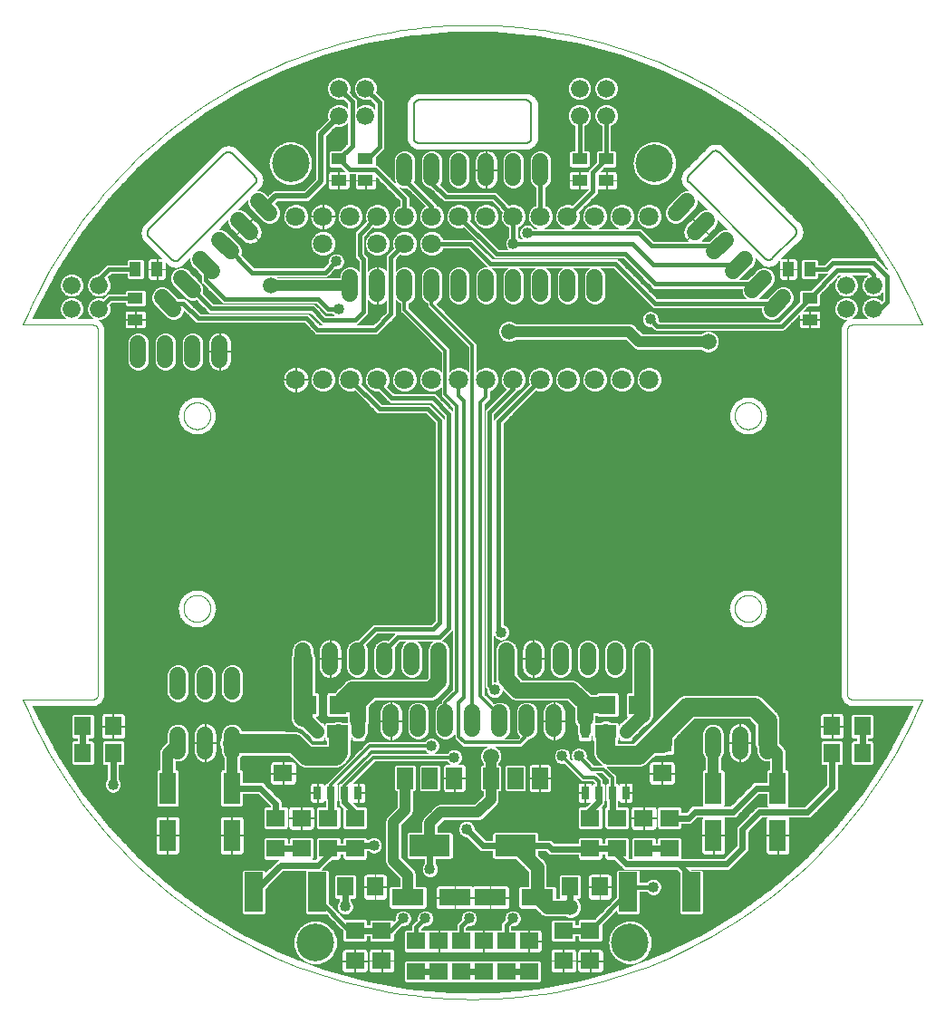
<source format=gtl>
G75*
%MOIN*%
%OFA0B0*%
%FSLAX25Y25*%
%IPPOS*%
%LPD*%
%AMOC8*
5,1,8,0,0,1.08239X$1,22.5*
%
%ADD10C,0.00004*%
%ADD11C,0.00394*%
%ADD12C,0.00600*%
%ADD13C,0.07087*%
%ADD14C,0.06000*%
%ADD15R,0.11811X0.06299*%
%ADD16R,0.06299X0.07087*%
%ADD17R,0.06299X0.07098*%
%ADD18R,0.06299X0.11811*%
%ADD19R,0.02992X0.05118*%
%ADD20R,0.07098X0.06299*%
%ADD21R,0.06693X0.14567*%
%ADD22R,0.07087X0.06299*%
%ADD23R,0.05906X0.07874*%
%ADD24R,0.14961X0.07874*%
%ADD25R,0.05512X0.04331*%
%ADD26C,0.06600*%
%ADD27R,0.04331X0.05512*%
%ADD28C,0.13843*%
%ADD29C,0.00300*%
%ADD30C,0.04000*%
%ADD31C,0.04000*%
%ADD32C,0.02400*%
%ADD33C,0.05906*%
%ADD34C,0.05000*%
%ADD35C,0.01600*%
%ADD36C,0.07000*%
%ADD37C,0.02000*%
%ADD38C,0.03200*%
%ADD39C,0.01200*%
D10*
X0078851Y0183717D02*
X0078853Y0183857D01*
X0078859Y0183997D01*
X0078869Y0184136D01*
X0078883Y0184275D01*
X0078901Y0184414D01*
X0078922Y0184552D01*
X0078948Y0184690D01*
X0078978Y0184827D01*
X0079011Y0184962D01*
X0079049Y0185097D01*
X0079090Y0185231D01*
X0079135Y0185364D01*
X0079183Y0185495D01*
X0079236Y0185624D01*
X0079292Y0185753D01*
X0079351Y0185879D01*
X0079415Y0186004D01*
X0079481Y0186127D01*
X0079552Y0186248D01*
X0079625Y0186367D01*
X0079702Y0186484D01*
X0079783Y0186598D01*
X0079866Y0186710D01*
X0079953Y0186820D01*
X0080043Y0186928D01*
X0080135Y0187032D01*
X0080231Y0187134D01*
X0080330Y0187234D01*
X0080431Y0187330D01*
X0080535Y0187424D01*
X0080642Y0187514D01*
X0080751Y0187601D01*
X0080863Y0187686D01*
X0080977Y0187767D01*
X0081093Y0187845D01*
X0081211Y0187919D01*
X0081332Y0187990D01*
X0081454Y0188058D01*
X0081579Y0188122D01*
X0081705Y0188183D01*
X0081832Y0188240D01*
X0081962Y0188293D01*
X0082093Y0188343D01*
X0082225Y0188388D01*
X0082358Y0188431D01*
X0082493Y0188469D01*
X0082628Y0188503D01*
X0082765Y0188534D01*
X0082902Y0188561D01*
X0083040Y0188583D01*
X0083179Y0188602D01*
X0083318Y0188617D01*
X0083457Y0188628D01*
X0083597Y0188635D01*
X0083737Y0188638D01*
X0083877Y0188637D01*
X0084017Y0188632D01*
X0084156Y0188623D01*
X0084296Y0188610D01*
X0084435Y0188593D01*
X0084573Y0188572D01*
X0084711Y0188548D01*
X0084848Y0188519D01*
X0084984Y0188487D01*
X0085119Y0188450D01*
X0085253Y0188410D01*
X0085386Y0188366D01*
X0085517Y0188318D01*
X0085647Y0188267D01*
X0085776Y0188212D01*
X0085903Y0188153D01*
X0086028Y0188090D01*
X0086151Y0188025D01*
X0086273Y0187955D01*
X0086392Y0187882D01*
X0086510Y0187806D01*
X0086625Y0187727D01*
X0086738Y0187644D01*
X0086848Y0187558D01*
X0086956Y0187469D01*
X0087061Y0187377D01*
X0087164Y0187282D01*
X0087264Y0187184D01*
X0087361Y0187084D01*
X0087455Y0186980D01*
X0087547Y0186874D01*
X0087635Y0186766D01*
X0087720Y0186655D01*
X0087802Y0186541D01*
X0087881Y0186425D01*
X0087956Y0186308D01*
X0088028Y0186188D01*
X0088096Y0186066D01*
X0088161Y0185942D01*
X0088223Y0185816D01*
X0088281Y0185689D01*
X0088335Y0185560D01*
X0088386Y0185429D01*
X0088432Y0185297D01*
X0088475Y0185164D01*
X0088515Y0185030D01*
X0088550Y0184895D01*
X0088582Y0184758D01*
X0088609Y0184621D01*
X0088633Y0184483D01*
X0088653Y0184345D01*
X0088669Y0184206D01*
X0088681Y0184066D01*
X0088689Y0183927D01*
X0088693Y0183787D01*
X0088693Y0183647D01*
X0088689Y0183507D01*
X0088681Y0183368D01*
X0088669Y0183228D01*
X0088653Y0183089D01*
X0088633Y0182951D01*
X0088609Y0182813D01*
X0088582Y0182676D01*
X0088550Y0182539D01*
X0088515Y0182404D01*
X0088475Y0182270D01*
X0088432Y0182137D01*
X0088386Y0182005D01*
X0088335Y0181874D01*
X0088281Y0181745D01*
X0088223Y0181618D01*
X0088161Y0181492D01*
X0088096Y0181368D01*
X0088028Y0181246D01*
X0087956Y0181126D01*
X0087881Y0181009D01*
X0087802Y0180893D01*
X0087720Y0180779D01*
X0087635Y0180668D01*
X0087547Y0180560D01*
X0087455Y0180454D01*
X0087361Y0180350D01*
X0087264Y0180250D01*
X0087164Y0180152D01*
X0087061Y0180057D01*
X0086956Y0179965D01*
X0086848Y0179876D01*
X0086738Y0179790D01*
X0086625Y0179707D01*
X0086510Y0179628D01*
X0086392Y0179552D01*
X0086273Y0179479D01*
X0086151Y0179409D01*
X0086028Y0179344D01*
X0085903Y0179281D01*
X0085776Y0179222D01*
X0085647Y0179167D01*
X0085517Y0179116D01*
X0085386Y0179068D01*
X0085253Y0179024D01*
X0085119Y0178984D01*
X0084984Y0178947D01*
X0084848Y0178915D01*
X0084711Y0178886D01*
X0084573Y0178862D01*
X0084435Y0178841D01*
X0084296Y0178824D01*
X0084156Y0178811D01*
X0084017Y0178802D01*
X0083877Y0178797D01*
X0083737Y0178796D01*
X0083597Y0178799D01*
X0083457Y0178806D01*
X0083318Y0178817D01*
X0083179Y0178832D01*
X0083040Y0178851D01*
X0082902Y0178873D01*
X0082765Y0178900D01*
X0082628Y0178931D01*
X0082493Y0178965D01*
X0082358Y0179003D01*
X0082225Y0179046D01*
X0082093Y0179091D01*
X0081962Y0179141D01*
X0081832Y0179194D01*
X0081705Y0179251D01*
X0081579Y0179312D01*
X0081454Y0179376D01*
X0081332Y0179444D01*
X0081211Y0179515D01*
X0081093Y0179589D01*
X0080977Y0179667D01*
X0080863Y0179748D01*
X0080751Y0179833D01*
X0080642Y0179920D01*
X0080535Y0180010D01*
X0080431Y0180104D01*
X0080330Y0180200D01*
X0080231Y0180300D01*
X0080135Y0180402D01*
X0080043Y0180506D01*
X0079953Y0180614D01*
X0079866Y0180724D01*
X0079783Y0180836D01*
X0079702Y0180950D01*
X0079625Y0181067D01*
X0079552Y0181186D01*
X0079481Y0181307D01*
X0079415Y0181430D01*
X0079351Y0181555D01*
X0079292Y0181681D01*
X0079236Y0181810D01*
X0079183Y0181939D01*
X0079135Y0182070D01*
X0079090Y0182203D01*
X0079049Y0182337D01*
X0079011Y0182472D01*
X0078978Y0182607D01*
X0078948Y0182744D01*
X0078922Y0182882D01*
X0078901Y0183020D01*
X0078883Y0183159D01*
X0078869Y0183298D01*
X0078859Y0183437D01*
X0078853Y0183577D01*
X0078851Y0183717D01*
X0078851Y0254583D02*
X0078853Y0254723D01*
X0078859Y0254863D01*
X0078869Y0255002D01*
X0078883Y0255141D01*
X0078901Y0255280D01*
X0078922Y0255418D01*
X0078948Y0255556D01*
X0078978Y0255693D01*
X0079011Y0255828D01*
X0079049Y0255963D01*
X0079090Y0256097D01*
X0079135Y0256230D01*
X0079183Y0256361D01*
X0079236Y0256490D01*
X0079292Y0256619D01*
X0079351Y0256745D01*
X0079415Y0256870D01*
X0079481Y0256993D01*
X0079552Y0257114D01*
X0079625Y0257233D01*
X0079702Y0257350D01*
X0079783Y0257464D01*
X0079866Y0257576D01*
X0079953Y0257686D01*
X0080043Y0257794D01*
X0080135Y0257898D01*
X0080231Y0258000D01*
X0080330Y0258100D01*
X0080431Y0258196D01*
X0080535Y0258290D01*
X0080642Y0258380D01*
X0080751Y0258467D01*
X0080863Y0258552D01*
X0080977Y0258633D01*
X0081093Y0258711D01*
X0081211Y0258785D01*
X0081332Y0258856D01*
X0081454Y0258924D01*
X0081579Y0258988D01*
X0081705Y0259049D01*
X0081832Y0259106D01*
X0081962Y0259159D01*
X0082093Y0259209D01*
X0082225Y0259254D01*
X0082358Y0259297D01*
X0082493Y0259335D01*
X0082628Y0259369D01*
X0082765Y0259400D01*
X0082902Y0259427D01*
X0083040Y0259449D01*
X0083179Y0259468D01*
X0083318Y0259483D01*
X0083457Y0259494D01*
X0083597Y0259501D01*
X0083737Y0259504D01*
X0083877Y0259503D01*
X0084017Y0259498D01*
X0084156Y0259489D01*
X0084296Y0259476D01*
X0084435Y0259459D01*
X0084573Y0259438D01*
X0084711Y0259414D01*
X0084848Y0259385D01*
X0084984Y0259353D01*
X0085119Y0259316D01*
X0085253Y0259276D01*
X0085386Y0259232D01*
X0085517Y0259184D01*
X0085647Y0259133D01*
X0085776Y0259078D01*
X0085903Y0259019D01*
X0086028Y0258956D01*
X0086151Y0258891D01*
X0086273Y0258821D01*
X0086392Y0258748D01*
X0086510Y0258672D01*
X0086625Y0258593D01*
X0086738Y0258510D01*
X0086848Y0258424D01*
X0086956Y0258335D01*
X0087061Y0258243D01*
X0087164Y0258148D01*
X0087264Y0258050D01*
X0087361Y0257950D01*
X0087455Y0257846D01*
X0087547Y0257740D01*
X0087635Y0257632D01*
X0087720Y0257521D01*
X0087802Y0257407D01*
X0087881Y0257291D01*
X0087956Y0257174D01*
X0088028Y0257054D01*
X0088096Y0256932D01*
X0088161Y0256808D01*
X0088223Y0256682D01*
X0088281Y0256555D01*
X0088335Y0256426D01*
X0088386Y0256295D01*
X0088432Y0256163D01*
X0088475Y0256030D01*
X0088515Y0255896D01*
X0088550Y0255761D01*
X0088582Y0255624D01*
X0088609Y0255487D01*
X0088633Y0255349D01*
X0088653Y0255211D01*
X0088669Y0255072D01*
X0088681Y0254932D01*
X0088689Y0254793D01*
X0088693Y0254653D01*
X0088693Y0254513D01*
X0088689Y0254373D01*
X0088681Y0254234D01*
X0088669Y0254094D01*
X0088653Y0253955D01*
X0088633Y0253817D01*
X0088609Y0253679D01*
X0088582Y0253542D01*
X0088550Y0253405D01*
X0088515Y0253270D01*
X0088475Y0253136D01*
X0088432Y0253003D01*
X0088386Y0252871D01*
X0088335Y0252740D01*
X0088281Y0252611D01*
X0088223Y0252484D01*
X0088161Y0252358D01*
X0088096Y0252234D01*
X0088028Y0252112D01*
X0087956Y0251992D01*
X0087881Y0251875D01*
X0087802Y0251759D01*
X0087720Y0251645D01*
X0087635Y0251534D01*
X0087547Y0251426D01*
X0087455Y0251320D01*
X0087361Y0251216D01*
X0087264Y0251116D01*
X0087164Y0251018D01*
X0087061Y0250923D01*
X0086956Y0250831D01*
X0086848Y0250742D01*
X0086738Y0250656D01*
X0086625Y0250573D01*
X0086510Y0250494D01*
X0086392Y0250418D01*
X0086273Y0250345D01*
X0086151Y0250275D01*
X0086028Y0250210D01*
X0085903Y0250147D01*
X0085776Y0250088D01*
X0085647Y0250033D01*
X0085517Y0249982D01*
X0085386Y0249934D01*
X0085253Y0249890D01*
X0085119Y0249850D01*
X0084984Y0249813D01*
X0084848Y0249781D01*
X0084711Y0249752D01*
X0084573Y0249728D01*
X0084435Y0249707D01*
X0084296Y0249690D01*
X0084156Y0249677D01*
X0084017Y0249668D01*
X0083877Y0249663D01*
X0083737Y0249662D01*
X0083597Y0249665D01*
X0083457Y0249672D01*
X0083318Y0249683D01*
X0083179Y0249698D01*
X0083040Y0249717D01*
X0082902Y0249739D01*
X0082765Y0249766D01*
X0082628Y0249797D01*
X0082493Y0249831D01*
X0082358Y0249869D01*
X0082225Y0249912D01*
X0082093Y0249957D01*
X0081962Y0250007D01*
X0081832Y0250060D01*
X0081705Y0250117D01*
X0081579Y0250178D01*
X0081454Y0250242D01*
X0081332Y0250310D01*
X0081211Y0250381D01*
X0081093Y0250455D01*
X0080977Y0250533D01*
X0080863Y0250614D01*
X0080751Y0250699D01*
X0080642Y0250786D01*
X0080535Y0250876D01*
X0080431Y0250970D01*
X0080330Y0251066D01*
X0080231Y0251166D01*
X0080135Y0251268D01*
X0080043Y0251372D01*
X0079953Y0251480D01*
X0079866Y0251590D01*
X0079783Y0251702D01*
X0079702Y0251816D01*
X0079625Y0251933D01*
X0079552Y0252052D01*
X0079481Y0252173D01*
X0079415Y0252296D01*
X0079351Y0252421D01*
X0079292Y0252547D01*
X0079236Y0252676D01*
X0079183Y0252805D01*
X0079135Y0252936D01*
X0079090Y0253069D01*
X0079049Y0253203D01*
X0079011Y0253338D01*
X0078978Y0253473D01*
X0078948Y0253610D01*
X0078922Y0253748D01*
X0078901Y0253886D01*
X0078883Y0254025D01*
X0078869Y0254164D01*
X0078859Y0254303D01*
X0078853Y0254443D01*
X0078851Y0254583D01*
X0281607Y0254583D02*
X0281609Y0254723D01*
X0281615Y0254863D01*
X0281625Y0255002D01*
X0281639Y0255141D01*
X0281657Y0255280D01*
X0281678Y0255418D01*
X0281704Y0255556D01*
X0281734Y0255693D01*
X0281767Y0255828D01*
X0281805Y0255963D01*
X0281846Y0256097D01*
X0281891Y0256230D01*
X0281939Y0256361D01*
X0281992Y0256490D01*
X0282048Y0256619D01*
X0282107Y0256745D01*
X0282171Y0256870D01*
X0282237Y0256993D01*
X0282308Y0257114D01*
X0282381Y0257233D01*
X0282458Y0257350D01*
X0282539Y0257464D01*
X0282622Y0257576D01*
X0282709Y0257686D01*
X0282799Y0257794D01*
X0282891Y0257898D01*
X0282987Y0258000D01*
X0283086Y0258100D01*
X0283187Y0258196D01*
X0283291Y0258290D01*
X0283398Y0258380D01*
X0283507Y0258467D01*
X0283619Y0258552D01*
X0283733Y0258633D01*
X0283849Y0258711D01*
X0283967Y0258785D01*
X0284088Y0258856D01*
X0284210Y0258924D01*
X0284335Y0258988D01*
X0284461Y0259049D01*
X0284588Y0259106D01*
X0284718Y0259159D01*
X0284849Y0259209D01*
X0284981Y0259254D01*
X0285114Y0259297D01*
X0285249Y0259335D01*
X0285384Y0259369D01*
X0285521Y0259400D01*
X0285658Y0259427D01*
X0285796Y0259449D01*
X0285935Y0259468D01*
X0286074Y0259483D01*
X0286213Y0259494D01*
X0286353Y0259501D01*
X0286493Y0259504D01*
X0286633Y0259503D01*
X0286773Y0259498D01*
X0286912Y0259489D01*
X0287052Y0259476D01*
X0287191Y0259459D01*
X0287329Y0259438D01*
X0287467Y0259414D01*
X0287604Y0259385D01*
X0287740Y0259353D01*
X0287875Y0259316D01*
X0288009Y0259276D01*
X0288142Y0259232D01*
X0288273Y0259184D01*
X0288403Y0259133D01*
X0288532Y0259078D01*
X0288659Y0259019D01*
X0288784Y0258956D01*
X0288907Y0258891D01*
X0289029Y0258821D01*
X0289148Y0258748D01*
X0289266Y0258672D01*
X0289381Y0258593D01*
X0289494Y0258510D01*
X0289604Y0258424D01*
X0289712Y0258335D01*
X0289817Y0258243D01*
X0289920Y0258148D01*
X0290020Y0258050D01*
X0290117Y0257950D01*
X0290211Y0257846D01*
X0290303Y0257740D01*
X0290391Y0257632D01*
X0290476Y0257521D01*
X0290558Y0257407D01*
X0290637Y0257291D01*
X0290712Y0257174D01*
X0290784Y0257054D01*
X0290852Y0256932D01*
X0290917Y0256808D01*
X0290979Y0256682D01*
X0291037Y0256555D01*
X0291091Y0256426D01*
X0291142Y0256295D01*
X0291188Y0256163D01*
X0291231Y0256030D01*
X0291271Y0255896D01*
X0291306Y0255761D01*
X0291338Y0255624D01*
X0291365Y0255487D01*
X0291389Y0255349D01*
X0291409Y0255211D01*
X0291425Y0255072D01*
X0291437Y0254932D01*
X0291445Y0254793D01*
X0291449Y0254653D01*
X0291449Y0254513D01*
X0291445Y0254373D01*
X0291437Y0254234D01*
X0291425Y0254094D01*
X0291409Y0253955D01*
X0291389Y0253817D01*
X0291365Y0253679D01*
X0291338Y0253542D01*
X0291306Y0253405D01*
X0291271Y0253270D01*
X0291231Y0253136D01*
X0291188Y0253003D01*
X0291142Y0252871D01*
X0291091Y0252740D01*
X0291037Y0252611D01*
X0290979Y0252484D01*
X0290917Y0252358D01*
X0290852Y0252234D01*
X0290784Y0252112D01*
X0290712Y0251992D01*
X0290637Y0251875D01*
X0290558Y0251759D01*
X0290476Y0251645D01*
X0290391Y0251534D01*
X0290303Y0251426D01*
X0290211Y0251320D01*
X0290117Y0251216D01*
X0290020Y0251116D01*
X0289920Y0251018D01*
X0289817Y0250923D01*
X0289712Y0250831D01*
X0289604Y0250742D01*
X0289494Y0250656D01*
X0289381Y0250573D01*
X0289266Y0250494D01*
X0289148Y0250418D01*
X0289029Y0250345D01*
X0288907Y0250275D01*
X0288784Y0250210D01*
X0288659Y0250147D01*
X0288532Y0250088D01*
X0288403Y0250033D01*
X0288273Y0249982D01*
X0288142Y0249934D01*
X0288009Y0249890D01*
X0287875Y0249850D01*
X0287740Y0249813D01*
X0287604Y0249781D01*
X0287467Y0249752D01*
X0287329Y0249728D01*
X0287191Y0249707D01*
X0287052Y0249690D01*
X0286912Y0249677D01*
X0286773Y0249668D01*
X0286633Y0249663D01*
X0286493Y0249662D01*
X0286353Y0249665D01*
X0286213Y0249672D01*
X0286074Y0249683D01*
X0285935Y0249698D01*
X0285796Y0249717D01*
X0285658Y0249739D01*
X0285521Y0249766D01*
X0285384Y0249797D01*
X0285249Y0249831D01*
X0285114Y0249869D01*
X0284981Y0249912D01*
X0284849Y0249957D01*
X0284718Y0250007D01*
X0284588Y0250060D01*
X0284461Y0250117D01*
X0284335Y0250178D01*
X0284210Y0250242D01*
X0284088Y0250310D01*
X0283967Y0250381D01*
X0283849Y0250455D01*
X0283733Y0250533D01*
X0283619Y0250614D01*
X0283507Y0250699D01*
X0283398Y0250786D01*
X0283291Y0250876D01*
X0283187Y0250970D01*
X0283086Y0251066D01*
X0282987Y0251166D01*
X0282891Y0251268D01*
X0282799Y0251372D01*
X0282709Y0251480D01*
X0282622Y0251590D01*
X0282539Y0251702D01*
X0282458Y0251816D01*
X0282381Y0251933D01*
X0282308Y0252052D01*
X0282237Y0252173D01*
X0282171Y0252296D01*
X0282107Y0252421D01*
X0282048Y0252547D01*
X0281992Y0252676D01*
X0281939Y0252805D01*
X0281891Y0252936D01*
X0281846Y0253069D01*
X0281805Y0253203D01*
X0281767Y0253338D01*
X0281734Y0253473D01*
X0281704Y0253610D01*
X0281678Y0253748D01*
X0281657Y0253886D01*
X0281639Y0254025D01*
X0281625Y0254164D01*
X0281615Y0254303D01*
X0281609Y0254443D01*
X0281607Y0254583D01*
X0281607Y0183717D02*
X0281609Y0183857D01*
X0281615Y0183997D01*
X0281625Y0184136D01*
X0281639Y0184275D01*
X0281657Y0184414D01*
X0281678Y0184552D01*
X0281704Y0184690D01*
X0281734Y0184827D01*
X0281767Y0184962D01*
X0281805Y0185097D01*
X0281846Y0185231D01*
X0281891Y0185364D01*
X0281939Y0185495D01*
X0281992Y0185624D01*
X0282048Y0185753D01*
X0282107Y0185879D01*
X0282171Y0186004D01*
X0282237Y0186127D01*
X0282308Y0186248D01*
X0282381Y0186367D01*
X0282458Y0186484D01*
X0282539Y0186598D01*
X0282622Y0186710D01*
X0282709Y0186820D01*
X0282799Y0186928D01*
X0282891Y0187032D01*
X0282987Y0187134D01*
X0283086Y0187234D01*
X0283187Y0187330D01*
X0283291Y0187424D01*
X0283398Y0187514D01*
X0283507Y0187601D01*
X0283619Y0187686D01*
X0283733Y0187767D01*
X0283849Y0187845D01*
X0283967Y0187919D01*
X0284088Y0187990D01*
X0284210Y0188058D01*
X0284335Y0188122D01*
X0284461Y0188183D01*
X0284588Y0188240D01*
X0284718Y0188293D01*
X0284849Y0188343D01*
X0284981Y0188388D01*
X0285114Y0188431D01*
X0285249Y0188469D01*
X0285384Y0188503D01*
X0285521Y0188534D01*
X0285658Y0188561D01*
X0285796Y0188583D01*
X0285935Y0188602D01*
X0286074Y0188617D01*
X0286213Y0188628D01*
X0286353Y0188635D01*
X0286493Y0188638D01*
X0286633Y0188637D01*
X0286773Y0188632D01*
X0286912Y0188623D01*
X0287052Y0188610D01*
X0287191Y0188593D01*
X0287329Y0188572D01*
X0287467Y0188548D01*
X0287604Y0188519D01*
X0287740Y0188487D01*
X0287875Y0188450D01*
X0288009Y0188410D01*
X0288142Y0188366D01*
X0288273Y0188318D01*
X0288403Y0188267D01*
X0288532Y0188212D01*
X0288659Y0188153D01*
X0288784Y0188090D01*
X0288907Y0188025D01*
X0289029Y0187955D01*
X0289148Y0187882D01*
X0289266Y0187806D01*
X0289381Y0187727D01*
X0289494Y0187644D01*
X0289604Y0187558D01*
X0289712Y0187469D01*
X0289817Y0187377D01*
X0289920Y0187282D01*
X0290020Y0187184D01*
X0290117Y0187084D01*
X0290211Y0186980D01*
X0290303Y0186874D01*
X0290391Y0186766D01*
X0290476Y0186655D01*
X0290558Y0186541D01*
X0290637Y0186425D01*
X0290712Y0186308D01*
X0290784Y0186188D01*
X0290852Y0186066D01*
X0290917Y0185942D01*
X0290979Y0185816D01*
X0291037Y0185689D01*
X0291091Y0185560D01*
X0291142Y0185429D01*
X0291188Y0185297D01*
X0291231Y0185164D01*
X0291271Y0185030D01*
X0291306Y0184895D01*
X0291338Y0184758D01*
X0291365Y0184621D01*
X0291389Y0184483D01*
X0291409Y0184345D01*
X0291425Y0184206D01*
X0291437Y0184066D01*
X0291445Y0183927D01*
X0291449Y0183787D01*
X0291449Y0183647D01*
X0291445Y0183507D01*
X0291437Y0183368D01*
X0291425Y0183228D01*
X0291409Y0183089D01*
X0291389Y0182951D01*
X0291365Y0182813D01*
X0291338Y0182676D01*
X0291306Y0182539D01*
X0291271Y0182404D01*
X0291231Y0182270D01*
X0291188Y0182137D01*
X0291142Y0182005D01*
X0291091Y0181874D01*
X0291037Y0181745D01*
X0290979Y0181618D01*
X0290917Y0181492D01*
X0290852Y0181368D01*
X0290784Y0181246D01*
X0290712Y0181126D01*
X0290637Y0181009D01*
X0290558Y0180893D01*
X0290476Y0180779D01*
X0290391Y0180668D01*
X0290303Y0180560D01*
X0290211Y0180454D01*
X0290117Y0180350D01*
X0290020Y0180250D01*
X0289920Y0180152D01*
X0289817Y0180057D01*
X0289712Y0179965D01*
X0289604Y0179876D01*
X0289494Y0179790D01*
X0289381Y0179707D01*
X0289266Y0179628D01*
X0289148Y0179552D01*
X0289029Y0179479D01*
X0288907Y0179409D01*
X0288784Y0179344D01*
X0288659Y0179281D01*
X0288532Y0179222D01*
X0288403Y0179167D01*
X0288273Y0179116D01*
X0288142Y0179068D01*
X0288009Y0179024D01*
X0287875Y0178984D01*
X0287740Y0178947D01*
X0287604Y0178915D01*
X0287467Y0178886D01*
X0287329Y0178862D01*
X0287191Y0178841D01*
X0287052Y0178824D01*
X0286912Y0178811D01*
X0286773Y0178802D01*
X0286633Y0178797D01*
X0286493Y0178796D01*
X0286353Y0178799D01*
X0286213Y0178806D01*
X0286074Y0178817D01*
X0285935Y0178832D01*
X0285796Y0178851D01*
X0285658Y0178873D01*
X0285521Y0178900D01*
X0285384Y0178931D01*
X0285249Y0178965D01*
X0285114Y0179003D01*
X0284981Y0179046D01*
X0284849Y0179091D01*
X0284718Y0179141D01*
X0284588Y0179194D01*
X0284461Y0179251D01*
X0284335Y0179312D01*
X0284210Y0179376D01*
X0284088Y0179444D01*
X0283967Y0179515D01*
X0283849Y0179589D01*
X0283733Y0179667D01*
X0283619Y0179748D01*
X0283507Y0179833D01*
X0283398Y0179920D01*
X0283291Y0180010D01*
X0283187Y0180104D01*
X0283086Y0180200D01*
X0282987Y0180300D01*
X0282891Y0180402D01*
X0282799Y0180506D01*
X0282709Y0180614D01*
X0282622Y0180724D01*
X0282539Y0180836D01*
X0282458Y0180950D01*
X0282381Y0181067D01*
X0282308Y0181186D01*
X0282237Y0181307D01*
X0282171Y0181430D01*
X0282107Y0181555D01*
X0282048Y0181681D01*
X0281992Y0181810D01*
X0281939Y0181939D01*
X0281891Y0182070D01*
X0281846Y0182203D01*
X0281805Y0182337D01*
X0281767Y0182472D01*
X0281734Y0182607D01*
X0281704Y0182744D01*
X0281678Y0182882D01*
X0281657Y0183020D01*
X0281639Y0183159D01*
X0281625Y0183298D01*
X0281615Y0183437D01*
X0281609Y0183577D01*
X0281607Y0183717D01*
D11*
X0322945Y0152221D02*
X0322945Y0286079D01*
X0322947Y0286165D01*
X0322952Y0286251D01*
X0322962Y0286336D01*
X0322975Y0286421D01*
X0322992Y0286505D01*
X0323012Y0286589D01*
X0323036Y0286671D01*
X0323064Y0286752D01*
X0323095Y0286833D01*
X0323129Y0286911D01*
X0323167Y0286988D01*
X0323209Y0287064D01*
X0323253Y0287137D01*
X0323301Y0287208D01*
X0323352Y0287278D01*
X0323406Y0287345D01*
X0323462Y0287409D01*
X0323522Y0287471D01*
X0323584Y0287531D01*
X0323648Y0287587D01*
X0323715Y0287641D01*
X0323785Y0287692D01*
X0323856Y0287740D01*
X0323930Y0287784D01*
X0324005Y0287826D01*
X0324082Y0287864D01*
X0324160Y0287898D01*
X0324241Y0287929D01*
X0324322Y0287957D01*
X0324404Y0287981D01*
X0324488Y0288001D01*
X0324572Y0288018D01*
X0324657Y0288031D01*
X0324742Y0288041D01*
X0324828Y0288046D01*
X0324914Y0288048D01*
X0350504Y0288048D01*
X0350504Y0150252D02*
X0324914Y0150252D01*
X0324828Y0150254D01*
X0324742Y0150259D01*
X0324657Y0150269D01*
X0324572Y0150282D01*
X0324488Y0150299D01*
X0324404Y0150319D01*
X0324322Y0150343D01*
X0324241Y0150371D01*
X0324160Y0150402D01*
X0324082Y0150436D01*
X0324005Y0150474D01*
X0323930Y0150516D01*
X0323856Y0150560D01*
X0323785Y0150608D01*
X0323715Y0150659D01*
X0323648Y0150713D01*
X0323584Y0150769D01*
X0323522Y0150829D01*
X0323462Y0150891D01*
X0323406Y0150955D01*
X0323352Y0151022D01*
X0323301Y0151092D01*
X0323253Y0151163D01*
X0323209Y0151237D01*
X0323167Y0151312D01*
X0323129Y0151389D01*
X0323095Y0151467D01*
X0323064Y0151548D01*
X0323036Y0151629D01*
X0323012Y0151711D01*
X0322992Y0151795D01*
X0322975Y0151879D01*
X0322962Y0151964D01*
X0322952Y0152049D01*
X0322947Y0152135D01*
X0322945Y0152221D01*
X0350504Y0288048D02*
X0348767Y0292078D01*
X0346931Y0296064D01*
X0344999Y0300004D01*
X0342970Y0303896D01*
X0340846Y0307737D01*
X0338630Y0311524D01*
X0336321Y0315257D01*
X0333921Y0318931D01*
X0331432Y0322546D01*
X0328855Y0326098D01*
X0326192Y0329586D01*
X0323444Y0333009D01*
X0320613Y0336362D01*
X0317701Y0339646D01*
X0314709Y0342857D01*
X0311640Y0345993D01*
X0308495Y0349054D01*
X0305275Y0352037D01*
X0301984Y0354940D01*
X0298622Y0357761D01*
X0295193Y0360499D01*
X0291697Y0363153D01*
X0288137Y0365720D01*
X0284516Y0368198D01*
X0280835Y0370588D01*
X0277096Y0372887D01*
X0273302Y0375093D01*
X0269455Y0377206D01*
X0265558Y0379223D01*
X0261613Y0381145D01*
X0257621Y0382970D01*
X0253586Y0384696D01*
X0249510Y0386323D01*
X0245396Y0387849D01*
X0241245Y0389275D01*
X0237060Y0390598D01*
X0232845Y0391818D01*
X0228600Y0392935D01*
X0224330Y0393947D01*
X0220036Y0394854D01*
X0215721Y0395656D01*
X0211388Y0396352D01*
X0207039Y0396942D01*
X0202677Y0397424D01*
X0198305Y0397800D01*
X0193924Y0398069D01*
X0189538Y0398230D01*
X0185150Y0398284D01*
X0180762Y0398230D01*
X0176376Y0398069D01*
X0171995Y0397800D01*
X0167623Y0397424D01*
X0163261Y0396942D01*
X0158912Y0396352D01*
X0154579Y0395656D01*
X0150264Y0394854D01*
X0145970Y0393947D01*
X0141700Y0392935D01*
X0137455Y0391818D01*
X0133240Y0390598D01*
X0129055Y0389275D01*
X0124904Y0387849D01*
X0120790Y0386323D01*
X0116714Y0384696D01*
X0112679Y0382970D01*
X0108687Y0381145D01*
X0104742Y0379223D01*
X0100845Y0377206D01*
X0096998Y0375093D01*
X0093204Y0372887D01*
X0089465Y0370588D01*
X0085784Y0368198D01*
X0082163Y0365720D01*
X0078603Y0363153D01*
X0075107Y0360499D01*
X0071678Y0357761D01*
X0068316Y0354940D01*
X0065025Y0352037D01*
X0061805Y0349054D01*
X0058660Y0345993D01*
X0055591Y0342857D01*
X0052599Y0339646D01*
X0049687Y0336362D01*
X0046856Y0333009D01*
X0044108Y0329586D01*
X0041445Y0326098D01*
X0038868Y0322546D01*
X0036379Y0318931D01*
X0033979Y0315257D01*
X0031670Y0311524D01*
X0029454Y0307737D01*
X0027330Y0303896D01*
X0025301Y0300004D01*
X0023369Y0296064D01*
X0021533Y0292078D01*
X0019796Y0288048D01*
X0045386Y0288048D01*
X0045472Y0288046D01*
X0045558Y0288041D01*
X0045643Y0288031D01*
X0045728Y0288018D01*
X0045812Y0288001D01*
X0045896Y0287981D01*
X0045978Y0287957D01*
X0046059Y0287929D01*
X0046140Y0287898D01*
X0046218Y0287864D01*
X0046295Y0287826D01*
X0046371Y0287784D01*
X0046444Y0287740D01*
X0046515Y0287692D01*
X0046585Y0287641D01*
X0046652Y0287587D01*
X0046716Y0287531D01*
X0046778Y0287471D01*
X0046838Y0287409D01*
X0046894Y0287345D01*
X0046948Y0287278D01*
X0046999Y0287208D01*
X0047047Y0287137D01*
X0047091Y0287064D01*
X0047133Y0286988D01*
X0047171Y0286911D01*
X0047205Y0286833D01*
X0047236Y0286752D01*
X0047264Y0286671D01*
X0047288Y0286589D01*
X0047308Y0286505D01*
X0047325Y0286421D01*
X0047338Y0286336D01*
X0047348Y0286251D01*
X0047353Y0286165D01*
X0047355Y0286079D01*
X0047355Y0152221D01*
X0047353Y0152135D01*
X0047348Y0152049D01*
X0047338Y0151964D01*
X0047325Y0151879D01*
X0047308Y0151795D01*
X0047288Y0151711D01*
X0047264Y0151629D01*
X0047236Y0151548D01*
X0047205Y0151467D01*
X0047171Y0151389D01*
X0047133Y0151312D01*
X0047091Y0151237D01*
X0047047Y0151163D01*
X0046999Y0151092D01*
X0046948Y0151022D01*
X0046894Y0150955D01*
X0046838Y0150891D01*
X0046778Y0150829D01*
X0046716Y0150769D01*
X0046652Y0150713D01*
X0046585Y0150659D01*
X0046515Y0150608D01*
X0046444Y0150560D01*
X0046371Y0150516D01*
X0046295Y0150474D01*
X0046218Y0150436D01*
X0046140Y0150402D01*
X0046059Y0150371D01*
X0045978Y0150343D01*
X0045896Y0150319D01*
X0045812Y0150299D01*
X0045728Y0150282D01*
X0045643Y0150269D01*
X0045558Y0150259D01*
X0045472Y0150254D01*
X0045386Y0150252D01*
X0019796Y0150252D01*
X0021533Y0146222D01*
X0023369Y0142236D01*
X0025301Y0138296D01*
X0027330Y0134404D01*
X0029454Y0130563D01*
X0031670Y0126776D01*
X0033979Y0123043D01*
X0036379Y0119369D01*
X0038868Y0115754D01*
X0041445Y0112202D01*
X0044108Y0108714D01*
X0046856Y0105291D01*
X0049687Y0101938D01*
X0052599Y0098654D01*
X0055591Y0095443D01*
X0058660Y0092307D01*
X0061805Y0089246D01*
X0065025Y0086263D01*
X0068316Y0083360D01*
X0071678Y0080539D01*
X0075107Y0077801D01*
X0078603Y0075147D01*
X0082163Y0072580D01*
X0085784Y0070102D01*
X0089465Y0067712D01*
X0093204Y0065413D01*
X0096998Y0063207D01*
X0100845Y0061094D01*
X0104742Y0059077D01*
X0108687Y0057155D01*
X0112679Y0055330D01*
X0116714Y0053604D01*
X0120790Y0051977D01*
X0124904Y0050451D01*
X0129055Y0049025D01*
X0133240Y0047702D01*
X0137455Y0046482D01*
X0141700Y0045365D01*
X0145970Y0044353D01*
X0150264Y0043446D01*
X0154579Y0042644D01*
X0158912Y0041948D01*
X0163261Y0041358D01*
X0167623Y0040876D01*
X0171995Y0040500D01*
X0176376Y0040231D01*
X0180762Y0040070D01*
X0185150Y0040016D01*
X0189538Y0040070D01*
X0193924Y0040231D01*
X0198305Y0040500D01*
X0202677Y0040876D01*
X0207039Y0041358D01*
X0211388Y0041948D01*
X0215721Y0042644D01*
X0220036Y0043446D01*
X0224330Y0044353D01*
X0228600Y0045365D01*
X0232845Y0046482D01*
X0237060Y0047702D01*
X0241245Y0049025D01*
X0245396Y0050451D01*
X0249510Y0051977D01*
X0253586Y0053604D01*
X0257621Y0055330D01*
X0261613Y0057155D01*
X0265558Y0059077D01*
X0269455Y0061094D01*
X0273302Y0063207D01*
X0277096Y0065413D01*
X0280835Y0067712D01*
X0284516Y0070102D01*
X0288137Y0072580D01*
X0291697Y0075147D01*
X0295193Y0077801D01*
X0298622Y0080539D01*
X0301984Y0083360D01*
X0305275Y0086263D01*
X0308495Y0089246D01*
X0311640Y0092307D01*
X0314709Y0095443D01*
X0317701Y0098654D01*
X0320613Y0101938D01*
X0323444Y0105291D01*
X0326192Y0108714D01*
X0328855Y0112202D01*
X0331432Y0115754D01*
X0333921Y0119369D01*
X0336321Y0123043D01*
X0338630Y0126776D01*
X0340846Y0130563D01*
X0342970Y0134404D01*
X0344999Y0138296D01*
X0346931Y0142236D01*
X0348767Y0146222D01*
X0350504Y0150252D01*
D12*
X0295469Y0312527D02*
X0303821Y0320878D01*
X0303881Y0320940D01*
X0303937Y0321004D01*
X0303991Y0321071D01*
X0304042Y0321141D01*
X0304090Y0321212D01*
X0304134Y0321286D01*
X0304176Y0321361D01*
X0304214Y0321438D01*
X0304248Y0321516D01*
X0304279Y0321597D01*
X0304307Y0321678D01*
X0304331Y0321760D01*
X0304351Y0321844D01*
X0304368Y0321928D01*
X0304381Y0322013D01*
X0304391Y0322098D01*
X0304396Y0322184D01*
X0304398Y0322270D01*
X0304396Y0322356D01*
X0304391Y0322442D01*
X0304381Y0322527D01*
X0304368Y0322612D01*
X0304351Y0322696D01*
X0304331Y0322780D01*
X0304307Y0322862D01*
X0304279Y0322943D01*
X0304248Y0323024D01*
X0304214Y0323102D01*
X0304176Y0323179D01*
X0304134Y0323255D01*
X0304090Y0323328D01*
X0304042Y0323399D01*
X0303991Y0323469D01*
X0303937Y0323536D01*
X0303881Y0323600D01*
X0303821Y0323662D01*
X0275982Y0351501D01*
X0275920Y0351561D01*
X0275856Y0351617D01*
X0275789Y0351671D01*
X0275719Y0351722D01*
X0275648Y0351770D01*
X0275575Y0351814D01*
X0275499Y0351856D01*
X0275422Y0351894D01*
X0275344Y0351928D01*
X0275263Y0351959D01*
X0275182Y0351987D01*
X0275100Y0352011D01*
X0275016Y0352031D01*
X0274932Y0352048D01*
X0274847Y0352061D01*
X0274762Y0352071D01*
X0274676Y0352076D01*
X0274590Y0352078D01*
X0274504Y0352076D01*
X0274418Y0352071D01*
X0274333Y0352061D01*
X0274248Y0352048D01*
X0274164Y0352031D01*
X0274080Y0352011D01*
X0273998Y0351987D01*
X0273917Y0351959D01*
X0273836Y0351928D01*
X0273758Y0351894D01*
X0273681Y0351856D01*
X0273606Y0351814D01*
X0273532Y0351770D01*
X0273461Y0351722D01*
X0273391Y0351671D01*
X0273324Y0351617D01*
X0273260Y0351561D01*
X0273198Y0351501D01*
X0264846Y0343149D01*
X0264846Y0343150D02*
X0264786Y0343088D01*
X0264730Y0343024D01*
X0264676Y0342957D01*
X0264625Y0342887D01*
X0264577Y0342816D01*
X0264533Y0342743D01*
X0264491Y0342667D01*
X0264453Y0342590D01*
X0264419Y0342512D01*
X0264388Y0342431D01*
X0264360Y0342350D01*
X0264336Y0342268D01*
X0264316Y0342184D01*
X0264299Y0342100D01*
X0264286Y0342015D01*
X0264276Y0341930D01*
X0264271Y0341844D01*
X0264269Y0341758D01*
X0264271Y0341672D01*
X0264276Y0341586D01*
X0264286Y0341501D01*
X0264299Y0341416D01*
X0264316Y0341332D01*
X0264336Y0341248D01*
X0264360Y0341166D01*
X0264388Y0341085D01*
X0264419Y0341004D01*
X0264453Y0340926D01*
X0264491Y0340849D01*
X0264533Y0340774D01*
X0264577Y0340700D01*
X0264625Y0340629D01*
X0264676Y0340559D01*
X0264730Y0340492D01*
X0264786Y0340428D01*
X0264846Y0340366D01*
X0292685Y0312527D01*
X0292747Y0312467D01*
X0292811Y0312411D01*
X0292878Y0312357D01*
X0292948Y0312306D01*
X0293019Y0312258D01*
X0293093Y0312214D01*
X0293168Y0312172D01*
X0293245Y0312134D01*
X0293323Y0312100D01*
X0293404Y0312069D01*
X0293485Y0312041D01*
X0293567Y0312017D01*
X0293651Y0311997D01*
X0293735Y0311980D01*
X0293820Y0311967D01*
X0293905Y0311957D01*
X0293991Y0311952D01*
X0294077Y0311950D01*
X0294163Y0311952D01*
X0294249Y0311957D01*
X0294334Y0311967D01*
X0294419Y0311980D01*
X0294503Y0311997D01*
X0294587Y0312017D01*
X0294669Y0312041D01*
X0294750Y0312069D01*
X0294831Y0312100D01*
X0294909Y0312134D01*
X0294986Y0312172D01*
X0295062Y0312214D01*
X0295135Y0312258D01*
X0295206Y0312306D01*
X0295276Y0312357D01*
X0295343Y0312411D01*
X0295407Y0312467D01*
X0295469Y0312527D01*
X0206804Y0356945D02*
X0206804Y0368756D01*
X0206802Y0368842D01*
X0206797Y0368928D01*
X0206787Y0369013D01*
X0206774Y0369098D01*
X0206757Y0369182D01*
X0206737Y0369266D01*
X0206713Y0369348D01*
X0206685Y0369429D01*
X0206654Y0369510D01*
X0206620Y0369588D01*
X0206582Y0369665D01*
X0206540Y0369741D01*
X0206496Y0369814D01*
X0206448Y0369885D01*
X0206397Y0369955D01*
X0206343Y0370022D01*
X0206287Y0370086D01*
X0206227Y0370148D01*
X0206165Y0370208D01*
X0206101Y0370264D01*
X0206034Y0370318D01*
X0205964Y0370369D01*
X0205893Y0370417D01*
X0205820Y0370461D01*
X0205744Y0370503D01*
X0205667Y0370541D01*
X0205589Y0370575D01*
X0205508Y0370606D01*
X0205427Y0370634D01*
X0205345Y0370658D01*
X0205261Y0370678D01*
X0205177Y0370695D01*
X0205092Y0370708D01*
X0205007Y0370718D01*
X0204921Y0370723D01*
X0204835Y0370725D01*
X0165465Y0370725D01*
X0165379Y0370723D01*
X0165293Y0370718D01*
X0165208Y0370708D01*
X0165123Y0370695D01*
X0165039Y0370678D01*
X0164955Y0370658D01*
X0164873Y0370634D01*
X0164792Y0370606D01*
X0164711Y0370575D01*
X0164633Y0370541D01*
X0164556Y0370503D01*
X0164481Y0370461D01*
X0164407Y0370417D01*
X0164336Y0370369D01*
X0164266Y0370318D01*
X0164199Y0370264D01*
X0164135Y0370208D01*
X0164073Y0370148D01*
X0164013Y0370086D01*
X0163957Y0370022D01*
X0163903Y0369955D01*
X0163852Y0369885D01*
X0163804Y0369814D01*
X0163760Y0369741D01*
X0163718Y0369665D01*
X0163680Y0369588D01*
X0163646Y0369510D01*
X0163615Y0369429D01*
X0163587Y0369348D01*
X0163563Y0369266D01*
X0163543Y0369182D01*
X0163526Y0369098D01*
X0163513Y0369013D01*
X0163503Y0368928D01*
X0163498Y0368842D01*
X0163496Y0368756D01*
X0163496Y0356945D01*
X0163498Y0356859D01*
X0163503Y0356773D01*
X0163513Y0356688D01*
X0163526Y0356603D01*
X0163543Y0356519D01*
X0163563Y0356435D01*
X0163587Y0356353D01*
X0163615Y0356272D01*
X0163646Y0356191D01*
X0163680Y0356113D01*
X0163718Y0356036D01*
X0163760Y0355961D01*
X0163804Y0355887D01*
X0163852Y0355816D01*
X0163903Y0355746D01*
X0163957Y0355679D01*
X0164013Y0355615D01*
X0164073Y0355553D01*
X0164135Y0355493D01*
X0164199Y0355437D01*
X0164266Y0355383D01*
X0164336Y0355332D01*
X0164407Y0355284D01*
X0164481Y0355240D01*
X0164556Y0355198D01*
X0164633Y0355160D01*
X0164711Y0355126D01*
X0164792Y0355095D01*
X0164873Y0355067D01*
X0164955Y0355043D01*
X0165039Y0355023D01*
X0165123Y0355006D01*
X0165208Y0354993D01*
X0165293Y0354983D01*
X0165379Y0354978D01*
X0165465Y0354976D01*
X0165465Y0354977D02*
X0204835Y0354977D01*
X0204835Y0354976D02*
X0204921Y0354978D01*
X0205007Y0354983D01*
X0205092Y0354993D01*
X0205177Y0355006D01*
X0205261Y0355023D01*
X0205345Y0355043D01*
X0205427Y0355067D01*
X0205508Y0355095D01*
X0205589Y0355126D01*
X0205667Y0355160D01*
X0205744Y0355198D01*
X0205820Y0355240D01*
X0205893Y0355284D01*
X0205964Y0355332D01*
X0206034Y0355383D01*
X0206101Y0355437D01*
X0206165Y0355493D01*
X0206227Y0355553D01*
X0206287Y0355615D01*
X0206343Y0355679D01*
X0206397Y0355746D01*
X0206448Y0355816D01*
X0206496Y0355887D01*
X0206540Y0355961D01*
X0206582Y0356036D01*
X0206620Y0356113D01*
X0206654Y0356191D01*
X0206685Y0356272D01*
X0206713Y0356353D01*
X0206737Y0356435D01*
X0206757Y0356519D01*
X0206774Y0356603D01*
X0206787Y0356688D01*
X0206797Y0356773D01*
X0206802Y0356859D01*
X0206804Y0356945D01*
X0105067Y0342740D02*
X0096715Y0351092D01*
X0096653Y0351152D01*
X0096589Y0351208D01*
X0096522Y0351262D01*
X0096452Y0351313D01*
X0096381Y0351361D01*
X0096308Y0351405D01*
X0096232Y0351447D01*
X0096155Y0351485D01*
X0096077Y0351519D01*
X0095996Y0351550D01*
X0095915Y0351578D01*
X0095833Y0351602D01*
X0095749Y0351622D01*
X0095665Y0351639D01*
X0095580Y0351652D01*
X0095495Y0351662D01*
X0095409Y0351667D01*
X0095323Y0351669D01*
X0095237Y0351667D01*
X0095151Y0351662D01*
X0095066Y0351652D01*
X0094981Y0351639D01*
X0094897Y0351622D01*
X0094813Y0351602D01*
X0094731Y0351578D01*
X0094650Y0351550D01*
X0094569Y0351519D01*
X0094491Y0351485D01*
X0094414Y0351447D01*
X0094339Y0351405D01*
X0094265Y0351361D01*
X0094194Y0351313D01*
X0094124Y0351262D01*
X0094057Y0351208D01*
X0093993Y0351152D01*
X0093931Y0351092D01*
X0066092Y0323253D01*
X0066032Y0323191D01*
X0065976Y0323127D01*
X0065922Y0323060D01*
X0065871Y0322990D01*
X0065823Y0322919D01*
X0065779Y0322846D01*
X0065737Y0322770D01*
X0065699Y0322693D01*
X0065665Y0322615D01*
X0065634Y0322534D01*
X0065606Y0322453D01*
X0065582Y0322371D01*
X0065562Y0322287D01*
X0065545Y0322203D01*
X0065532Y0322118D01*
X0065522Y0322033D01*
X0065517Y0321947D01*
X0065515Y0321861D01*
X0065517Y0321775D01*
X0065522Y0321689D01*
X0065532Y0321604D01*
X0065545Y0321519D01*
X0065562Y0321435D01*
X0065582Y0321351D01*
X0065606Y0321269D01*
X0065634Y0321188D01*
X0065665Y0321107D01*
X0065699Y0321029D01*
X0065737Y0320952D01*
X0065779Y0320877D01*
X0065823Y0320803D01*
X0065871Y0320732D01*
X0065922Y0320662D01*
X0065976Y0320595D01*
X0066032Y0320531D01*
X0066092Y0320469D01*
X0074444Y0312117D01*
X0074506Y0312057D01*
X0074570Y0312001D01*
X0074637Y0311947D01*
X0074707Y0311896D01*
X0074778Y0311848D01*
X0074852Y0311804D01*
X0074927Y0311762D01*
X0075004Y0311724D01*
X0075082Y0311690D01*
X0075163Y0311659D01*
X0075244Y0311631D01*
X0075326Y0311607D01*
X0075410Y0311587D01*
X0075494Y0311570D01*
X0075579Y0311557D01*
X0075664Y0311547D01*
X0075750Y0311542D01*
X0075836Y0311540D01*
X0075922Y0311542D01*
X0076008Y0311547D01*
X0076093Y0311557D01*
X0076178Y0311570D01*
X0076262Y0311587D01*
X0076346Y0311607D01*
X0076428Y0311631D01*
X0076509Y0311659D01*
X0076590Y0311690D01*
X0076668Y0311724D01*
X0076745Y0311762D01*
X0076821Y0311804D01*
X0076894Y0311848D01*
X0076965Y0311896D01*
X0077035Y0311947D01*
X0077102Y0312001D01*
X0077166Y0312057D01*
X0077228Y0312117D01*
X0105067Y0339956D01*
X0105127Y0340018D01*
X0105183Y0340082D01*
X0105237Y0340149D01*
X0105288Y0340219D01*
X0105336Y0340290D01*
X0105380Y0340364D01*
X0105422Y0340439D01*
X0105460Y0340516D01*
X0105494Y0340594D01*
X0105525Y0340675D01*
X0105553Y0340756D01*
X0105577Y0340838D01*
X0105597Y0340922D01*
X0105614Y0341006D01*
X0105627Y0341091D01*
X0105637Y0341176D01*
X0105642Y0341262D01*
X0105644Y0341348D01*
X0105642Y0341434D01*
X0105637Y0341520D01*
X0105627Y0341605D01*
X0105614Y0341690D01*
X0105597Y0341774D01*
X0105577Y0341858D01*
X0105553Y0341940D01*
X0105525Y0342021D01*
X0105494Y0342102D01*
X0105460Y0342180D01*
X0105422Y0342257D01*
X0105380Y0342333D01*
X0105336Y0342406D01*
X0105288Y0342477D01*
X0105237Y0342547D01*
X0105183Y0342614D01*
X0105127Y0342678D01*
X0105067Y0342740D01*
D13*
X0120150Y0327890D03*
X0130150Y0327890D03*
X0130150Y0317890D03*
X0140150Y0327890D03*
X0150150Y0327890D03*
X0150150Y0317890D03*
X0160150Y0317890D03*
X0170150Y0317890D03*
X0170150Y0327890D03*
X0160150Y0327890D03*
X0180150Y0327890D03*
X0190150Y0327890D03*
X0200150Y0327890D03*
X0210150Y0327890D03*
X0220150Y0327890D03*
X0230150Y0327890D03*
X0240150Y0327890D03*
X0250150Y0327890D03*
X0250150Y0267890D03*
X0240150Y0267890D03*
X0230150Y0267890D03*
X0220150Y0267890D03*
X0210150Y0267890D03*
X0200150Y0267890D03*
X0190150Y0267890D03*
X0180150Y0267890D03*
X0170150Y0267890D03*
X0160150Y0267890D03*
X0150150Y0267890D03*
X0140150Y0267890D03*
X0130150Y0267890D03*
X0120150Y0267890D03*
D14*
X0092152Y0275220D02*
X0092152Y0281220D01*
X0082152Y0281220D02*
X0082152Y0275220D01*
X0072152Y0275220D02*
X0072152Y0281220D01*
X0062152Y0281220D02*
X0062152Y0275220D01*
X0075105Y0293839D02*
X0070863Y0298082D01*
X0077934Y0305153D02*
X0082177Y0300910D01*
X0089248Y0307981D02*
X0085005Y0312224D01*
X0092076Y0319295D02*
X0096319Y0315052D01*
X0103390Y0322123D02*
X0099147Y0326366D01*
X0106218Y0333437D02*
X0110461Y0329195D01*
X0140150Y0305473D02*
X0140150Y0299473D01*
X0150150Y0299473D02*
X0150150Y0305473D01*
X0160150Y0305473D02*
X0160150Y0299473D01*
X0170150Y0299473D02*
X0170150Y0305473D01*
X0180150Y0305473D02*
X0180150Y0299473D01*
X0190150Y0299473D02*
X0190150Y0305473D01*
X0200150Y0305473D02*
X0200150Y0299473D01*
X0210150Y0299473D02*
X0210150Y0305473D01*
X0220150Y0305473D02*
X0220150Y0299473D01*
X0230150Y0299473D02*
X0230150Y0305473D01*
X0259839Y0329195D02*
X0264082Y0333437D01*
X0271153Y0326366D02*
X0266910Y0322123D01*
X0273981Y0315052D02*
X0278224Y0319295D01*
X0285295Y0312224D02*
X0281052Y0307981D01*
X0288123Y0300910D02*
X0292366Y0305153D01*
X0299437Y0298082D02*
X0295195Y0293839D01*
X0210150Y0342134D02*
X0210150Y0348134D01*
X0200150Y0348134D02*
X0200150Y0342134D01*
X0190150Y0342134D02*
X0190150Y0348134D01*
X0180150Y0348134D02*
X0180150Y0342134D01*
X0170150Y0342134D02*
X0170150Y0348134D01*
X0160150Y0348134D02*
X0160150Y0342134D01*
X0162748Y0168213D02*
X0162748Y0162213D01*
X0152748Y0162213D02*
X0152748Y0168213D01*
X0142748Y0168213D02*
X0142748Y0162213D01*
X0141010Y0153750D02*
X0148250Y0153750D01*
X0169650Y0153750D01*
X0172748Y0156848D01*
X0172748Y0165213D01*
X0172748Y0168213D02*
X0172748Y0162213D01*
X0175150Y0145378D02*
X0175150Y0139378D01*
X0185150Y0139378D02*
X0185150Y0145378D01*
X0195150Y0145378D02*
X0195150Y0139378D01*
X0205150Y0139378D02*
X0205150Y0145378D01*
X0201750Y0153650D02*
X0221550Y0153650D01*
X0226489Y0148711D01*
X0226489Y0143250D01*
X0226916Y0148284D02*
X0234756Y0148284D01*
X0226916Y0148284D02*
X0226489Y0148711D01*
X0215150Y0145378D02*
X0215150Y0139378D01*
X0201750Y0153650D02*
X0197552Y0157848D01*
X0197552Y0165213D01*
X0197552Y0168213D02*
X0197552Y0162213D01*
X0207552Y0162213D02*
X0207552Y0168213D01*
X0217552Y0168213D02*
X0217552Y0162213D01*
X0227552Y0162213D02*
X0227552Y0168213D01*
X0237552Y0168213D02*
X0237552Y0162213D01*
X0247552Y0162213D02*
X0247552Y0168213D01*
X0247552Y0165213D02*
X0247552Y0144504D01*
X0273575Y0137347D02*
X0273575Y0131347D01*
X0283575Y0131347D02*
X0283575Y0137347D01*
X0293575Y0137347D02*
X0293575Y0131347D01*
X0165150Y0139378D02*
X0165150Y0145378D01*
X0155150Y0145378D02*
X0155150Y0139378D01*
X0143063Y0142650D02*
X0143063Y0148563D01*
X0141010Y0153750D02*
X0135544Y0148284D01*
X0132748Y0162213D02*
X0132748Y0168213D01*
X0122748Y0168213D02*
X0122748Y0162213D01*
X0096725Y0159158D02*
X0096725Y0153158D01*
X0086725Y0153158D02*
X0086725Y0159158D01*
X0076725Y0159158D02*
X0076725Y0153158D01*
X0076725Y0137347D02*
X0076725Y0131347D01*
X0086725Y0131347D02*
X0086725Y0137347D01*
X0096725Y0137347D02*
X0096725Y0131347D01*
D15*
X0161331Y0077418D03*
X0178654Y0077418D03*
X0191646Y0077418D03*
X0208969Y0077418D03*
D16*
X0220977Y0081355D03*
X0232000Y0081355D03*
X0234756Y0148284D03*
X0245780Y0148284D03*
X0149323Y0081355D03*
X0138300Y0081355D03*
X0135544Y0148284D03*
X0124520Y0148284D03*
D17*
X0052953Y0140410D03*
X0052953Y0130567D03*
X0041756Y0130567D03*
X0041756Y0140410D03*
X0317347Y0140410D03*
X0317347Y0130567D03*
X0328544Y0130567D03*
X0328544Y0140410D03*
D18*
X0297355Y0117575D03*
X0297355Y0100252D03*
X0273733Y0100252D03*
X0273733Y0117575D03*
X0096567Y0117575D03*
X0096567Y0100252D03*
X0072945Y0100252D03*
X0072945Y0117575D03*
D19*
X0128063Y0115941D03*
X0133063Y0115941D03*
X0138063Y0115941D03*
X0143063Y0115941D03*
X0143063Y0138441D03*
X0138063Y0138441D03*
X0133063Y0138441D03*
X0128063Y0138441D03*
X0226489Y0138441D03*
X0231489Y0138441D03*
X0236489Y0138441D03*
X0241489Y0138441D03*
X0241489Y0115941D03*
X0236489Y0115941D03*
X0231489Y0115941D03*
X0226489Y0115941D03*
D20*
X0228457Y0106638D03*
X0238300Y0106638D03*
X0248142Y0106638D03*
X0257591Y0106638D03*
X0257591Y0095441D03*
X0248142Y0095441D03*
X0238300Y0095441D03*
X0228457Y0095441D03*
X0228457Y0065300D03*
X0228457Y0054103D03*
X0205819Y0050166D03*
X0197552Y0050166D03*
X0189284Y0050166D03*
X0181016Y0050166D03*
X0172748Y0050166D03*
X0164481Y0050166D03*
X0164481Y0061363D03*
X0172748Y0061363D03*
X0181016Y0061363D03*
X0189284Y0061363D03*
X0197552Y0061363D03*
X0205819Y0061363D03*
X0141843Y0065300D03*
X0141843Y0054103D03*
X0141843Y0095441D03*
X0132000Y0095441D03*
X0122158Y0095441D03*
X0112709Y0095441D03*
X0112709Y0106638D03*
X0122158Y0106638D03*
X0132000Y0106638D03*
X0141843Y0106638D03*
D21*
X0127867Y0079386D03*
X0104638Y0079386D03*
X0242433Y0079386D03*
X0265662Y0079386D03*
D22*
X0254835Y0123087D03*
X0254835Y0134111D03*
X0218615Y0065213D03*
X0218615Y0054189D03*
X0151685Y0054189D03*
X0151685Y0065213D03*
X0115465Y0123087D03*
X0115465Y0134111D03*
D23*
X0160347Y0121315D03*
X0169402Y0121315D03*
X0178457Y0121315D03*
X0191843Y0121315D03*
X0200898Y0121315D03*
X0209953Y0121315D03*
D24*
X0200898Y0096512D03*
X0169402Y0096512D03*
D25*
X0061134Y0290016D03*
X0061134Y0297890D03*
X0135937Y0341197D03*
X0135937Y0349071D03*
X0145780Y0349071D03*
X0145780Y0341197D03*
X0224520Y0341197D03*
X0224520Y0349071D03*
X0234363Y0349071D03*
X0234363Y0341197D03*
X0309166Y0297890D03*
X0309166Y0290016D03*
D26*
X0322630Y0293953D03*
X0322630Y0302615D03*
X0332630Y0302615D03*
X0332630Y0293953D03*
X0234363Y0364977D03*
X0224520Y0364977D03*
X0224520Y0374977D03*
X0234363Y0374977D03*
X0145780Y0374977D03*
X0135937Y0374977D03*
X0135937Y0364977D03*
X0145780Y0364977D03*
X0047670Y0302615D03*
X0047670Y0293953D03*
X0037670Y0293953D03*
X0037670Y0302615D03*
D27*
X0061134Y0308520D03*
X0069008Y0308520D03*
X0301292Y0308520D03*
X0309166Y0308520D03*
D28*
X0252079Y0347496D03*
X0118221Y0347496D03*
X0127276Y0060882D03*
X0243024Y0060882D03*
D29*
X0100342Y0082730D02*
X0072823Y0082730D01*
X0073161Y0082432D02*
X0100342Y0082432D01*
X0100342Y0082133D02*
X0073499Y0082133D01*
X0073837Y0081835D02*
X0100342Y0081835D01*
X0100342Y0081536D02*
X0074174Y0081536D01*
X0074199Y0081515D02*
X0062219Y0092101D01*
X0051244Y0103726D01*
X0041364Y0116294D01*
X0032660Y0129704D01*
X0025203Y0143846D01*
X0023403Y0147906D01*
X0046543Y0147906D01*
X0048545Y0149062D01*
X0049702Y0151065D01*
X0049702Y0287235D01*
X0048545Y0289238D01*
X0047740Y0289703D01*
X0048515Y0289703D01*
X0050077Y0290350D01*
X0051273Y0291546D01*
X0051920Y0293108D01*
X0051920Y0294799D01*
X0051647Y0295456D01*
X0052332Y0296140D01*
X0057428Y0296140D01*
X0057428Y0295331D01*
X0057985Y0294775D01*
X0064284Y0294775D01*
X0064840Y0295331D01*
X0064840Y0300449D01*
X0064284Y0301005D01*
X0057985Y0301005D01*
X0057428Y0300449D01*
X0057428Y0299640D01*
X0050882Y0299640D01*
X0049857Y0298615D01*
X0049172Y0297931D01*
X0048515Y0298203D01*
X0046824Y0298203D01*
X0045262Y0297556D01*
X0044067Y0296361D01*
X0043420Y0294799D01*
X0043420Y0293108D01*
X0044067Y0291546D01*
X0045218Y0290394D01*
X0040121Y0290394D01*
X0041273Y0291546D01*
X0041920Y0293108D01*
X0041920Y0294799D01*
X0041273Y0296361D01*
X0040077Y0297556D01*
X0038515Y0298203D01*
X0036824Y0298203D01*
X0035262Y0297556D01*
X0034067Y0296361D01*
X0033420Y0294799D01*
X0033420Y0293108D01*
X0034067Y0291546D01*
X0035218Y0290394D01*
X0023403Y0290394D01*
X0025203Y0294454D01*
X0032660Y0308596D01*
X0041364Y0322006D01*
X0051244Y0334574D01*
X0062219Y0346199D01*
X0074199Y0356785D01*
X0087086Y0366246D01*
X0100776Y0374503D01*
X0115155Y0381490D01*
X0130107Y0387150D01*
X0145509Y0391435D01*
X0161235Y0394312D01*
X0177156Y0395756D01*
X0193144Y0395756D01*
X0209065Y0394312D01*
X0224791Y0391435D01*
X0240193Y0387150D01*
X0255145Y0381490D01*
X0269524Y0374503D01*
X0283214Y0366246D01*
X0296101Y0356785D01*
X0308081Y0346199D01*
X0319056Y0334574D01*
X0328936Y0322006D01*
X0337640Y0308596D01*
X0337755Y0308378D01*
X0333433Y0312699D01*
X0317015Y0312699D01*
X0315990Y0311674D01*
X0314586Y0310270D01*
X0312281Y0310270D01*
X0312281Y0311669D01*
X0311725Y0312226D01*
X0306607Y0312226D01*
X0306050Y0311669D01*
X0306050Y0305371D01*
X0306607Y0304814D01*
X0311725Y0304814D01*
X0312281Y0305371D01*
X0312281Y0306770D01*
X0315571Y0306770D01*
X0309806Y0301005D01*
X0306016Y0301005D01*
X0305460Y0300449D01*
X0305460Y0296659D01*
X0298150Y0289349D01*
X0253826Y0289349D01*
X0253500Y0289675D01*
X0253500Y0290737D01*
X0253051Y0291821D01*
X0252221Y0292651D01*
X0251137Y0293100D01*
X0249963Y0293100D01*
X0248879Y0292651D01*
X0248049Y0291821D01*
X0247600Y0290737D01*
X0247600Y0289563D01*
X0248049Y0288479D01*
X0248879Y0287649D01*
X0249963Y0287200D01*
X0251025Y0287200D01*
X0251351Y0286874D01*
X0252376Y0285849D01*
X0299600Y0285849D01*
X0300625Y0286874D01*
X0305260Y0291509D01*
X0305260Y0290166D01*
X0309016Y0290166D01*
X0309016Y0293331D01*
X0307082Y0293331D01*
X0308525Y0294775D01*
X0312315Y0294775D01*
X0312872Y0295331D01*
X0312872Y0299121D01*
X0320034Y0306284D01*
X0320383Y0306284D01*
X0320223Y0306218D01*
X0319027Y0305022D01*
X0318380Y0303460D01*
X0318380Y0301769D01*
X0319027Y0300207D01*
X0320223Y0299012D01*
X0321785Y0298365D01*
X0323476Y0298365D01*
X0325038Y0299012D01*
X0326233Y0300207D01*
X0326880Y0301769D01*
X0326880Y0303460D01*
X0326233Y0305022D01*
X0325038Y0306218D01*
X0324878Y0306284D01*
X0330345Y0306284D01*
X0330356Y0306273D01*
X0330223Y0306218D01*
X0329027Y0305022D01*
X0328380Y0303460D01*
X0328380Y0301769D01*
X0329027Y0300207D01*
X0330223Y0299012D01*
X0331785Y0298365D01*
X0333476Y0298365D01*
X0335038Y0299012D01*
X0336017Y0299991D01*
X0336017Y0297327D01*
X0335642Y0296952D01*
X0335038Y0297556D01*
X0333476Y0298203D01*
X0331785Y0298203D01*
X0330223Y0297556D01*
X0329027Y0296361D01*
X0328380Y0294799D01*
X0328380Y0293108D01*
X0329027Y0291546D01*
X0330179Y0290394D01*
X0325082Y0290394D01*
X0326233Y0291546D01*
X0326880Y0293108D01*
X0326880Y0294799D01*
X0326233Y0296361D01*
X0325038Y0297556D01*
X0323476Y0298203D01*
X0321785Y0298203D01*
X0320223Y0297556D01*
X0319027Y0296361D01*
X0318380Y0294799D01*
X0318380Y0293108D01*
X0319027Y0291546D01*
X0320223Y0290350D01*
X0321785Y0289703D01*
X0322560Y0289703D01*
X0321755Y0289238D01*
X0320598Y0287235D01*
X0320598Y0151065D01*
X0321755Y0149062D01*
X0323757Y0147906D01*
X0346897Y0147906D01*
X0345097Y0143846D01*
X0337640Y0129704D01*
X0328936Y0116294D01*
X0319056Y0103726D01*
X0308081Y0092101D01*
X0296101Y0081515D01*
X0283214Y0072054D01*
X0269524Y0063797D01*
X0255145Y0056810D01*
X0240193Y0051150D01*
X0224791Y0046865D01*
X0209065Y0043988D01*
X0193144Y0042544D01*
X0177156Y0042544D01*
X0161235Y0043988D01*
X0145509Y0046865D01*
X0130107Y0051150D01*
X0115155Y0056810D01*
X0100776Y0063797D01*
X0087086Y0072054D01*
X0074199Y0081515D01*
X0074576Y0081238D02*
X0100342Y0081238D01*
X0100342Y0080939D02*
X0074983Y0080939D01*
X0075389Y0080641D02*
X0100342Y0080641D01*
X0100342Y0080342D02*
X0075796Y0080342D01*
X0076203Y0080044D02*
X0100342Y0080044D01*
X0100342Y0079745D02*
X0076609Y0079745D01*
X0077016Y0079447D02*
X0100342Y0079447D01*
X0100342Y0079148D02*
X0077423Y0079148D01*
X0077829Y0078850D02*
X0100342Y0078850D01*
X0100342Y0078551D02*
X0078236Y0078551D01*
X0078643Y0078253D02*
X0100342Y0078253D01*
X0100342Y0077954D02*
X0079049Y0077954D01*
X0079456Y0077656D02*
X0100342Y0077656D01*
X0100342Y0077357D02*
X0079862Y0077357D01*
X0080269Y0077059D02*
X0100342Y0077059D01*
X0100342Y0076760D02*
X0080676Y0076760D01*
X0081082Y0076462D02*
X0100342Y0076462D01*
X0100342Y0076163D02*
X0081489Y0076163D01*
X0081896Y0075865D02*
X0100342Y0075865D01*
X0100342Y0075566D02*
X0082302Y0075566D01*
X0082709Y0075268D02*
X0100342Y0075268D01*
X0100342Y0074969D02*
X0083116Y0074969D01*
X0083522Y0074671D02*
X0100342Y0074671D01*
X0100342Y0074372D02*
X0083929Y0074372D01*
X0084336Y0074073D02*
X0100342Y0074073D01*
X0100342Y0073775D02*
X0084742Y0073775D01*
X0085149Y0073476D02*
X0100342Y0073476D01*
X0100342Y0073178D02*
X0085556Y0073178D01*
X0085962Y0072879D02*
X0100342Y0072879D01*
X0100342Y0072581D02*
X0086369Y0072581D01*
X0086775Y0072282D02*
X0100342Y0072282D01*
X0100342Y0071984D02*
X0087203Y0071984D01*
X0087698Y0071685D02*
X0100366Y0071685D01*
X0100342Y0071709D02*
X0100898Y0071153D01*
X0108378Y0071153D01*
X0108935Y0071709D01*
X0108935Y0080642D01*
X0115393Y0087100D01*
X0123607Y0087100D01*
X0123570Y0087063D01*
X0123570Y0071709D01*
X0124127Y0071153D01*
X0131470Y0071153D01*
X0137344Y0065279D01*
X0137344Y0061756D01*
X0137900Y0061200D01*
X0145786Y0061200D01*
X0146342Y0061756D01*
X0146342Y0063150D01*
X0147192Y0063150D01*
X0147192Y0061670D01*
X0147749Y0061113D01*
X0155622Y0061113D01*
X0156179Y0061670D01*
X0156179Y0063854D01*
X0159075Y0066750D01*
X0160137Y0066750D01*
X0161221Y0067199D01*
X0162051Y0068029D01*
X0162500Y0069113D01*
X0162500Y0070287D01*
X0162051Y0071371D01*
X0161221Y0072201D01*
X0160137Y0072650D01*
X0158963Y0072650D01*
X0157879Y0072201D01*
X0157049Y0071371D01*
X0156600Y0070287D01*
X0156600Y0069225D01*
X0156155Y0068780D01*
X0155622Y0069313D01*
X0147749Y0069313D01*
X0147192Y0068756D01*
X0147192Y0067450D01*
X0146342Y0067450D01*
X0146342Y0068843D01*
X0145786Y0069399D01*
X0138173Y0069399D01*
X0132163Y0075409D01*
X0132163Y0087063D01*
X0131606Y0087620D01*
X0129717Y0087620D01*
X0130457Y0088360D01*
X0133439Y0091342D01*
X0135943Y0091342D01*
X0136500Y0091898D01*
X0136500Y0093291D01*
X0137344Y0093291D01*
X0137344Y0091898D01*
X0137900Y0091342D01*
X0145786Y0091342D01*
X0146342Y0091898D01*
X0146342Y0094400D01*
X0146828Y0094400D01*
X0147179Y0094049D01*
X0148263Y0093600D01*
X0149437Y0093600D01*
X0150521Y0094049D01*
X0151351Y0094879D01*
X0151800Y0095963D01*
X0151800Y0097137D01*
X0151351Y0098221D01*
X0150521Y0099051D01*
X0149437Y0099500D01*
X0148263Y0099500D01*
X0147179Y0099051D01*
X0146828Y0098700D01*
X0146342Y0098700D01*
X0146342Y0098984D01*
X0145786Y0099541D01*
X0137900Y0099541D01*
X0137344Y0098984D01*
X0137344Y0097591D01*
X0136500Y0097591D01*
X0136500Y0098984D01*
X0135943Y0099541D01*
X0128058Y0099541D01*
X0127501Y0098984D01*
X0127501Y0091898D01*
X0127708Y0091692D01*
X0127416Y0091400D01*
X0126159Y0091400D01*
X0126657Y0091898D01*
X0126657Y0098984D01*
X0126101Y0099541D01*
X0118215Y0099541D01*
X0117659Y0098984D01*
X0117659Y0097591D01*
X0117208Y0097591D01*
X0117208Y0098984D01*
X0116652Y0099541D01*
X0108766Y0099541D01*
X0108210Y0098984D01*
X0108210Y0091898D01*
X0108766Y0091342D01*
X0113553Y0091342D01*
X0108935Y0086723D01*
X0108935Y0087063D01*
X0108378Y0087620D01*
X0100898Y0087620D01*
X0100342Y0087063D01*
X0100342Y0071709D01*
X0100664Y0071387D02*
X0088193Y0071387D01*
X0088688Y0071088D02*
X0131534Y0071088D01*
X0131833Y0070790D02*
X0089182Y0070790D01*
X0089677Y0070491D02*
X0132131Y0070491D01*
X0132430Y0070193D02*
X0090172Y0070193D01*
X0090667Y0069894D02*
X0132728Y0069894D01*
X0133027Y0069596D02*
X0091162Y0069596D01*
X0091657Y0069297D02*
X0133325Y0069297D01*
X0133624Y0068999D02*
X0092152Y0068999D01*
X0092647Y0068700D02*
X0125582Y0068700D01*
X0125710Y0068754D02*
X0125445Y0068644D01*
X0124777Y0068573D01*
X0123511Y0067843D01*
X0122817Y0067555D01*
X0122550Y0067287D01*
X0121865Y0066892D01*
X0121096Y0065834D01*
X0120603Y0065341D01*
X0120424Y0064910D01*
X0119888Y0064172D01*
X0119645Y0063028D01*
X0119405Y0062448D01*
X0119405Y0061897D01*
X0119189Y0060882D01*
X0119405Y0059867D01*
X0119405Y0059317D01*
X0119645Y0058736D01*
X0119888Y0057593D01*
X0120424Y0056855D01*
X0120603Y0056424D01*
X0121096Y0055931D01*
X0121865Y0054872D01*
X0122550Y0054477D01*
X0122817Y0054209D01*
X0123511Y0053922D01*
X0124777Y0053191D01*
X0125445Y0053121D01*
X0125710Y0053011D01*
X0126490Y0053011D01*
X0128121Y0052840D01*
X0128649Y0053011D01*
X0128842Y0053011D01*
X0129543Y0053301D01*
X0131319Y0053879D01*
X0131646Y0054173D01*
X0131735Y0054209D01*
X0132169Y0054643D01*
X0133819Y0056129D01*
X0135186Y0059201D01*
X0135186Y0062564D01*
X0133819Y0065636D01*
X0132169Y0067121D01*
X0131735Y0067555D01*
X0131646Y0067592D01*
X0131319Y0067886D01*
X0129543Y0068463D01*
X0128842Y0068754D01*
X0128649Y0068754D01*
X0128121Y0068925D01*
X0126490Y0068754D01*
X0125710Y0068754D01*
X0124480Y0068402D02*
X0093141Y0068402D01*
X0093636Y0068103D02*
X0123963Y0068103D01*
X0123420Y0067805D02*
X0094131Y0067805D01*
X0094626Y0067506D02*
X0122768Y0067506D01*
X0122411Y0067208D02*
X0095121Y0067208D01*
X0095616Y0066909D02*
X0121894Y0066909D01*
X0121660Y0066611D02*
X0096111Y0066611D01*
X0096606Y0066312D02*
X0121443Y0066312D01*
X0121227Y0066014D02*
X0097100Y0066014D01*
X0097595Y0065715D02*
X0120977Y0065715D01*
X0120679Y0065417D02*
X0098090Y0065417D01*
X0098585Y0065118D02*
X0120511Y0065118D01*
X0120359Y0064820D02*
X0099080Y0064820D01*
X0099575Y0064521D02*
X0120142Y0064521D01*
X0119925Y0064223D02*
X0100070Y0064223D01*
X0100565Y0063924D02*
X0119836Y0063924D01*
X0119772Y0063626D02*
X0101128Y0063626D01*
X0101742Y0063327D02*
X0119709Y0063327D01*
X0119645Y0063029D02*
X0102357Y0063029D01*
X0102971Y0062730D02*
X0119522Y0062730D01*
X0119405Y0062432D02*
X0103585Y0062432D01*
X0104200Y0062133D02*
X0119405Y0062133D01*
X0119391Y0061835D02*
X0104814Y0061835D01*
X0105428Y0061536D02*
X0119328Y0061536D01*
X0119264Y0061238D02*
X0106043Y0061238D01*
X0106657Y0060939D02*
X0119201Y0060939D01*
X0119240Y0060640D02*
X0107271Y0060640D01*
X0107886Y0060342D02*
X0119304Y0060342D01*
X0119367Y0060043D02*
X0108500Y0060043D01*
X0109114Y0059745D02*
X0119405Y0059745D01*
X0119405Y0059446D02*
X0109729Y0059446D01*
X0110343Y0059148D02*
X0119475Y0059148D01*
X0119598Y0058849D02*
X0110957Y0058849D01*
X0111572Y0058551D02*
X0119685Y0058551D01*
X0119748Y0058252D02*
X0112186Y0058252D01*
X0112800Y0057954D02*
X0119811Y0057954D01*
X0119875Y0057655D02*
X0113415Y0057655D01*
X0114029Y0057357D02*
X0120060Y0057357D01*
X0120277Y0057058D02*
X0114643Y0057058D01*
X0115287Y0056760D02*
X0120464Y0056760D01*
X0120587Y0056461D02*
X0116076Y0056461D01*
X0116864Y0056163D02*
X0120864Y0056163D01*
X0121144Y0055864D02*
X0117653Y0055864D01*
X0118441Y0055566D02*
X0121361Y0055566D01*
X0121578Y0055267D02*
X0119230Y0055267D01*
X0120019Y0054969D02*
X0121795Y0054969D01*
X0122215Y0054670D02*
X0120807Y0054670D01*
X0121596Y0054372D02*
X0122655Y0054372D01*
X0122385Y0054073D02*
X0123146Y0054073D01*
X0123173Y0053775D02*
X0123766Y0053775D01*
X0123962Y0053476D02*
X0124283Y0053476D01*
X0124751Y0053178D02*
X0124904Y0053178D01*
X0125539Y0052879D02*
X0127744Y0052879D01*
X0128243Y0052879D02*
X0137144Y0052879D01*
X0137144Y0052581D02*
X0126328Y0052581D01*
X0127117Y0052282D02*
X0137144Y0052282D01*
X0137144Y0051984D02*
X0127905Y0051984D01*
X0128694Y0051685D02*
X0137144Y0051685D01*
X0137144Y0051387D02*
X0129482Y0051387D01*
X0130330Y0051088D02*
X0137144Y0051088D01*
X0137144Y0050802D02*
X0137222Y0050509D01*
X0137373Y0050247D01*
X0137588Y0050033D01*
X0137850Y0049882D01*
X0138142Y0049803D01*
X0141693Y0049803D01*
X0141693Y0053953D01*
X0137144Y0053953D01*
X0137144Y0050802D01*
X0137147Y0050790D02*
X0131403Y0050790D01*
X0132476Y0050491D02*
X0137233Y0050491D01*
X0137428Y0050193D02*
X0133549Y0050193D01*
X0134622Y0049894D02*
X0137828Y0049894D01*
X0137840Y0048999D02*
X0159981Y0048999D01*
X0159981Y0049297D02*
X0136767Y0049297D01*
X0135694Y0049596D02*
X0159981Y0049596D01*
X0159981Y0049894D02*
X0155396Y0049894D01*
X0155380Y0049890D02*
X0155673Y0049968D01*
X0155935Y0050120D01*
X0156149Y0050334D01*
X0156300Y0050596D01*
X0156379Y0050888D01*
X0156379Y0054039D01*
X0151835Y0054039D01*
X0151835Y0049890D01*
X0155380Y0049890D01*
X0156008Y0050193D02*
X0159981Y0050193D01*
X0159981Y0050491D02*
X0156240Y0050491D01*
X0156352Y0050790D02*
X0159981Y0050790D01*
X0159981Y0051088D02*
X0156379Y0051088D01*
X0156379Y0051387D02*
X0159981Y0051387D01*
X0159981Y0051685D02*
X0156379Y0051685D01*
X0156379Y0051984D02*
X0159981Y0051984D01*
X0159981Y0052282D02*
X0156379Y0052282D01*
X0156379Y0052581D02*
X0159981Y0052581D01*
X0159981Y0052879D02*
X0156379Y0052879D01*
X0156379Y0053178D02*
X0159981Y0053178D01*
X0159981Y0053476D02*
X0156379Y0053476D01*
X0156379Y0053775D02*
X0160047Y0053775D01*
X0159981Y0053709D02*
X0159981Y0046623D01*
X0160538Y0046066D01*
X0168423Y0046066D01*
X0168615Y0046257D01*
X0168806Y0046066D01*
X0176691Y0046066D01*
X0176882Y0046257D01*
X0177073Y0046066D01*
X0184959Y0046066D01*
X0185150Y0046257D01*
X0185341Y0046066D01*
X0193227Y0046066D01*
X0193418Y0046257D01*
X0193609Y0046066D01*
X0201494Y0046066D01*
X0201685Y0046257D01*
X0201877Y0046066D01*
X0209762Y0046066D01*
X0210318Y0046623D01*
X0210318Y0053709D01*
X0209762Y0054265D01*
X0201877Y0054265D01*
X0201685Y0054074D01*
X0201494Y0054265D01*
X0193609Y0054265D01*
X0193418Y0054074D01*
X0193227Y0054265D01*
X0185341Y0054265D01*
X0185150Y0054074D01*
X0184959Y0054265D01*
X0177073Y0054265D01*
X0176882Y0054074D01*
X0176691Y0054265D01*
X0168806Y0054265D01*
X0168615Y0054074D01*
X0168423Y0054265D01*
X0160538Y0054265D01*
X0159981Y0053709D01*
X0160346Y0054073D02*
X0151835Y0054073D01*
X0151835Y0054039D02*
X0151835Y0054339D01*
X0151535Y0054339D01*
X0151535Y0054039D01*
X0146992Y0054039D01*
X0146992Y0050888D01*
X0147070Y0050596D01*
X0147222Y0050334D01*
X0147436Y0050120D01*
X0147698Y0049968D01*
X0147991Y0049890D01*
X0151535Y0049890D01*
X0151535Y0054039D01*
X0151835Y0054039D01*
X0151835Y0053775D02*
X0151535Y0053775D01*
X0151535Y0054073D02*
X0141993Y0054073D01*
X0141993Y0053953D02*
X0141993Y0054253D01*
X0141693Y0054253D01*
X0141693Y0058402D01*
X0138142Y0058402D01*
X0137850Y0058324D01*
X0137588Y0058173D01*
X0137373Y0057958D01*
X0137222Y0057696D01*
X0137144Y0057404D01*
X0137144Y0054253D01*
X0141693Y0054253D01*
X0141693Y0053953D01*
X0141993Y0053953D01*
X0146542Y0053953D01*
X0146542Y0050802D01*
X0146464Y0050509D01*
X0146312Y0050247D01*
X0146098Y0050033D01*
X0145836Y0049882D01*
X0145544Y0049803D01*
X0141993Y0049803D01*
X0141993Y0053953D01*
X0141993Y0053775D02*
X0141693Y0053775D01*
X0141693Y0054073D02*
X0131536Y0054073D01*
X0131897Y0054372D02*
X0137144Y0054372D01*
X0137144Y0054670D02*
X0132199Y0054670D01*
X0132530Y0054969D02*
X0137144Y0054969D01*
X0137144Y0055267D02*
X0132862Y0055267D01*
X0133193Y0055566D02*
X0137144Y0055566D01*
X0137144Y0055864D02*
X0133525Y0055864D01*
X0133834Y0056163D02*
X0137144Y0056163D01*
X0137144Y0056461D02*
X0133967Y0056461D01*
X0134099Y0056760D02*
X0137144Y0056760D01*
X0137144Y0057058D02*
X0134232Y0057058D01*
X0134365Y0057357D02*
X0137144Y0057357D01*
X0137211Y0057655D02*
X0134498Y0057655D01*
X0134631Y0057954D02*
X0137371Y0057954D01*
X0137726Y0058252D02*
X0134764Y0058252D01*
X0134897Y0058551D02*
X0159981Y0058551D01*
X0159981Y0058849D02*
X0135030Y0058849D01*
X0135163Y0059148D02*
X0159981Y0059148D01*
X0159981Y0059446D02*
X0135186Y0059446D01*
X0135186Y0059745D02*
X0159981Y0059745D01*
X0159981Y0060043D02*
X0135186Y0060043D01*
X0135186Y0060342D02*
X0159981Y0060342D01*
X0159981Y0060640D02*
X0135186Y0060640D01*
X0135186Y0060939D02*
X0159981Y0060939D01*
X0159981Y0061238D02*
X0155746Y0061238D01*
X0156045Y0061536D02*
X0159981Y0061536D01*
X0159981Y0061835D02*
X0156179Y0061835D01*
X0156179Y0062133D02*
X0159981Y0062133D01*
X0159981Y0062432D02*
X0156179Y0062432D01*
X0156179Y0062730D02*
X0159981Y0062730D01*
X0159981Y0063029D02*
X0156179Y0063029D01*
X0156179Y0063327D02*
X0159981Y0063327D01*
X0159981Y0063626D02*
X0156179Y0063626D01*
X0156249Y0063924D02*
X0159981Y0063924D01*
X0159981Y0064223D02*
X0156547Y0064223D01*
X0156846Y0064521D02*
X0159981Y0064521D01*
X0159981Y0064820D02*
X0157145Y0064820D01*
X0157443Y0065118D02*
X0160194Y0065118D01*
X0159981Y0064906D02*
X0159981Y0057819D01*
X0160538Y0057263D01*
X0168423Y0057263D01*
X0168473Y0057313D01*
X0168493Y0057293D01*
X0168755Y0057141D01*
X0169048Y0057063D01*
X0172598Y0057063D01*
X0172598Y0061213D01*
X0172898Y0061213D01*
X0172898Y0057063D01*
X0176449Y0057063D01*
X0176742Y0057141D01*
X0177004Y0057293D01*
X0177024Y0057313D01*
X0177073Y0057263D01*
X0184959Y0057263D01*
X0185009Y0057313D01*
X0185029Y0057293D01*
X0185291Y0057141D01*
X0185583Y0057063D01*
X0189134Y0057063D01*
X0189134Y0061213D01*
X0189434Y0061213D01*
X0189434Y0057063D01*
X0192984Y0057063D01*
X0193277Y0057141D01*
X0193539Y0057293D01*
X0193559Y0057313D01*
X0193609Y0057263D01*
X0201494Y0057263D01*
X0201544Y0057313D01*
X0201564Y0057293D01*
X0201826Y0057141D01*
X0202119Y0057063D01*
X0205669Y0057063D01*
X0205669Y0061213D01*
X0205969Y0061213D01*
X0205969Y0061513D01*
X0205669Y0061513D01*
X0205669Y0065662D01*
X0202119Y0065662D01*
X0201826Y0065584D01*
X0201564Y0065432D01*
X0201544Y0065412D01*
X0201494Y0065462D01*
X0199302Y0065462D01*
X0199302Y0066577D01*
X0199475Y0066750D01*
X0200537Y0066750D01*
X0201621Y0067199D01*
X0202451Y0068029D01*
X0202900Y0069113D01*
X0202900Y0070287D01*
X0202451Y0071371D01*
X0201621Y0072201D01*
X0200537Y0072650D01*
X0199363Y0072650D01*
X0198279Y0072201D01*
X0197449Y0071371D01*
X0197000Y0070287D01*
X0197000Y0069225D01*
X0195802Y0068026D01*
X0195802Y0065462D01*
X0193609Y0065462D01*
X0193559Y0065412D01*
X0193539Y0065432D01*
X0193277Y0065584D01*
X0192984Y0065662D01*
X0189434Y0065662D01*
X0189434Y0061513D01*
X0189134Y0061513D01*
X0189134Y0065662D01*
X0185583Y0065662D01*
X0185291Y0065584D01*
X0185029Y0065432D01*
X0185009Y0065412D01*
X0184959Y0065462D01*
X0182766Y0065462D01*
X0182766Y0066141D01*
X0183375Y0066750D01*
X0184437Y0066750D01*
X0185521Y0067199D01*
X0186351Y0068029D01*
X0186800Y0069113D01*
X0186800Y0070287D01*
X0186351Y0071371D01*
X0185521Y0072201D01*
X0184437Y0072650D01*
X0183263Y0072650D01*
X0182179Y0072201D01*
X0181349Y0071371D01*
X0180900Y0070287D01*
X0180900Y0069225D01*
X0179266Y0067591D01*
X0179266Y0065462D01*
X0177073Y0065462D01*
X0177024Y0065412D01*
X0177004Y0065432D01*
X0176742Y0065584D01*
X0176449Y0065662D01*
X0172898Y0065662D01*
X0172898Y0061513D01*
X0172598Y0061513D01*
X0172598Y0065662D01*
X0169048Y0065662D01*
X0168755Y0065584D01*
X0168493Y0065432D01*
X0168473Y0065412D01*
X0168423Y0065462D01*
X0166231Y0065462D01*
X0166231Y0065706D01*
X0167275Y0066750D01*
X0168337Y0066750D01*
X0169421Y0067199D01*
X0170251Y0068029D01*
X0170700Y0069113D01*
X0170700Y0070287D01*
X0170251Y0071371D01*
X0169421Y0072201D01*
X0168337Y0072650D01*
X0167163Y0072650D01*
X0166079Y0072201D01*
X0165249Y0071371D01*
X0164800Y0070287D01*
X0164800Y0069225D01*
X0162731Y0067156D01*
X0162731Y0065462D01*
X0160538Y0065462D01*
X0159981Y0064906D01*
X0160492Y0065417D02*
X0157742Y0065417D01*
X0158040Y0065715D02*
X0162731Y0065715D01*
X0162731Y0066014D02*
X0158339Y0066014D01*
X0158637Y0066312D02*
X0162731Y0066312D01*
X0162731Y0066611D02*
X0158936Y0066611D01*
X0160521Y0066909D02*
X0162731Y0066909D01*
X0162783Y0067208D02*
X0161230Y0067208D01*
X0161528Y0067506D02*
X0163081Y0067506D01*
X0163380Y0067805D02*
X0161827Y0067805D01*
X0162082Y0068103D02*
X0163678Y0068103D01*
X0163977Y0068402D02*
X0162205Y0068402D01*
X0162329Y0068700D02*
X0164275Y0068700D01*
X0164574Y0068999D02*
X0162453Y0068999D01*
X0162500Y0069297D02*
X0164800Y0069297D01*
X0164800Y0069596D02*
X0162500Y0069596D01*
X0162500Y0069894D02*
X0164800Y0069894D01*
X0164800Y0070193D02*
X0162500Y0070193D01*
X0162415Y0070491D02*
X0164885Y0070491D01*
X0165008Y0070790D02*
X0162292Y0070790D01*
X0162168Y0071088D02*
X0165132Y0071088D01*
X0165265Y0071387D02*
X0162035Y0071387D01*
X0161737Y0071685D02*
X0165563Y0071685D01*
X0165862Y0071984D02*
X0161438Y0071984D01*
X0161024Y0072282D02*
X0166276Y0072282D01*
X0166997Y0072581D02*
X0160303Y0072581D01*
X0158797Y0072581D02*
X0140835Y0072581D01*
X0140751Y0072379D02*
X0141200Y0073463D01*
X0141200Y0074637D01*
X0140751Y0075721D01*
X0140400Y0076072D01*
X0140400Y0076861D01*
X0141843Y0076861D01*
X0142399Y0077418D01*
X0142399Y0085292D01*
X0141843Y0085848D01*
X0134756Y0085848D01*
X0134200Y0085292D01*
X0134200Y0077418D01*
X0134756Y0076861D01*
X0136100Y0076861D01*
X0136100Y0076072D01*
X0135749Y0075721D01*
X0135300Y0074637D01*
X0135300Y0073463D01*
X0135749Y0072379D01*
X0136579Y0071549D01*
X0137663Y0071100D01*
X0138837Y0071100D01*
X0139921Y0071549D01*
X0140751Y0072379D01*
X0140654Y0072282D02*
X0158076Y0072282D01*
X0157662Y0071984D02*
X0140356Y0071984D01*
X0140057Y0071685D02*
X0157363Y0071685D01*
X0157065Y0071387D02*
X0139529Y0071387D01*
X0140958Y0072879D02*
X0208628Y0072879D01*
X0208927Y0072581D02*
X0200703Y0072581D01*
X0201424Y0072282D02*
X0209225Y0072282D01*
X0209524Y0071984D02*
X0201838Y0071984D01*
X0202137Y0071685D02*
X0209822Y0071685D01*
X0209612Y0071896D02*
X0210582Y0070925D01*
X0211850Y0070400D01*
X0219281Y0070400D01*
X0220374Y0069947D01*
X0221926Y0069947D01*
X0223361Y0070541D01*
X0224459Y0071639D01*
X0225053Y0073074D01*
X0225053Y0074626D01*
X0224459Y0076061D01*
X0223658Y0076861D01*
X0224520Y0076861D01*
X0225076Y0077418D01*
X0225076Y0085292D01*
X0224520Y0085848D01*
X0217434Y0085848D01*
X0216877Y0085292D01*
X0216877Y0077418D01*
X0216995Y0077300D01*
X0215824Y0077300D01*
X0215824Y0080961D01*
X0215268Y0081517D01*
X0212419Y0081517D01*
X0212419Y0089128D01*
X0211894Y0090396D01*
X0210923Y0091366D01*
X0209328Y0092961D01*
X0209328Y0094362D01*
X0212097Y0094362D01*
X0212100Y0094359D01*
X0213359Y0093100D01*
X0223958Y0093100D01*
X0223958Y0091898D01*
X0224514Y0091342D01*
X0232400Y0091342D01*
X0232956Y0091898D01*
X0232956Y0093291D01*
X0233800Y0093291D01*
X0233800Y0091898D01*
X0234357Y0091342D01*
X0237190Y0091342D01*
X0240903Y0087629D01*
X0260279Y0087629D01*
X0261365Y0086543D01*
X0261365Y0071709D01*
X0261922Y0071153D01*
X0269402Y0071153D01*
X0269958Y0071709D01*
X0269958Y0087063D01*
X0269402Y0087620D01*
X0265804Y0087620D01*
X0265795Y0087629D01*
X0279440Y0087629D01*
X0285241Y0093429D01*
X0286500Y0094689D01*
X0286500Y0101503D01*
X0291697Y0106700D01*
X0293190Y0106700D01*
X0293133Y0106602D01*
X0293055Y0106309D01*
X0293055Y0100402D01*
X0297205Y0100402D01*
X0297205Y0100102D01*
X0297505Y0100102D01*
X0297505Y0100402D01*
X0301654Y0100402D01*
X0301654Y0106309D01*
X0301576Y0106602D01*
X0301519Y0106700D01*
X0309241Y0106700D01*
X0310500Y0107959D01*
X0310500Y0107959D01*
X0318237Y0115697D01*
X0318237Y0115697D01*
X0319497Y0116956D01*
X0319497Y0126068D01*
X0320890Y0126068D01*
X0321446Y0126625D01*
X0321446Y0134510D01*
X0320890Y0135067D01*
X0313804Y0135067D01*
X0313247Y0134510D01*
X0313247Y0126625D01*
X0313804Y0126068D01*
X0315197Y0126068D01*
X0315197Y0118737D01*
X0307459Y0111000D01*
X0301178Y0111000D01*
X0301454Y0111276D01*
X0301454Y0123874D01*
X0300898Y0124431D01*
X0300305Y0124431D01*
X0300305Y0131154D01*
X0299856Y0132238D01*
X0298025Y0134069D01*
X0298025Y0143510D01*
X0297348Y0145146D01*
X0292423Y0150071D01*
X0291171Y0151323D01*
X0289535Y0152000D01*
X0263065Y0152000D01*
X0261429Y0151323D01*
X0260177Y0150071D01*
X0246738Y0136631D01*
X0244407Y0134300D01*
X0238500Y0134300D01*
X0238500Y0135054D01*
X0238935Y0135489D01*
X0238935Y0136116D01*
X0239043Y0136008D01*
X0239043Y0135489D01*
X0239599Y0134932D01*
X0243378Y0134932D01*
X0243935Y0135489D01*
X0243935Y0136008D01*
X0248582Y0140656D01*
X0249789Y0141156D01*
X0250900Y0142267D01*
X0251502Y0143719D01*
X0251502Y0168999D01*
X0250900Y0170450D01*
X0249789Y0171562D01*
X0248337Y0172163D01*
X0246766Y0172163D01*
X0245314Y0171562D01*
X0244203Y0170450D01*
X0243602Y0168999D01*
X0243602Y0152777D01*
X0242237Y0152777D01*
X0241680Y0152221D01*
X0241680Y0144347D01*
X0242098Y0143930D01*
X0240119Y0141950D01*
X0239599Y0141950D01*
X0239043Y0141394D01*
X0239043Y0140874D01*
X0238935Y0140766D01*
X0238935Y0141394D01*
X0238378Y0141950D01*
X0236021Y0141950D01*
X0234935Y0142400D01*
X0233165Y0142400D01*
X0232079Y0141950D01*
X0230226Y0141950D01*
X0230439Y0142464D01*
X0230439Y0144334D01*
X0230670Y0144334D01*
X0231213Y0143791D01*
X0238299Y0143791D01*
X0238856Y0144347D01*
X0238856Y0152221D01*
X0238299Y0152777D01*
X0231213Y0152777D01*
X0230670Y0152234D01*
X0228552Y0152234D01*
X0223787Y0156999D01*
X0222336Y0157600D01*
X0203386Y0157600D01*
X0201502Y0159485D01*
X0201502Y0168999D01*
X0200900Y0170450D01*
X0199789Y0171562D01*
X0198337Y0172163D01*
X0196766Y0172163D01*
X0195314Y0171562D01*
X0194203Y0170450D01*
X0193602Y0168999D01*
X0193602Y0157063D01*
X0193752Y0156700D01*
X0193100Y0156700D01*
X0193100Y0173639D01*
X0193249Y0173279D01*
X0194079Y0172449D01*
X0195163Y0172000D01*
X0196337Y0172000D01*
X0197421Y0172449D01*
X0198251Y0173279D01*
X0198700Y0174363D01*
X0198700Y0175537D01*
X0198251Y0176621D01*
X0197421Y0177451D01*
X0196500Y0177832D01*
X0196500Y0251765D01*
X0208461Y0263726D01*
X0209256Y0263397D01*
X0211044Y0263397D01*
X0212695Y0264081D01*
X0213959Y0265345D01*
X0214643Y0266996D01*
X0214643Y0268784D01*
X0213959Y0270435D01*
X0212695Y0271699D01*
X0211044Y0272383D01*
X0209256Y0272383D01*
X0207605Y0271699D01*
X0206341Y0270435D01*
X0205657Y0268784D01*
X0205657Y0266996D01*
X0205986Y0266201D01*
X0194025Y0254240D01*
X0193100Y0253315D01*
X0193100Y0255025D01*
X0201774Y0263699D01*
X0202695Y0264081D01*
X0203959Y0265345D01*
X0204643Y0266996D01*
X0204643Y0268784D01*
X0203959Y0270435D01*
X0202695Y0271699D01*
X0201044Y0272383D01*
X0199256Y0272383D01*
X0197605Y0271699D01*
X0196341Y0270435D01*
X0195657Y0268784D01*
X0195657Y0266996D01*
X0196341Y0265345D01*
X0197405Y0264280D01*
X0190625Y0257500D01*
X0189600Y0256475D01*
X0189600Y0154925D01*
X0190300Y0154225D01*
X0190300Y0153163D01*
X0190749Y0152079D01*
X0191579Y0151249D01*
X0192663Y0150800D01*
X0193837Y0150800D01*
X0194921Y0151249D01*
X0195751Y0152079D01*
X0196200Y0153163D01*
X0196200Y0153614D01*
X0198401Y0151413D01*
X0199512Y0150301D01*
X0200964Y0149700D01*
X0219914Y0149700D01*
X0222539Y0147075D01*
X0222539Y0142464D01*
X0223140Y0141013D01*
X0223539Y0140614D01*
X0223539Y0137855D01*
X0223988Y0136770D01*
X0224043Y0136715D01*
X0224043Y0135489D01*
X0224599Y0134932D01*
X0228378Y0134932D01*
X0228935Y0135489D01*
X0228935Y0136715D01*
X0228989Y0136770D01*
X0229043Y0136898D01*
X0229043Y0135489D01*
X0229599Y0134932D01*
X0229600Y0134932D01*
X0229600Y0130065D01*
X0230277Y0128429D01*
X0231529Y0127177D01*
X0232507Y0126200D01*
X0229692Y0126200D01*
X0227150Y0128742D01*
X0227200Y0128863D01*
X0227200Y0130037D01*
X0226751Y0131121D01*
X0225921Y0131951D01*
X0224837Y0132400D01*
X0223663Y0132400D01*
X0222579Y0131951D01*
X0221749Y0131121D01*
X0221300Y0130037D01*
X0221300Y0128863D01*
X0221633Y0128059D01*
X0221050Y0128642D01*
X0221100Y0128763D01*
X0221100Y0129937D01*
X0220651Y0131021D01*
X0219821Y0131851D01*
X0218737Y0132300D01*
X0217563Y0132300D01*
X0216479Y0131851D01*
X0215649Y0131021D01*
X0215200Y0129937D01*
X0215200Y0128763D01*
X0215649Y0127679D01*
X0216479Y0126849D01*
X0217563Y0126400D01*
X0218737Y0126400D01*
X0218858Y0126450D01*
X0225208Y0120100D01*
X0229408Y0120100D01*
X0229939Y0119569D01*
X0229939Y0119450D01*
X0229599Y0119450D01*
X0229064Y0118915D01*
X0229056Y0118944D01*
X0228905Y0119207D01*
X0228691Y0119421D01*
X0228429Y0119572D01*
X0228136Y0119650D01*
X0226639Y0119650D01*
X0226639Y0116091D01*
X0226339Y0116091D01*
X0226339Y0115791D01*
X0226639Y0115791D01*
X0226639Y0112232D01*
X0228136Y0112232D01*
X0228212Y0112253D01*
X0226697Y0110738D01*
X0224514Y0110738D01*
X0223958Y0110181D01*
X0223958Y0103095D01*
X0224514Y0102539D01*
X0232400Y0102539D01*
X0232956Y0103095D01*
X0232956Y0110181D01*
X0232589Y0110549D01*
X0233639Y0111598D01*
X0233639Y0112693D01*
X0233935Y0112989D01*
X0233935Y0118894D01*
X0233378Y0119450D01*
X0233039Y0119450D01*
X0233039Y0120853D01*
X0231600Y0122292D01*
X0230792Y0123100D01*
X0232608Y0123100D01*
X0234939Y0120769D01*
X0234939Y0119450D01*
X0234599Y0119450D01*
X0234043Y0118894D01*
X0234043Y0112989D01*
X0234339Y0112693D01*
X0234339Y0110719D01*
X0233800Y0110181D01*
X0233800Y0103095D01*
X0234357Y0102539D01*
X0242242Y0102539D01*
X0242799Y0103095D01*
X0242799Y0110181D01*
X0242242Y0110738D01*
X0238639Y0110738D01*
X0238639Y0112693D01*
X0238913Y0112967D01*
X0238921Y0112938D01*
X0239072Y0112676D01*
X0239286Y0112462D01*
X0239549Y0112311D01*
X0239841Y0112232D01*
X0241339Y0112232D01*
X0241339Y0115791D01*
X0241639Y0115791D01*
X0241639Y0116091D01*
X0244135Y0116091D01*
X0244135Y0118652D01*
X0244056Y0118944D01*
X0243905Y0119207D01*
X0243691Y0119421D01*
X0243429Y0119572D01*
X0243136Y0119650D01*
X0241639Y0119650D01*
X0241639Y0116091D01*
X0241339Y0116091D01*
X0241339Y0119650D01*
X0239841Y0119650D01*
X0239549Y0119572D01*
X0239286Y0119421D01*
X0239072Y0119207D01*
X0238921Y0118944D01*
X0238913Y0118915D01*
X0238378Y0119450D01*
X0238039Y0119450D01*
X0238039Y0122053D01*
X0234800Y0125292D01*
X0234692Y0125400D01*
X0247135Y0125400D01*
X0248771Y0126077D01*
X0252354Y0129661D01*
X0255720Y0129661D01*
X0256566Y0130011D01*
X0258772Y0130011D01*
X0259328Y0130568D01*
X0259328Y0135635D01*
X0266793Y0143100D01*
X0286807Y0143100D01*
X0289125Y0140782D01*
X0289125Y0133462D01*
X0289625Y0132255D01*
X0289625Y0130561D01*
X0290227Y0129109D01*
X0291338Y0127998D01*
X0292789Y0127397D01*
X0294361Y0127397D01*
X0294405Y0127415D01*
X0294405Y0124431D01*
X0293812Y0124431D01*
X0293255Y0123874D01*
X0293255Y0119725D01*
X0288685Y0119725D01*
X0280059Y0111100D01*
X0277656Y0111100D01*
X0277832Y0111276D01*
X0277832Y0123874D01*
X0277276Y0124431D01*
X0276683Y0124431D01*
X0276683Y0128868D01*
X0276924Y0129109D01*
X0277525Y0130561D01*
X0277525Y0138133D01*
X0276924Y0139584D01*
X0275813Y0140695D01*
X0274361Y0141297D01*
X0272789Y0141297D01*
X0271338Y0140695D01*
X0270227Y0139584D01*
X0269625Y0138133D01*
X0269625Y0130561D01*
X0270227Y0129109D01*
X0270783Y0128553D01*
X0270783Y0124431D01*
X0270190Y0124431D01*
X0269633Y0123874D01*
X0269633Y0111276D01*
X0269809Y0111100D01*
X0266012Y0111100D01*
X0264753Y0109841D01*
X0263700Y0108788D01*
X0262090Y0108788D01*
X0262090Y0110181D01*
X0261534Y0110738D01*
X0253648Y0110738D01*
X0253092Y0110181D01*
X0253092Y0103095D01*
X0253648Y0102539D01*
X0261534Y0102539D01*
X0262090Y0103095D01*
X0262090Y0104488D01*
X0265481Y0104488D01*
X0266741Y0105748D01*
X0267793Y0106800D01*
X0269626Y0106800D01*
X0269511Y0106602D01*
X0269433Y0106309D01*
X0269433Y0100402D01*
X0273583Y0100402D01*
X0273583Y0100102D01*
X0273883Y0100102D01*
X0273883Y0100402D01*
X0278032Y0100402D01*
X0278032Y0106309D01*
X0277954Y0106602D01*
X0277839Y0106800D01*
X0281841Y0106800D01*
X0290466Y0115425D01*
X0293255Y0115425D01*
X0293255Y0111276D01*
X0293531Y0111000D01*
X0289916Y0111000D01*
X0288657Y0109741D01*
X0282200Y0103284D01*
X0282200Y0096470D01*
X0277659Y0091929D01*
X0262090Y0091929D01*
X0262090Y0098984D01*
X0261534Y0099541D01*
X0253648Y0099541D01*
X0253092Y0098984D01*
X0253092Y0097591D01*
X0252641Y0097591D01*
X0252641Y0098984D01*
X0252085Y0099541D01*
X0244199Y0099541D01*
X0243643Y0098984D01*
X0243643Y0091929D01*
X0242799Y0091929D01*
X0242799Y0098984D01*
X0242242Y0099541D01*
X0234357Y0099541D01*
X0233800Y0098984D01*
X0233800Y0097591D01*
X0232956Y0097591D01*
X0232956Y0098984D01*
X0232400Y0099541D01*
X0224514Y0099541D01*
X0223958Y0098984D01*
X0223958Y0097400D01*
X0215141Y0097400D01*
X0213878Y0098662D01*
X0209328Y0098662D01*
X0209328Y0100843D01*
X0208772Y0101399D01*
X0193024Y0101399D01*
X0192468Y0100843D01*
X0192468Y0098662D01*
X0189878Y0098662D01*
X0185900Y0102641D01*
X0185900Y0103137D01*
X0185451Y0104221D01*
X0184621Y0105051D01*
X0183537Y0105500D01*
X0182363Y0105500D01*
X0181279Y0105051D01*
X0180449Y0104221D01*
X0180000Y0103137D01*
X0180000Y0101963D01*
X0180449Y0100879D01*
X0181279Y0100049D01*
X0182363Y0099600D01*
X0182859Y0099600D01*
X0188097Y0094362D01*
X0192468Y0094362D01*
X0192468Y0092182D01*
X0193024Y0091625D01*
X0200906Y0091625D01*
X0205519Y0087012D01*
X0205519Y0081517D01*
X0202670Y0081517D01*
X0202113Y0080961D01*
X0202113Y0073875D01*
X0202670Y0073318D01*
X0208189Y0073318D01*
X0209612Y0071896D01*
X0210121Y0071387D02*
X0202435Y0071387D01*
X0202568Y0071088D02*
X0210419Y0071088D01*
X0210909Y0070790D02*
X0202692Y0070790D01*
X0202815Y0070491D02*
X0211630Y0070491D01*
X0214121Y0068756D02*
X0214121Y0061670D01*
X0214678Y0061113D01*
X0222551Y0061113D01*
X0223108Y0061670D01*
X0223108Y0063063D01*
X0223958Y0063063D01*
X0223958Y0061756D01*
X0224514Y0061200D01*
X0232400Y0061200D01*
X0232956Y0061756D01*
X0232956Y0067434D01*
X0238137Y0072615D01*
X0238137Y0071709D01*
X0238693Y0071153D01*
X0246173Y0071153D01*
X0246730Y0071709D01*
X0246730Y0079544D01*
X0249185Y0079544D01*
X0249936Y0078794D01*
X0251021Y0078344D01*
X0252194Y0078344D01*
X0253278Y0078794D01*
X0254108Y0079623D01*
X0254557Y0080708D01*
X0254557Y0081881D01*
X0254108Y0082965D01*
X0253278Y0083795D01*
X0252194Y0084244D01*
X0251021Y0084244D01*
X0249936Y0083795D01*
X0249185Y0083044D01*
X0246730Y0083044D01*
X0246730Y0087063D01*
X0246173Y0087620D01*
X0238693Y0087620D01*
X0238137Y0087063D01*
X0238137Y0077565D01*
X0229972Y0069399D01*
X0224514Y0069399D01*
X0223958Y0068843D01*
X0223958Y0067363D01*
X0223108Y0067363D01*
X0223108Y0068756D01*
X0222551Y0069313D01*
X0214678Y0069313D01*
X0214121Y0068756D01*
X0214121Y0068700D02*
X0202729Y0068700D01*
X0202605Y0068402D02*
X0214121Y0068402D01*
X0214121Y0068103D02*
X0202482Y0068103D01*
X0202227Y0067805D02*
X0214121Y0067805D01*
X0214121Y0067506D02*
X0201928Y0067506D01*
X0201630Y0067208D02*
X0214121Y0067208D01*
X0214121Y0066909D02*
X0200921Y0066909D01*
X0199336Y0066611D02*
X0214121Y0066611D01*
X0214121Y0066312D02*
X0199302Y0066312D01*
X0199302Y0066014D02*
X0214121Y0066014D01*
X0214121Y0065715D02*
X0199302Y0065715D01*
X0201540Y0065417D02*
X0201548Y0065417D01*
X0202853Y0068999D02*
X0214364Y0068999D01*
X0214662Y0069297D02*
X0202900Y0069297D01*
X0202900Y0069596D02*
X0230168Y0069596D01*
X0230467Y0069894D02*
X0202900Y0069894D01*
X0202900Y0070193D02*
X0219781Y0070193D01*
X0222519Y0070193D02*
X0230765Y0070193D01*
X0231064Y0070491D02*
X0223240Y0070491D01*
X0223609Y0070790D02*
X0231362Y0070790D01*
X0231661Y0071088D02*
X0223908Y0071088D01*
X0224206Y0071387D02*
X0231959Y0071387D01*
X0232258Y0071685D02*
X0224478Y0071685D01*
X0224601Y0071984D02*
X0232556Y0071984D01*
X0232855Y0072282D02*
X0224725Y0072282D01*
X0224849Y0072581D02*
X0233153Y0072581D01*
X0233452Y0072879D02*
X0224972Y0072879D01*
X0225053Y0073178D02*
X0233750Y0073178D01*
X0234049Y0073476D02*
X0225053Y0073476D01*
X0225053Y0073775D02*
X0234347Y0073775D01*
X0234646Y0074073D02*
X0225053Y0074073D01*
X0225053Y0074372D02*
X0234944Y0074372D01*
X0235243Y0074671D02*
X0225034Y0074671D01*
X0224911Y0074969D02*
X0235541Y0074969D01*
X0235840Y0075268D02*
X0224787Y0075268D01*
X0224663Y0075566D02*
X0236138Y0075566D01*
X0236437Y0075865D02*
X0224540Y0075865D01*
X0224356Y0076163D02*
X0236735Y0076163D01*
X0237034Y0076462D02*
X0224058Y0076462D01*
X0223759Y0076760D02*
X0228372Y0076760D01*
X0228407Y0076740D02*
X0228699Y0076661D01*
X0231850Y0076661D01*
X0231850Y0081205D01*
X0227701Y0081205D01*
X0227701Y0077660D01*
X0227779Y0077368D01*
X0227931Y0077105D01*
X0228145Y0076891D01*
X0228407Y0076740D01*
X0227977Y0077059D02*
X0224717Y0077059D01*
X0225016Y0077357D02*
X0227785Y0077357D01*
X0227702Y0077656D02*
X0225076Y0077656D01*
X0225076Y0077954D02*
X0227701Y0077954D01*
X0227701Y0078253D02*
X0225076Y0078253D01*
X0225076Y0078551D02*
X0227701Y0078551D01*
X0227701Y0078850D02*
X0225076Y0078850D01*
X0225076Y0079148D02*
X0227701Y0079148D01*
X0227701Y0079447D02*
X0225076Y0079447D01*
X0225076Y0079745D02*
X0227701Y0079745D01*
X0227701Y0080044D02*
X0225076Y0080044D01*
X0225076Y0080342D02*
X0227701Y0080342D01*
X0227701Y0080641D02*
X0225076Y0080641D01*
X0225076Y0080939D02*
X0227701Y0080939D01*
X0227701Y0081505D02*
X0231850Y0081505D01*
X0231850Y0081205D01*
X0232150Y0081205D01*
X0232150Y0076661D01*
X0235301Y0076661D01*
X0235594Y0076740D01*
X0235856Y0076891D01*
X0236070Y0077105D01*
X0236222Y0077368D01*
X0236300Y0077660D01*
X0236300Y0081205D01*
X0232150Y0081205D01*
X0232150Y0081505D01*
X0231850Y0081505D01*
X0231850Y0086048D01*
X0228699Y0086048D01*
X0228407Y0085970D01*
X0228145Y0085818D01*
X0227931Y0085604D01*
X0227779Y0085342D01*
X0227701Y0085049D01*
X0227701Y0081505D01*
X0227701Y0081536D02*
X0225076Y0081536D01*
X0225076Y0081238D02*
X0231850Y0081238D01*
X0231850Y0081536D02*
X0232150Y0081536D01*
X0232150Y0081505D02*
X0232150Y0086048D01*
X0235301Y0086048D01*
X0235594Y0085970D01*
X0235856Y0085818D01*
X0236070Y0085604D01*
X0236222Y0085342D01*
X0236300Y0085049D01*
X0236300Y0081505D01*
X0232150Y0081505D01*
X0232150Y0081238D02*
X0238137Y0081238D01*
X0238137Y0081536D02*
X0236300Y0081536D01*
X0236300Y0081835D02*
X0238137Y0081835D01*
X0238137Y0082133D02*
X0236300Y0082133D01*
X0236300Y0082432D02*
X0238137Y0082432D01*
X0238137Y0082730D02*
X0236300Y0082730D01*
X0236300Y0083029D02*
X0238137Y0083029D01*
X0238137Y0083327D02*
X0236300Y0083327D01*
X0236300Y0083626D02*
X0238137Y0083626D01*
X0238137Y0083924D02*
X0236300Y0083924D01*
X0236300Y0084223D02*
X0238137Y0084223D01*
X0238137Y0084521D02*
X0236300Y0084521D01*
X0236300Y0084820D02*
X0238137Y0084820D01*
X0238137Y0085118D02*
X0236282Y0085118D01*
X0236178Y0085417D02*
X0238137Y0085417D01*
X0238137Y0085715D02*
X0235959Y0085715D01*
X0235429Y0086014D02*
X0238137Y0086014D01*
X0238137Y0086312D02*
X0212419Y0086312D01*
X0212419Y0086014D02*
X0228572Y0086014D01*
X0228042Y0085715D02*
X0224652Y0085715D01*
X0224951Y0085417D02*
X0227822Y0085417D01*
X0227719Y0085118D02*
X0225076Y0085118D01*
X0225076Y0084820D02*
X0227701Y0084820D01*
X0227701Y0084521D02*
X0225076Y0084521D01*
X0225076Y0084223D02*
X0227701Y0084223D01*
X0227701Y0083924D02*
X0225076Y0083924D01*
X0225076Y0083626D02*
X0227701Y0083626D01*
X0227701Y0083327D02*
X0225076Y0083327D01*
X0225076Y0083029D02*
X0227701Y0083029D01*
X0227701Y0082730D02*
X0225076Y0082730D01*
X0225076Y0082432D02*
X0227701Y0082432D01*
X0227701Y0082133D02*
X0225076Y0082133D01*
X0225076Y0081835D02*
X0227701Y0081835D01*
X0231850Y0081835D02*
X0232150Y0081835D01*
X0232150Y0082133D02*
X0231850Y0082133D01*
X0231850Y0082432D02*
X0232150Y0082432D01*
X0232150Y0082730D02*
X0231850Y0082730D01*
X0231850Y0083029D02*
X0232150Y0083029D01*
X0232150Y0083327D02*
X0231850Y0083327D01*
X0231850Y0083626D02*
X0232150Y0083626D01*
X0232150Y0083924D02*
X0231850Y0083924D01*
X0231850Y0084223D02*
X0232150Y0084223D01*
X0232150Y0084521D02*
X0231850Y0084521D01*
X0231850Y0084820D02*
X0232150Y0084820D01*
X0232150Y0085118D02*
X0231850Y0085118D01*
X0231850Y0085417D02*
X0232150Y0085417D01*
X0232150Y0085715D02*
X0231850Y0085715D01*
X0231850Y0086014D02*
X0232150Y0086014D01*
X0232150Y0080939D02*
X0231850Y0080939D01*
X0231850Y0080641D02*
X0232150Y0080641D01*
X0232150Y0080342D02*
X0231850Y0080342D01*
X0231850Y0080044D02*
X0232150Y0080044D01*
X0232150Y0079745D02*
X0231850Y0079745D01*
X0231850Y0079447D02*
X0232150Y0079447D01*
X0232150Y0079148D02*
X0231850Y0079148D01*
X0231850Y0078850D02*
X0232150Y0078850D01*
X0232150Y0078551D02*
X0231850Y0078551D01*
X0231850Y0078253D02*
X0232150Y0078253D01*
X0232150Y0077954D02*
X0231850Y0077954D01*
X0231850Y0077656D02*
X0232150Y0077656D01*
X0232150Y0077357D02*
X0231850Y0077357D01*
X0231850Y0077059D02*
X0232150Y0077059D01*
X0232150Y0076760D02*
X0231850Y0076760D01*
X0235629Y0076760D02*
X0237332Y0076760D01*
X0237631Y0077059D02*
X0236024Y0077059D01*
X0236216Y0077357D02*
X0237930Y0077357D01*
X0238137Y0077656D02*
X0236299Y0077656D01*
X0236300Y0077954D02*
X0238137Y0077954D01*
X0238137Y0078253D02*
X0236300Y0078253D01*
X0236300Y0078551D02*
X0238137Y0078551D01*
X0238137Y0078850D02*
X0236300Y0078850D01*
X0236300Y0079148D02*
X0238137Y0079148D01*
X0238137Y0079447D02*
X0236300Y0079447D01*
X0236300Y0079745D02*
X0238137Y0079745D01*
X0238137Y0080044D02*
X0236300Y0080044D01*
X0236300Y0080342D02*
X0238137Y0080342D01*
X0238137Y0080641D02*
X0236300Y0080641D01*
X0236300Y0080939D02*
X0238137Y0080939D01*
X0238137Y0086611D02*
X0212419Y0086611D01*
X0212419Y0086909D02*
X0238137Y0086909D01*
X0238282Y0087208D02*
X0212419Y0087208D01*
X0212419Y0087507D02*
X0238580Y0087507D01*
X0239831Y0088701D02*
X0212419Y0088701D01*
X0212419Y0088999D02*
X0239533Y0088999D01*
X0239234Y0089298D02*
X0212348Y0089298D01*
X0212225Y0089596D02*
X0238936Y0089596D01*
X0238637Y0089895D02*
X0212101Y0089895D01*
X0211978Y0090193D02*
X0238339Y0090193D01*
X0238040Y0090492D02*
X0211798Y0090492D01*
X0211499Y0090790D02*
X0237742Y0090790D01*
X0237443Y0091089D02*
X0211201Y0091089D01*
X0210902Y0091387D02*
X0224469Y0091387D01*
X0224170Y0091686D02*
X0210604Y0091686D01*
X0210305Y0091984D02*
X0223958Y0091984D01*
X0223958Y0092283D02*
X0210007Y0092283D01*
X0209708Y0092581D02*
X0223958Y0092581D01*
X0223958Y0092880D02*
X0209410Y0092880D01*
X0209328Y0093178D02*
X0213281Y0093178D01*
X0212983Y0093477D02*
X0209328Y0093477D01*
X0209328Y0093775D02*
X0212684Y0093775D01*
X0212386Y0094074D02*
X0209328Y0094074D01*
X0209328Y0098850D02*
X0223958Y0098850D01*
X0223958Y0098551D02*
X0213989Y0098551D01*
X0214288Y0098253D02*
X0223958Y0098253D01*
X0223958Y0097954D02*
X0214586Y0097954D01*
X0214885Y0097656D02*
X0223958Y0097656D01*
X0224122Y0099148D02*
X0209328Y0099148D01*
X0209328Y0099447D02*
X0224420Y0099447D01*
X0224322Y0102731D02*
X0185900Y0102731D01*
X0185900Y0103029D02*
X0224024Y0103029D01*
X0223958Y0103328D02*
X0185821Y0103328D01*
X0185697Y0103626D02*
X0223958Y0103626D01*
X0223958Y0103925D02*
X0185574Y0103925D01*
X0185449Y0104223D02*
X0223958Y0104223D01*
X0223958Y0104522D02*
X0185150Y0104522D01*
X0184852Y0104820D02*
X0223958Y0104820D01*
X0223958Y0105119D02*
X0184457Y0105119D01*
X0183737Y0105417D02*
X0223958Y0105417D01*
X0223958Y0105716D02*
X0174588Y0105716D01*
X0174672Y0105800D02*
X0187637Y0105800D01*
X0188721Y0106249D01*
X0194344Y0111872D01*
X0194793Y0112956D01*
X0194793Y0116428D01*
X0195189Y0116428D01*
X0195746Y0116985D01*
X0195746Y0125646D01*
X0195189Y0126202D01*
X0194793Y0126202D01*
X0194793Y0126702D01*
X0195159Y0127068D01*
X0195753Y0128502D01*
X0195753Y0130055D01*
X0195159Y0131489D01*
X0194061Y0132587D01*
X0193512Y0132814D01*
X0203135Y0132814D01*
X0205749Y0135428D01*
X0205936Y0135428D01*
X0207387Y0136030D01*
X0208499Y0137141D01*
X0209100Y0138593D01*
X0209100Y0146164D01*
X0208499Y0147616D01*
X0207387Y0148727D01*
X0205936Y0149328D01*
X0204364Y0149328D01*
X0202912Y0148727D01*
X0201801Y0147616D01*
X0201200Y0146164D01*
X0201200Y0138593D01*
X0201801Y0137141D01*
X0202439Y0136503D01*
X0201851Y0135914D01*
X0197109Y0135914D01*
X0197387Y0136030D01*
X0198499Y0137141D01*
X0199100Y0138593D01*
X0199100Y0146164D01*
X0198499Y0147616D01*
X0197387Y0148727D01*
X0195936Y0149328D01*
X0194364Y0149328D01*
X0193020Y0148772D01*
X0189600Y0152192D01*
X0189600Y0258748D01*
X0191700Y0260848D01*
X0191700Y0263669D01*
X0192695Y0264081D01*
X0193959Y0265345D01*
X0194643Y0266996D01*
X0194643Y0268784D01*
X0193959Y0270435D01*
X0192695Y0271699D01*
X0191044Y0272383D01*
X0189256Y0272383D01*
X0187605Y0271699D01*
X0186700Y0270795D01*
X0186700Y0281015D01*
X0185792Y0281923D01*
X0171824Y0295891D01*
X0172387Y0296124D01*
X0173499Y0297235D01*
X0174100Y0298687D01*
X0174100Y0306259D01*
X0173499Y0307710D01*
X0172387Y0308821D01*
X0170936Y0309423D01*
X0169364Y0309423D01*
X0167913Y0308821D01*
X0166801Y0307710D01*
X0166200Y0306259D01*
X0166200Y0298687D01*
X0166801Y0297235D01*
X0167913Y0296124D01*
X0168600Y0295839D01*
X0168600Y0294731D01*
X0183600Y0279731D01*
X0183600Y0270795D01*
X0182695Y0271699D01*
X0181044Y0272383D01*
X0179256Y0272383D01*
X0177605Y0271699D01*
X0176700Y0270795D01*
X0176700Y0279215D01*
X0161700Y0294215D01*
X0161700Y0295839D01*
X0162387Y0296124D01*
X0163499Y0297235D01*
X0164100Y0298687D01*
X0164100Y0306259D01*
X0163499Y0307710D01*
X0162387Y0308821D01*
X0160936Y0309423D01*
X0159364Y0309423D01*
X0157913Y0308821D01*
X0156900Y0307809D01*
X0156900Y0312165D01*
X0158461Y0313726D01*
X0159256Y0313397D01*
X0161044Y0313397D01*
X0162695Y0314081D01*
X0163959Y0315345D01*
X0164643Y0316996D01*
X0164643Y0318784D01*
X0163959Y0320435D01*
X0162695Y0321699D01*
X0161044Y0322383D01*
X0159256Y0322383D01*
X0157605Y0321699D01*
X0156341Y0320435D01*
X0155657Y0318784D01*
X0155657Y0316996D01*
X0155986Y0316201D01*
X0154425Y0314640D01*
X0153400Y0313615D01*
X0153400Y0308060D01*
X0153315Y0308176D01*
X0152854Y0308638D01*
X0152325Y0309022D01*
X0151743Y0309319D01*
X0151122Y0309521D01*
X0150477Y0309623D01*
X0150300Y0309623D01*
X0150300Y0302623D01*
X0150000Y0302623D01*
X0150000Y0309623D01*
X0149823Y0309623D01*
X0149178Y0309521D01*
X0148557Y0309319D01*
X0147975Y0309022D01*
X0147446Y0308638D01*
X0146985Y0308176D01*
X0146800Y0307922D01*
X0146800Y0312975D01*
X0145775Y0314000D01*
X0145350Y0314425D01*
X0145350Y0320615D01*
X0148461Y0323726D01*
X0149256Y0323397D01*
X0151044Y0323397D01*
X0152695Y0324081D01*
X0153959Y0325345D01*
X0154643Y0326996D01*
X0154643Y0328784D01*
X0153959Y0330435D01*
X0152695Y0331699D01*
X0151044Y0332383D01*
X0149256Y0332383D01*
X0147605Y0331699D01*
X0146341Y0330435D01*
X0145657Y0328784D01*
X0145657Y0326996D01*
X0145986Y0326201D01*
X0142875Y0323090D01*
X0141850Y0322065D01*
X0141850Y0312975D01*
X0143300Y0311525D01*
X0143300Y0307909D01*
X0142387Y0308821D01*
X0140936Y0309423D01*
X0139364Y0309423D01*
X0137913Y0308821D01*
X0136801Y0307710D01*
X0136200Y0306259D01*
X0136200Y0305423D01*
X0113596Y0305423D01*
X0113420Y0305599D01*
X0131674Y0305599D01*
X0132699Y0306624D01*
X0134475Y0308400D01*
X0135537Y0308400D01*
X0136621Y0308849D01*
X0137451Y0309679D01*
X0137900Y0310763D01*
X0137900Y0311937D01*
X0137451Y0313021D01*
X0136621Y0313851D01*
X0135537Y0314300D01*
X0134363Y0314300D01*
X0133279Y0313851D01*
X0132449Y0313021D01*
X0132000Y0311937D01*
X0132000Y0310875D01*
X0130224Y0309099D01*
X0104747Y0309099D01*
X0100067Y0313779D01*
X0100269Y0314267D01*
X0100269Y0315838D01*
X0099667Y0317290D01*
X0094314Y0322644D01*
X0092862Y0323245D01*
X0091821Y0323245D01*
X0094997Y0326422D01*
X0094997Y0326039D01*
X0095099Y0325394D01*
X0095301Y0324773D01*
X0095598Y0324191D01*
X0095982Y0323663D01*
X0098228Y0321416D01*
X0101056Y0324245D01*
X0101268Y0324033D01*
X0098440Y0321204D01*
X0100686Y0318958D01*
X0101215Y0318574D01*
X0101797Y0318278D01*
X0102418Y0318076D01*
X0103063Y0317973D01*
X0103716Y0317973D01*
X0104362Y0318076D01*
X0104983Y0318278D01*
X0105565Y0318574D01*
X0106093Y0318958D01*
X0106218Y0319083D01*
X0101268Y0324033D01*
X0101481Y0324245D01*
X0101268Y0324457D01*
X0104097Y0327285D01*
X0101851Y0329532D01*
X0101322Y0329915D01*
X0100740Y0330212D01*
X0100119Y0330414D01*
X0099474Y0330516D01*
X0099092Y0330516D01*
X0102268Y0333693D01*
X0102268Y0332651D01*
X0102870Y0331200D01*
X0108223Y0325846D01*
X0109675Y0325245D01*
X0111246Y0325245D01*
X0112698Y0325846D01*
X0113809Y0326957D01*
X0114411Y0328409D01*
X0114411Y0329980D01*
X0113809Y0331432D01*
X0112511Y0332730D01*
X0113434Y0333653D01*
X0124866Y0333653D01*
X0126008Y0334795D01*
X0130084Y0338870D01*
X0131226Y0340013D01*
X0131226Y0357508D01*
X0134635Y0360916D01*
X0135092Y0360727D01*
X0136783Y0360727D01*
X0138345Y0361374D01*
X0139130Y0362159D01*
X0139130Y0354739D01*
X0136578Y0352187D01*
X0132788Y0352187D01*
X0132231Y0351630D01*
X0132231Y0346512D01*
X0132788Y0345956D01*
X0136578Y0345956D01*
X0138021Y0344513D01*
X0136087Y0344513D01*
X0136087Y0341347D01*
X0135787Y0341347D01*
X0135787Y0341047D01*
X0132031Y0341047D01*
X0132031Y0338880D01*
X0132110Y0338588D01*
X0132261Y0338326D01*
X0132475Y0338112D01*
X0132738Y0337960D01*
X0133030Y0337882D01*
X0135787Y0337882D01*
X0135787Y0341047D01*
X0136087Y0341047D01*
X0136087Y0337882D01*
X0138845Y0337882D01*
X0139137Y0337960D01*
X0139399Y0338112D01*
X0139614Y0338326D01*
X0139765Y0338588D01*
X0139843Y0338880D01*
X0139843Y0341047D01*
X0136087Y0341047D01*
X0136087Y0341347D01*
X0139843Y0341347D01*
X0139843Y0343438D01*
X0141874Y0343438D01*
X0141874Y0341347D01*
X0145630Y0341347D01*
X0145630Y0341047D01*
X0145930Y0341047D01*
X0145930Y0337882D01*
X0148687Y0337882D01*
X0148980Y0337960D01*
X0149242Y0338112D01*
X0149456Y0338326D01*
X0149607Y0338588D01*
X0149686Y0338880D01*
X0149686Y0341047D01*
X0145930Y0341047D01*
X0145930Y0341347D01*
X0149686Y0341347D01*
X0149686Y0342342D01*
X0158400Y0333628D01*
X0158400Y0332029D01*
X0157605Y0331699D01*
X0156341Y0330435D01*
X0155657Y0328784D01*
X0155657Y0326996D01*
X0156341Y0325345D01*
X0157605Y0324081D01*
X0159256Y0323397D01*
X0161044Y0323397D01*
X0162695Y0324081D01*
X0163959Y0325345D01*
X0164643Y0326996D01*
X0164643Y0328784D01*
X0163959Y0330435D01*
X0162695Y0331699D01*
X0161900Y0332029D01*
X0161900Y0335078D01*
X0158390Y0338588D01*
X0159364Y0338184D01*
X0160936Y0338184D01*
X0161049Y0338231D01*
X0167593Y0331688D01*
X0166341Y0330435D01*
X0165657Y0328784D01*
X0165657Y0326996D01*
X0166341Y0325345D01*
X0167605Y0324081D01*
X0169256Y0323397D01*
X0171044Y0323397D01*
X0172695Y0324081D01*
X0173959Y0325345D01*
X0174643Y0326996D01*
X0174643Y0328784D01*
X0173959Y0330435D01*
X0172695Y0331699D01*
X0171900Y0332029D01*
X0171900Y0332330D01*
X0170875Y0333356D01*
X0163743Y0340487D01*
X0164100Y0341349D01*
X0164100Y0348920D01*
X0163499Y0350372D01*
X0162387Y0351483D01*
X0160936Y0352084D01*
X0159364Y0352084D01*
X0157913Y0351483D01*
X0156801Y0350372D01*
X0156200Y0348920D01*
X0156200Y0341349D01*
X0156603Y0340375D01*
X0150040Y0346938D01*
X0149486Y0346938D01*
X0149486Y0349588D01*
X0151579Y0351681D01*
X0152604Y0352706D01*
X0152604Y0370628D01*
X0149758Y0373474D01*
X0150030Y0374131D01*
X0150030Y0375822D01*
X0149383Y0377384D01*
X0148187Y0378580D01*
X0146625Y0379227D01*
X0144935Y0379227D01*
X0143372Y0378580D01*
X0142177Y0377384D01*
X0141530Y0375822D01*
X0141530Y0374131D01*
X0142177Y0372569D01*
X0143372Y0371374D01*
X0144935Y0370727D01*
X0146625Y0370727D01*
X0147283Y0370999D01*
X0149104Y0369178D01*
X0149104Y0367663D01*
X0148187Y0368580D01*
X0146625Y0369227D01*
X0144935Y0369227D01*
X0143372Y0368580D01*
X0142630Y0367837D01*
X0142630Y0370759D01*
X0141605Y0371784D01*
X0139915Y0373474D01*
X0140187Y0374131D01*
X0140187Y0375822D01*
X0139540Y0377384D01*
X0138345Y0378580D01*
X0136783Y0379227D01*
X0135092Y0379227D01*
X0133530Y0378580D01*
X0132334Y0377384D01*
X0131687Y0375822D01*
X0131687Y0374131D01*
X0132334Y0372569D01*
X0133530Y0371374D01*
X0135092Y0370727D01*
X0136783Y0370727D01*
X0137440Y0370999D01*
X0139130Y0369309D01*
X0139130Y0367795D01*
X0138345Y0368580D01*
X0136783Y0369227D01*
X0135092Y0369227D01*
X0133530Y0368580D01*
X0132334Y0367384D01*
X0131687Y0365822D01*
X0131687Y0364131D01*
X0131877Y0363674D01*
X0127326Y0359123D01*
X0127326Y0341628D01*
X0123251Y0337553D01*
X0111819Y0337553D01*
X0109754Y0335488D01*
X0108456Y0336786D01*
X0107004Y0337387D01*
X0105963Y0337387D01*
X0106455Y0337879D01*
X0106507Y0337932D01*
X0107144Y0338568D01*
X0107144Y0338568D01*
X0107636Y0339061D01*
X0108249Y0341348D01*
X0107636Y0343635D01*
X0107636Y0343635D01*
X0107144Y0344128D01*
X0098792Y0352479D01*
X0098792Y0352479D01*
X0098448Y0352824D01*
X0097610Y0353661D01*
X0095323Y0354274D01*
X0093036Y0353661D01*
X0092543Y0353169D01*
X0064705Y0325330D01*
X0064459Y0325084D01*
X0064360Y0324985D01*
X0064297Y0324922D01*
X0064015Y0324641D01*
X0063523Y0324148D01*
X0062910Y0321861D01*
X0062910Y0321861D01*
X0063523Y0319574D01*
X0063523Y0319574D01*
X0064015Y0319081D01*
X0070671Y0312426D01*
X0069158Y0312426D01*
X0069158Y0308670D01*
X0068858Y0308670D01*
X0068858Y0308370D01*
X0065693Y0308370D01*
X0065693Y0305613D01*
X0065771Y0305320D01*
X0065923Y0305058D01*
X0066137Y0304844D01*
X0066399Y0304693D01*
X0066691Y0304614D01*
X0068858Y0304614D01*
X0068858Y0308370D01*
X0069158Y0308370D01*
X0069158Y0304614D01*
X0071325Y0304614D01*
X0071617Y0304693D01*
X0071880Y0304844D01*
X0072094Y0305058D01*
X0072245Y0305320D01*
X0072324Y0305613D01*
X0072324Y0308370D01*
X0069158Y0308370D01*
X0069158Y0308670D01*
X0072324Y0308670D01*
X0072324Y0310773D01*
X0072367Y0310729D01*
X0072712Y0310385D01*
X0073549Y0309548D01*
X0075836Y0308935D01*
X0078123Y0309548D01*
X0078123Y0309548D01*
X0078616Y0310040D01*
X0081055Y0312479D01*
X0081055Y0311438D01*
X0081656Y0309986D01*
X0085376Y0306267D01*
X0085376Y0303662D01*
X0086401Y0302637D01*
X0093251Y0295787D01*
X0127680Y0295787D01*
X0130228Y0293239D01*
X0131253Y0292214D01*
X0133414Y0292214D01*
X0134114Y0291514D01*
X0131144Y0291514D01*
X0127904Y0294754D01*
X0126879Y0295780D01*
X0089782Y0295780D01*
X0085925Y0299637D01*
X0086127Y0300125D01*
X0086127Y0301696D01*
X0085525Y0303148D01*
X0080171Y0308502D01*
X0078720Y0309103D01*
X0077148Y0309103D01*
X0075696Y0308502D01*
X0074585Y0307390D01*
X0073984Y0305939D01*
X0073984Y0304367D01*
X0074585Y0302915D01*
X0079939Y0297562D01*
X0081391Y0296960D01*
X0082962Y0296960D01*
X0083450Y0297162D01*
X0088332Y0292280D01*
X0125429Y0292280D01*
X0128669Y0289039D01*
X0129646Y0288063D01*
X0128858Y0288063D01*
X0125739Y0291182D01*
X0124714Y0292207D01*
X0084928Y0292207D01*
X0080450Y0296685D01*
X0079425Y0297711D01*
X0076820Y0297711D01*
X0073100Y0301430D01*
X0071649Y0302032D01*
X0070077Y0302032D01*
X0068625Y0301430D01*
X0067514Y0300319D01*
X0066913Y0298868D01*
X0066913Y0297296D01*
X0067514Y0295844D01*
X0072868Y0290491D01*
X0074320Y0289889D01*
X0075891Y0289889D01*
X0077343Y0290491D01*
X0078454Y0291602D01*
X0079055Y0293053D01*
X0079055Y0293130D01*
X0082454Y0289732D01*
X0083479Y0288707D01*
X0123264Y0288707D01*
X0126383Y0285588D01*
X0127408Y0284563D01*
X0150152Y0284563D01*
X0156900Y0291311D01*
X0156900Y0297137D01*
X0157913Y0296124D01*
X0158600Y0295839D01*
X0158600Y0292931D01*
X0159508Y0292023D01*
X0173600Y0277931D01*
X0173600Y0270795D01*
X0172695Y0271699D01*
X0171044Y0272383D01*
X0169256Y0272383D01*
X0167605Y0271699D01*
X0166341Y0270435D01*
X0165657Y0268784D01*
X0165657Y0266996D01*
X0166341Y0265345D01*
X0167605Y0264081D01*
X0169256Y0263397D01*
X0171044Y0263397D01*
X0172695Y0264081D01*
X0173600Y0264986D01*
X0173600Y0261708D01*
X0174508Y0260800D01*
X0177700Y0257608D01*
X0177700Y0256415D01*
X0177075Y0257040D01*
X0172320Y0261795D01*
X0171295Y0262820D01*
X0156155Y0262820D01*
X0153795Y0265180D01*
X0153959Y0265345D01*
X0154643Y0266996D01*
X0154643Y0268784D01*
X0153959Y0270435D01*
X0152695Y0271699D01*
X0151044Y0272383D01*
X0149256Y0272383D01*
X0147605Y0271699D01*
X0146341Y0270435D01*
X0145657Y0268784D01*
X0145657Y0266996D01*
X0146341Y0265345D01*
X0147605Y0264081D01*
X0149256Y0263397D01*
X0150628Y0263397D01*
X0154705Y0259320D01*
X0169845Y0259320D01*
X0174600Y0254565D01*
X0174600Y0253615D01*
X0173675Y0254540D01*
X0170320Y0257895D01*
X0169295Y0258920D01*
X0151595Y0258920D01*
X0144314Y0266201D01*
X0144643Y0266996D01*
X0144643Y0268784D01*
X0143959Y0270435D01*
X0142695Y0271699D01*
X0141044Y0272383D01*
X0139256Y0272383D01*
X0137605Y0271699D01*
X0136341Y0270435D01*
X0135657Y0268784D01*
X0135657Y0266996D01*
X0136341Y0265345D01*
X0137605Y0264081D01*
X0139256Y0263397D01*
X0141044Y0263397D01*
X0141839Y0263726D01*
X0149120Y0256445D01*
X0150145Y0255420D01*
X0167845Y0255420D01*
X0171200Y0252065D01*
X0171200Y0179175D01*
X0169925Y0177900D01*
X0148625Y0177900D01*
X0142888Y0172163D01*
X0141963Y0172163D01*
X0140511Y0171562D01*
X0139400Y0170450D01*
X0138798Y0168999D01*
X0138798Y0161427D01*
X0139400Y0159975D01*
X0140511Y0158864D01*
X0141963Y0158263D01*
X0143534Y0158263D01*
X0144986Y0158864D01*
X0146097Y0159975D01*
X0146698Y0161427D01*
X0146698Y0168999D01*
X0146105Y0170430D01*
X0150075Y0174400D01*
X0156425Y0174400D01*
X0156000Y0173975D01*
X0153997Y0171971D01*
X0153534Y0172163D01*
X0151963Y0172163D01*
X0150511Y0171562D01*
X0149400Y0170450D01*
X0148798Y0168999D01*
X0148798Y0161427D01*
X0149400Y0159975D01*
X0150511Y0158864D01*
X0151963Y0158263D01*
X0153534Y0158263D01*
X0154986Y0158864D01*
X0156097Y0159975D01*
X0156698Y0161427D01*
X0156698Y0168999D01*
X0156486Y0169511D01*
X0158475Y0171500D01*
X0160449Y0171500D01*
X0159400Y0170450D01*
X0158798Y0168999D01*
X0158798Y0161427D01*
X0159400Y0159975D01*
X0160511Y0158864D01*
X0161963Y0158263D01*
X0163534Y0158263D01*
X0164986Y0158864D01*
X0166097Y0159975D01*
X0166698Y0161427D01*
X0166698Y0168999D01*
X0166097Y0170450D01*
X0165048Y0171500D01*
X0170449Y0171500D01*
X0169400Y0170450D01*
X0168798Y0168999D01*
X0168798Y0158485D01*
X0168014Y0157700D01*
X0140224Y0157700D01*
X0138772Y0157099D01*
X0134451Y0152777D01*
X0132001Y0152777D01*
X0131444Y0152221D01*
X0131444Y0144347D01*
X0132001Y0143791D01*
X0139087Y0143791D01*
X0139113Y0143817D01*
X0139113Y0141950D01*
X0137479Y0141950D01*
X0136635Y0142300D01*
X0134865Y0142300D01*
X0134021Y0141950D01*
X0131174Y0141950D01*
X0130617Y0141394D01*
X0130617Y0140766D01*
X0130509Y0140874D01*
X0130509Y0141394D01*
X0129953Y0141950D01*
X0129433Y0141950D01*
X0127593Y0143791D01*
X0128063Y0143791D01*
X0128620Y0144347D01*
X0128620Y0152221D01*
X0128063Y0152777D01*
X0127198Y0152777D01*
X0127198Y0166098D01*
X0126698Y0167305D01*
X0126698Y0168999D01*
X0126097Y0170450D01*
X0124986Y0171562D01*
X0123534Y0172163D01*
X0121963Y0172163D01*
X0120511Y0171562D01*
X0119400Y0170450D01*
X0118798Y0168999D01*
X0118798Y0167305D01*
X0118298Y0166098D01*
X0118298Y0142871D01*
X0118976Y0141236D01*
X0120228Y0139984D01*
X0121863Y0139306D01*
X0122319Y0139306D01*
X0125617Y0136008D01*
X0125617Y0135489D01*
X0126174Y0134932D01*
X0129953Y0134932D01*
X0130509Y0135489D01*
X0130509Y0136008D01*
X0130617Y0136116D01*
X0130617Y0135489D01*
X0131174Y0134932D01*
X0131300Y0134932D01*
X0131300Y0134000D01*
X0125993Y0134000D01*
X0123362Y0136631D01*
X0123362Y0136631D01*
X0122110Y0137883D01*
X0120475Y0138561D01*
X0116684Y0138561D01*
X0116114Y0138797D01*
X0100400Y0138797D01*
X0100073Y0139584D01*
X0098962Y0140695D01*
X0097511Y0141297D01*
X0095939Y0141297D01*
X0094487Y0140695D01*
X0093376Y0139584D01*
X0092775Y0138133D01*
X0092775Y0136662D01*
X0092117Y0135075D01*
X0092117Y0133304D01*
X0092775Y0131717D01*
X0092775Y0130561D01*
X0093376Y0129109D01*
X0093617Y0128868D01*
X0093617Y0124431D01*
X0093024Y0124431D01*
X0092468Y0123874D01*
X0092468Y0111276D01*
X0093024Y0110720D01*
X0100110Y0110720D01*
X0100667Y0111276D01*
X0100667Y0115425D01*
X0106181Y0115425D01*
X0110559Y0111048D01*
X0110559Y0110738D01*
X0108766Y0110738D01*
X0108210Y0110181D01*
X0108210Y0103095D01*
X0108766Y0102539D01*
X0116652Y0102539D01*
X0117208Y0103095D01*
X0117208Y0110181D01*
X0116652Y0110738D01*
X0114859Y0110738D01*
X0114859Y0112829D01*
X0109222Y0118466D01*
X0107963Y0119725D01*
X0100667Y0119725D01*
X0100667Y0123874D01*
X0100110Y0124431D01*
X0099517Y0124431D01*
X0099517Y0128553D01*
X0100073Y0129109D01*
X0100302Y0129661D01*
X0117746Y0129661D01*
X0121629Y0125777D01*
X0123265Y0125100D01*
X0135435Y0125100D01*
X0137071Y0125777D01*
X0138271Y0126977D01*
X0139523Y0128229D01*
X0140200Y0129865D01*
X0140200Y0135179D01*
X0140509Y0135489D01*
X0140509Y0136116D01*
X0140617Y0136008D01*
X0140617Y0135489D01*
X0141174Y0134932D01*
X0144953Y0134932D01*
X0145509Y0135489D01*
X0145509Y0136008D01*
X0145988Y0136487D01*
X0146513Y0137755D01*
X0146513Y0140657D01*
X0147013Y0141864D01*
X0147013Y0147634D01*
X0149179Y0149800D01*
X0170436Y0149800D01*
X0171887Y0150401D01*
X0172999Y0151513D01*
X0174986Y0153500D01*
X0176097Y0154611D01*
X0176698Y0156063D01*
X0176698Y0168999D01*
X0176097Y0170450D01*
X0174986Y0171562D01*
X0174102Y0171928D01*
X0177700Y0175525D01*
X0177700Y0153892D01*
X0174508Y0150700D01*
X0174508Y0150700D01*
X0173600Y0149792D01*
X0173600Y0149012D01*
X0172912Y0148727D01*
X0171801Y0147616D01*
X0171200Y0146164D01*
X0171200Y0138593D01*
X0171801Y0137141D01*
X0172912Y0136030D01*
X0174364Y0135428D01*
X0175936Y0135428D01*
X0177387Y0136030D01*
X0178499Y0137141D01*
X0178500Y0137144D01*
X0178500Y0136008D01*
X0179408Y0135100D01*
X0180786Y0133722D01*
X0181693Y0132814D01*
X0190188Y0132814D01*
X0189639Y0132587D01*
X0188541Y0131489D01*
X0187947Y0130055D01*
X0187947Y0128502D01*
X0188541Y0127068D01*
X0188893Y0126716D01*
X0188893Y0126202D01*
X0188497Y0126202D01*
X0187940Y0125646D01*
X0187940Y0116985D01*
X0188497Y0116428D01*
X0188893Y0116428D01*
X0188893Y0114765D01*
X0185828Y0111700D01*
X0172863Y0111700D01*
X0171779Y0111251D01*
X0170949Y0110421D01*
X0166901Y0106373D01*
X0166452Y0105289D01*
X0166452Y0101399D01*
X0161528Y0101399D01*
X0160972Y0100843D01*
X0160972Y0092182D01*
X0161528Y0091625D01*
X0167252Y0091625D01*
X0167252Y0089824D01*
X0166949Y0089521D01*
X0166500Y0088437D01*
X0166500Y0087263D01*
X0166949Y0086179D01*
X0167779Y0085349D01*
X0168863Y0084900D01*
X0170037Y0084900D01*
X0171121Y0085349D01*
X0171951Y0086179D01*
X0172400Y0087263D01*
X0172400Y0088437D01*
X0171951Y0089521D01*
X0171552Y0089920D01*
X0171552Y0091625D01*
X0177276Y0091625D01*
X0177832Y0092182D01*
X0177832Y0100843D01*
X0177276Y0101399D01*
X0172352Y0101399D01*
X0172352Y0103480D01*
X0174672Y0105800D01*
X0174289Y0105417D02*
X0182163Y0105417D01*
X0181443Y0105119D02*
X0173991Y0105119D01*
X0173692Y0104820D02*
X0181048Y0104820D01*
X0180750Y0104522D02*
X0173394Y0104522D01*
X0173095Y0104223D02*
X0180451Y0104223D01*
X0180326Y0103925D02*
X0172797Y0103925D01*
X0172498Y0103626D02*
X0180203Y0103626D01*
X0180079Y0103328D02*
X0172352Y0103328D01*
X0172352Y0103029D02*
X0180000Y0103029D01*
X0180000Y0102731D02*
X0172352Y0102731D01*
X0172352Y0102432D02*
X0180000Y0102432D01*
X0180000Y0102134D02*
X0172352Y0102134D01*
X0172352Y0101835D02*
X0180053Y0101835D01*
X0180177Y0101537D02*
X0172352Y0101537D01*
X0177437Y0101238D02*
X0180300Y0101238D01*
X0180424Y0100940D02*
X0177735Y0100940D01*
X0177832Y0100641D02*
X0180687Y0100641D01*
X0180986Y0100342D02*
X0177832Y0100342D01*
X0177832Y0100044D02*
X0181291Y0100044D01*
X0182012Y0099745D02*
X0177832Y0099745D01*
X0177832Y0099447D02*
X0183012Y0099447D01*
X0183311Y0099148D02*
X0177832Y0099148D01*
X0177832Y0098850D02*
X0183609Y0098850D01*
X0183908Y0098551D02*
X0177832Y0098551D01*
X0177832Y0098253D02*
X0184207Y0098253D01*
X0184505Y0097954D02*
X0177832Y0097954D01*
X0177832Y0097656D02*
X0184804Y0097656D01*
X0185102Y0097357D02*
X0177832Y0097357D01*
X0177832Y0097059D02*
X0185401Y0097059D01*
X0185699Y0096760D02*
X0177832Y0096760D01*
X0177832Y0096462D02*
X0185998Y0096462D01*
X0186296Y0096163D02*
X0177832Y0096163D01*
X0177832Y0095865D02*
X0186595Y0095865D01*
X0186893Y0095566D02*
X0177832Y0095566D01*
X0177832Y0095268D02*
X0187192Y0095268D01*
X0187490Y0094969D02*
X0177832Y0094969D01*
X0177832Y0094671D02*
X0187789Y0094671D01*
X0188087Y0094372D02*
X0177832Y0094372D01*
X0177832Y0094074D02*
X0192468Y0094074D01*
X0192468Y0093775D02*
X0177832Y0093775D01*
X0177832Y0093477D02*
X0192468Y0093477D01*
X0192468Y0093178D02*
X0177832Y0093178D01*
X0177832Y0092880D02*
X0192468Y0092880D01*
X0192468Y0092581D02*
X0177832Y0092581D01*
X0177832Y0092283D02*
X0192468Y0092283D01*
X0192665Y0091984D02*
X0177635Y0091984D01*
X0177336Y0091686D02*
X0192964Y0091686D01*
X0192468Y0098850D02*
X0189691Y0098850D01*
X0189392Y0099148D02*
X0192468Y0099148D01*
X0192468Y0099447D02*
X0189094Y0099447D01*
X0188795Y0099745D02*
X0192468Y0099745D01*
X0192468Y0100044D02*
X0188497Y0100044D01*
X0188198Y0100342D02*
X0192468Y0100342D01*
X0192468Y0100641D02*
X0187900Y0100641D01*
X0187601Y0100940D02*
X0192565Y0100940D01*
X0192863Y0101238D02*
X0187303Y0101238D01*
X0187004Y0101537D02*
X0269433Y0101537D01*
X0269433Y0101835D02*
X0186705Y0101835D01*
X0186407Y0102134D02*
X0269433Y0102134D01*
X0269433Y0102432D02*
X0252161Y0102432D01*
X0252135Y0102417D02*
X0252397Y0102568D01*
X0252612Y0102782D01*
X0252763Y0103045D01*
X0252841Y0103337D01*
X0252841Y0106488D01*
X0248292Y0106488D01*
X0248292Y0102339D01*
X0251843Y0102339D01*
X0252135Y0102417D01*
X0252560Y0102731D02*
X0253456Y0102731D01*
X0253158Y0103029D02*
X0252754Y0103029D01*
X0252839Y0103328D02*
X0253092Y0103328D01*
X0253092Y0103626D02*
X0252841Y0103626D01*
X0252841Y0103925D02*
X0253092Y0103925D01*
X0253092Y0104223D02*
X0252841Y0104223D01*
X0252841Y0104522D02*
X0253092Y0104522D01*
X0253092Y0104820D02*
X0252841Y0104820D01*
X0252841Y0105119D02*
X0253092Y0105119D01*
X0253092Y0105417D02*
X0252841Y0105417D01*
X0252841Y0105716D02*
X0253092Y0105716D01*
X0253092Y0106014D02*
X0252841Y0106014D01*
X0252841Y0106313D02*
X0253092Y0106313D01*
X0253092Y0106611D02*
X0248292Y0106611D01*
X0248292Y0106488D02*
X0248292Y0106788D01*
X0252841Y0106788D01*
X0252841Y0109939D01*
X0252763Y0110232D01*
X0252612Y0110494D01*
X0252397Y0110708D01*
X0252135Y0110859D01*
X0251843Y0110938D01*
X0248292Y0110938D01*
X0248292Y0106788D01*
X0247992Y0106788D01*
X0247992Y0106488D01*
X0248292Y0106488D01*
X0248292Y0106313D02*
X0247992Y0106313D01*
X0247992Y0106488D02*
X0247992Y0102339D01*
X0244441Y0102339D01*
X0244149Y0102417D01*
X0243887Y0102568D01*
X0243673Y0102782D01*
X0243521Y0103045D01*
X0243443Y0103337D01*
X0243443Y0106488D01*
X0247992Y0106488D01*
X0247992Y0106611D02*
X0242799Y0106611D01*
X0242799Y0106313D02*
X0243443Y0106313D01*
X0243443Y0106014D02*
X0242799Y0106014D01*
X0242799Y0105716D02*
X0243443Y0105716D01*
X0243443Y0105417D02*
X0242799Y0105417D01*
X0242799Y0105119D02*
X0243443Y0105119D01*
X0243443Y0104820D02*
X0242799Y0104820D01*
X0242799Y0104522D02*
X0243443Y0104522D01*
X0243443Y0104223D02*
X0242799Y0104223D01*
X0242799Y0103925D02*
X0243443Y0103925D01*
X0243443Y0103626D02*
X0242799Y0103626D01*
X0242799Y0103328D02*
X0243445Y0103328D01*
X0243530Y0103029D02*
X0242733Y0103029D01*
X0242434Y0102731D02*
X0243725Y0102731D01*
X0244123Y0102432D02*
X0186108Y0102432D01*
X0188154Y0106014D02*
X0223958Y0106014D01*
X0223958Y0106313D02*
X0188785Y0106313D01*
X0189083Y0106611D02*
X0223958Y0106611D01*
X0223958Y0106910D02*
X0189382Y0106910D01*
X0189680Y0107208D02*
X0223958Y0107208D01*
X0223958Y0107507D02*
X0189979Y0107507D01*
X0190277Y0107805D02*
X0223958Y0107805D01*
X0223958Y0108104D02*
X0190576Y0108104D01*
X0190874Y0108402D02*
X0223958Y0108402D01*
X0223958Y0108701D02*
X0191173Y0108701D01*
X0191471Y0108999D02*
X0223958Y0108999D01*
X0223958Y0109298D02*
X0191770Y0109298D01*
X0192068Y0109596D02*
X0223958Y0109596D01*
X0223958Y0109895D02*
X0192367Y0109895D01*
X0192665Y0110193D02*
X0223970Y0110193D01*
X0224268Y0110492D02*
X0192964Y0110492D01*
X0193262Y0110790D02*
X0226750Y0110790D01*
X0227048Y0111089D02*
X0193561Y0111089D01*
X0193859Y0111387D02*
X0227347Y0111387D01*
X0227645Y0111686D02*
X0194158Y0111686D01*
X0194390Y0111984D02*
X0227944Y0111984D01*
X0226639Y0112283D02*
X0226339Y0112283D01*
X0226339Y0112232D02*
X0226339Y0115791D01*
X0223843Y0115791D01*
X0223843Y0113231D01*
X0223921Y0112938D01*
X0224072Y0112676D01*
X0224286Y0112462D01*
X0224549Y0112311D01*
X0224841Y0112232D01*
X0226339Y0112232D01*
X0226339Y0112581D02*
X0226639Y0112581D01*
X0226639Y0112880D02*
X0226339Y0112880D01*
X0226339Y0113178D02*
X0226639Y0113178D01*
X0226639Y0113477D02*
X0226339Y0113477D01*
X0226339Y0113776D02*
X0226639Y0113776D01*
X0226639Y0114074D02*
X0226339Y0114074D01*
X0226339Y0114373D02*
X0226639Y0114373D01*
X0226639Y0114671D02*
X0226339Y0114671D01*
X0226339Y0114970D02*
X0226639Y0114970D01*
X0226639Y0115268D02*
X0226339Y0115268D01*
X0226339Y0115567D02*
X0226639Y0115567D01*
X0226339Y0115865D02*
X0194793Y0115865D01*
X0194793Y0115567D02*
X0223843Y0115567D01*
X0223843Y0115268D02*
X0194793Y0115268D01*
X0194793Y0114970D02*
X0223843Y0114970D01*
X0223843Y0114671D02*
X0194793Y0114671D01*
X0194793Y0114373D02*
X0223843Y0114373D01*
X0223843Y0114074D02*
X0194793Y0114074D01*
X0194793Y0113776D02*
X0223843Y0113776D01*
X0223843Y0113477D02*
X0194793Y0113477D01*
X0194793Y0113178D02*
X0223857Y0113178D01*
X0223955Y0112880D02*
X0194761Y0112880D01*
X0194638Y0112581D02*
X0224167Y0112581D01*
X0224652Y0112283D02*
X0194514Y0112283D01*
X0194793Y0116164D02*
X0223843Y0116164D01*
X0223843Y0116091D02*
X0226339Y0116091D01*
X0226339Y0119650D01*
X0224841Y0119650D01*
X0224549Y0119572D01*
X0224286Y0119421D01*
X0224072Y0119207D01*
X0223921Y0118944D01*
X0223843Y0118652D01*
X0223843Y0116091D01*
X0223843Y0116462D02*
X0213616Y0116462D01*
X0213612Y0116458D02*
X0213826Y0116672D01*
X0213978Y0116934D01*
X0214056Y0117227D01*
X0214056Y0121165D01*
X0210103Y0121165D01*
X0210103Y0116228D01*
X0213057Y0116228D01*
X0213350Y0116307D01*
X0213612Y0116458D01*
X0213877Y0116761D02*
X0223843Y0116761D01*
X0223843Y0117059D02*
X0214011Y0117059D01*
X0214056Y0117358D02*
X0223843Y0117358D01*
X0223843Y0117656D02*
X0214056Y0117656D01*
X0214056Y0117955D02*
X0223843Y0117955D01*
X0223843Y0118253D02*
X0214056Y0118253D01*
X0214056Y0118552D02*
X0223843Y0118552D01*
X0223896Y0118850D02*
X0214056Y0118850D01*
X0214056Y0119149D02*
X0224039Y0119149D01*
X0224332Y0119447D02*
X0214056Y0119447D01*
X0214056Y0119746D02*
X0229762Y0119746D01*
X0229596Y0119447D02*
X0228645Y0119447D01*
X0228938Y0119149D02*
X0229297Y0119149D01*
X0229464Y0120044D02*
X0214056Y0120044D01*
X0214056Y0120343D02*
X0224965Y0120343D01*
X0224667Y0120641D02*
X0214056Y0120641D01*
X0214056Y0120940D02*
X0224368Y0120940D01*
X0224070Y0121238D02*
X0210103Y0121238D01*
X0210103Y0121165D02*
X0210103Y0121465D01*
X0214056Y0121465D01*
X0214056Y0125404D01*
X0213978Y0125696D01*
X0213826Y0125958D01*
X0213612Y0126173D01*
X0213350Y0126324D01*
X0213057Y0126402D01*
X0210103Y0126402D01*
X0210103Y0121465D01*
X0209803Y0121465D01*
X0209803Y0121165D01*
X0210103Y0121165D01*
X0210103Y0120940D02*
X0209803Y0120940D01*
X0209803Y0121165D02*
X0209803Y0116228D01*
X0206849Y0116228D01*
X0206557Y0116307D01*
X0206294Y0116458D01*
X0206080Y0116672D01*
X0205929Y0116934D01*
X0205850Y0117227D01*
X0205850Y0121165D01*
X0209803Y0121165D01*
X0209803Y0121238D02*
X0204801Y0121238D01*
X0204801Y0120940D02*
X0205850Y0120940D01*
X0205850Y0120641D02*
X0204801Y0120641D01*
X0204801Y0120343D02*
X0205850Y0120343D01*
X0205850Y0120044D02*
X0204801Y0120044D01*
X0204801Y0119746D02*
X0205850Y0119746D01*
X0205850Y0119447D02*
X0204801Y0119447D01*
X0204801Y0119149D02*
X0205850Y0119149D01*
X0205850Y0118850D02*
X0204801Y0118850D01*
X0204801Y0118552D02*
X0205850Y0118552D01*
X0205850Y0118253D02*
X0204801Y0118253D01*
X0204801Y0117955D02*
X0205850Y0117955D01*
X0205850Y0117656D02*
X0204801Y0117656D01*
X0204801Y0117358D02*
X0205850Y0117358D01*
X0205895Y0117059D02*
X0204801Y0117059D01*
X0204801Y0116985D02*
X0204801Y0125646D01*
X0204244Y0126202D01*
X0197552Y0126202D01*
X0196995Y0125646D01*
X0196995Y0116985D01*
X0197552Y0116428D01*
X0204244Y0116428D01*
X0204801Y0116985D01*
X0204577Y0116761D02*
X0206029Y0116761D01*
X0206290Y0116462D02*
X0204278Y0116462D01*
X0204801Y0121537D02*
X0205850Y0121537D01*
X0205850Y0121465D02*
X0209803Y0121465D01*
X0209803Y0126402D01*
X0206849Y0126402D01*
X0206557Y0126324D01*
X0206294Y0126173D01*
X0206080Y0125958D01*
X0205929Y0125696D01*
X0205850Y0125404D01*
X0205850Y0121465D01*
X0205850Y0121835D02*
X0204801Y0121835D01*
X0204801Y0122134D02*
X0205850Y0122134D01*
X0205850Y0122432D02*
X0204801Y0122432D01*
X0204801Y0122731D02*
X0205850Y0122731D01*
X0205850Y0123029D02*
X0204801Y0123029D01*
X0204801Y0123328D02*
X0205850Y0123328D01*
X0205850Y0123626D02*
X0204801Y0123626D01*
X0204801Y0123925D02*
X0205850Y0123925D01*
X0205850Y0124223D02*
X0204801Y0124223D01*
X0204801Y0124522D02*
X0205850Y0124522D01*
X0205850Y0124820D02*
X0204801Y0124820D01*
X0204801Y0125119D02*
X0205850Y0125119D01*
X0205854Y0125417D02*
X0204801Y0125417D01*
X0204731Y0125716D02*
X0205940Y0125716D01*
X0206136Y0126014D02*
X0204432Y0126014D01*
X0206537Y0126313D02*
X0194793Y0126313D01*
X0194793Y0126611D02*
X0217053Y0126611D01*
X0216418Y0126910D02*
X0195001Y0126910D01*
X0195217Y0127209D02*
X0216120Y0127209D01*
X0215821Y0127507D02*
X0195340Y0127507D01*
X0195464Y0127806D02*
X0215597Y0127806D01*
X0215473Y0128104D02*
X0195588Y0128104D01*
X0195711Y0128403D02*
X0215349Y0128403D01*
X0215226Y0128701D02*
X0195753Y0128701D01*
X0195753Y0129000D02*
X0215200Y0129000D01*
X0215200Y0129298D02*
X0195753Y0129298D01*
X0195753Y0129597D02*
X0215200Y0129597D01*
X0215200Y0129895D02*
X0195753Y0129895D01*
X0195695Y0130194D02*
X0215306Y0130194D01*
X0215430Y0130492D02*
X0195572Y0130492D01*
X0195448Y0130791D02*
X0215554Y0130791D01*
X0215717Y0131089D02*
X0195324Y0131089D01*
X0195201Y0131388D02*
X0216016Y0131388D01*
X0216314Y0131686D02*
X0194962Y0131686D01*
X0194663Y0131985D02*
X0216802Y0131985D01*
X0217523Y0132283D02*
X0194365Y0132283D01*
X0194066Y0132582D02*
X0229600Y0132582D01*
X0229600Y0132880D02*
X0203201Y0132880D01*
X0203499Y0133179D02*
X0229600Y0133179D01*
X0229600Y0133477D02*
X0203798Y0133477D01*
X0204096Y0133776D02*
X0229600Y0133776D01*
X0229600Y0134074D02*
X0204395Y0134074D01*
X0204693Y0134373D02*
X0229600Y0134373D01*
X0229600Y0134671D02*
X0204992Y0134671D01*
X0205290Y0134970D02*
X0224561Y0134970D01*
X0224263Y0135268D02*
X0215729Y0135268D01*
X0215477Y0135228D02*
X0216122Y0135331D01*
X0216743Y0135532D01*
X0217325Y0135829D01*
X0217854Y0136213D01*
X0218315Y0136675D01*
X0218699Y0137203D01*
X0218996Y0137785D01*
X0219198Y0138407D01*
X0219300Y0139052D01*
X0219300Y0142228D01*
X0215300Y0142228D01*
X0215300Y0135228D01*
X0215477Y0135228D01*
X0215300Y0135268D02*
X0215000Y0135268D01*
X0215000Y0135228D02*
X0215000Y0142228D01*
X0215300Y0142228D01*
X0215300Y0142528D01*
X0219300Y0142528D01*
X0219300Y0145705D01*
X0219198Y0146350D01*
X0218996Y0146971D01*
X0218699Y0147553D01*
X0218315Y0148082D01*
X0217854Y0148544D01*
X0217325Y0148928D01*
X0216743Y0149224D01*
X0216122Y0149426D01*
X0215477Y0149528D01*
X0215300Y0149528D01*
X0215300Y0142528D01*
X0215000Y0142528D01*
X0215000Y0142228D01*
X0211000Y0142228D01*
X0211000Y0139052D01*
X0211102Y0138407D01*
X0211304Y0137785D01*
X0211601Y0137203D01*
X0211985Y0136675D01*
X0212446Y0136213D01*
X0212975Y0135829D01*
X0213557Y0135532D01*
X0214178Y0135331D01*
X0214823Y0135228D01*
X0215000Y0135228D01*
X0215000Y0135567D02*
X0215300Y0135567D01*
X0215300Y0135865D02*
X0215000Y0135865D01*
X0215000Y0136164D02*
X0215300Y0136164D01*
X0215300Y0136462D02*
X0215000Y0136462D01*
X0215000Y0136761D02*
X0215300Y0136761D01*
X0215300Y0137059D02*
X0215000Y0137059D01*
X0215000Y0137358D02*
X0215300Y0137358D01*
X0215300Y0137656D02*
X0215000Y0137656D01*
X0215000Y0137955D02*
X0215300Y0137955D01*
X0215300Y0138253D02*
X0215000Y0138253D01*
X0215000Y0138552D02*
X0215300Y0138552D01*
X0215300Y0138850D02*
X0215000Y0138850D01*
X0215000Y0139149D02*
X0215300Y0139149D01*
X0215300Y0139447D02*
X0215000Y0139447D01*
X0215000Y0139746D02*
X0215300Y0139746D01*
X0215300Y0140045D02*
X0215000Y0140045D01*
X0215000Y0140343D02*
X0215300Y0140343D01*
X0215300Y0140642D02*
X0215000Y0140642D01*
X0215000Y0140940D02*
X0215300Y0140940D01*
X0215300Y0141239D02*
X0215000Y0141239D01*
X0215000Y0141537D02*
X0215300Y0141537D01*
X0215300Y0141836D02*
X0215000Y0141836D01*
X0215000Y0142134D02*
X0215300Y0142134D01*
X0215300Y0142433D02*
X0222552Y0142433D01*
X0222539Y0142731D02*
X0219300Y0142731D01*
X0219300Y0143030D02*
X0222539Y0143030D01*
X0222539Y0143328D02*
X0219300Y0143328D01*
X0219300Y0143627D02*
X0222539Y0143627D01*
X0222539Y0143925D02*
X0219300Y0143925D01*
X0219300Y0144224D02*
X0222539Y0144224D01*
X0222539Y0144522D02*
X0219300Y0144522D01*
X0219300Y0144821D02*
X0222539Y0144821D01*
X0222539Y0145119D02*
X0219300Y0145119D01*
X0219300Y0145418D02*
X0222539Y0145418D01*
X0222539Y0145716D02*
X0219298Y0145716D01*
X0219251Y0146015D02*
X0222539Y0146015D01*
X0222539Y0146313D02*
X0219204Y0146313D01*
X0219113Y0146612D02*
X0222539Y0146612D01*
X0222539Y0146910D02*
X0219016Y0146910D01*
X0218875Y0147209D02*
X0222405Y0147209D01*
X0222107Y0147507D02*
X0218723Y0147507D01*
X0218516Y0147806D02*
X0221808Y0147806D01*
X0221510Y0148104D02*
X0218293Y0148104D01*
X0217994Y0148403D02*
X0221211Y0148403D01*
X0220913Y0148701D02*
X0217637Y0148701D01*
X0217184Y0149000D02*
X0220614Y0149000D01*
X0220316Y0149298D02*
X0216515Y0149298D01*
X0215300Y0149298D02*
X0215000Y0149298D01*
X0215000Y0149528D02*
X0215000Y0142528D01*
X0211000Y0142528D01*
X0211000Y0145705D01*
X0211102Y0146350D01*
X0211304Y0146971D01*
X0211601Y0147553D01*
X0211985Y0148082D01*
X0212446Y0148544D01*
X0212975Y0148928D01*
X0213557Y0149224D01*
X0214178Y0149426D01*
X0214823Y0149528D01*
X0215000Y0149528D01*
X0215000Y0149000D02*
X0215300Y0149000D01*
X0215300Y0148701D02*
X0215000Y0148701D01*
X0215000Y0148403D02*
X0215300Y0148403D01*
X0215300Y0148104D02*
X0215000Y0148104D01*
X0215000Y0147806D02*
X0215300Y0147806D01*
X0215300Y0147507D02*
X0215000Y0147507D01*
X0215000Y0147209D02*
X0215300Y0147209D01*
X0215300Y0146910D02*
X0215000Y0146910D01*
X0215000Y0146612D02*
X0215300Y0146612D01*
X0215300Y0146313D02*
X0215000Y0146313D01*
X0215000Y0146015D02*
X0215300Y0146015D01*
X0215300Y0145716D02*
X0215000Y0145716D01*
X0215000Y0145418D02*
X0215300Y0145418D01*
X0215300Y0145119D02*
X0215000Y0145119D01*
X0215000Y0144821D02*
X0215300Y0144821D01*
X0215300Y0144522D02*
X0215000Y0144522D01*
X0215000Y0144224D02*
X0215300Y0144224D01*
X0215300Y0143925D02*
X0215000Y0143925D01*
X0215000Y0143627D02*
X0215300Y0143627D01*
X0215300Y0143328D02*
X0215000Y0143328D01*
X0215000Y0143030D02*
X0215300Y0143030D01*
X0215300Y0142731D02*
X0215000Y0142731D01*
X0215000Y0142433D02*
X0209100Y0142433D01*
X0209100Y0142731D02*
X0211000Y0142731D01*
X0211000Y0143030D02*
X0209100Y0143030D01*
X0209100Y0143328D02*
X0211000Y0143328D01*
X0211000Y0143627D02*
X0209100Y0143627D01*
X0209100Y0143925D02*
X0211000Y0143925D01*
X0211000Y0144224D02*
X0209100Y0144224D01*
X0209100Y0144522D02*
X0211000Y0144522D01*
X0211000Y0144821D02*
X0209100Y0144821D01*
X0209100Y0145119D02*
X0211000Y0145119D01*
X0211000Y0145418D02*
X0209100Y0145418D01*
X0209100Y0145716D02*
X0211002Y0145716D01*
X0211049Y0146015D02*
X0209100Y0146015D01*
X0209038Y0146313D02*
X0211096Y0146313D01*
X0211187Y0146612D02*
X0208915Y0146612D01*
X0208791Y0146910D02*
X0211284Y0146910D01*
X0211425Y0147209D02*
X0208667Y0147209D01*
X0208544Y0147507D02*
X0211577Y0147507D01*
X0211784Y0147806D02*
X0208309Y0147806D01*
X0208010Y0148104D02*
X0212007Y0148104D01*
X0212305Y0148403D02*
X0207712Y0148403D01*
X0207413Y0148701D02*
X0212663Y0148701D01*
X0213116Y0149000D02*
X0206729Y0149000D01*
X0206008Y0149298D02*
X0213785Y0149298D01*
X0211000Y0142134D02*
X0209100Y0142134D01*
X0209100Y0141836D02*
X0211000Y0141836D01*
X0211000Y0141537D02*
X0209100Y0141537D01*
X0209100Y0141239D02*
X0211000Y0141239D01*
X0211000Y0140940D02*
X0209100Y0140940D01*
X0209100Y0140642D02*
X0211000Y0140642D01*
X0211000Y0140343D02*
X0209100Y0140343D01*
X0209100Y0140045D02*
X0211000Y0140045D01*
X0211000Y0139746D02*
X0209100Y0139746D01*
X0209100Y0139447D02*
X0211000Y0139447D01*
X0211000Y0139149D02*
X0209100Y0139149D01*
X0209100Y0138850D02*
X0211032Y0138850D01*
X0211079Y0138552D02*
X0209083Y0138552D01*
X0208959Y0138253D02*
X0211152Y0138253D01*
X0211249Y0137955D02*
X0208836Y0137955D01*
X0208712Y0137656D02*
X0211370Y0137656D01*
X0211522Y0137358D02*
X0208589Y0137358D01*
X0208417Y0137059D02*
X0211705Y0137059D01*
X0211922Y0136761D02*
X0208119Y0136761D01*
X0207820Y0136462D02*
X0212197Y0136462D01*
X0212514Y0136164D02*
X0207522Y0136164D01*
X0206991Y0135865D02*
X0212925Y0135865D01*
X0213489Y0135567D02*
X0206270Y0135567D01*
X0205589Y0135268D02*
X0214571Y0135268D01*
X0216811Y0135567D02*
X0224043Y0135567D01*
X0224043Y0135865D02*
X0217375Y0135865D01*
X0217786Y0136164D02*
X0224043Y0136164D01*
X0224043Y0136462D02*
X0218103Y0136462D01*
X0218378Y0136761D02*
X0223997Y0136761D01*
X0223868Y0137059D02*
X0218595Y0137059D01*
X0218778Y0137358D02*
X0223744Y0137358D01*
X0223621Y0137656D02*
X0218930Y0137656D01*
X0219051Y0137955D02*
X0223539Y0137955D01*
X0223539Y0138253D02*
X0219148Y0138253D01*
X0219221Y0138552D02*
X0223539Y0138552D01*
X0223539Y0138850D02*
X0219268Y0138850D01*
X0219300Y0139149D02*
X0223539Y0139149D01*
X0223539Y0139447D02*
X0219300Y0139447D01*
X0219300Y0139746D02*
X0223539Y0139746D01*
X0223539Y0140045D02*
X0219300Y0140045D01*
X0219300Y0140343D02*
X0223539Y0140343D01*
X0223511Y0140642D02*
X0219300Y0140642D01*
X0219300Y0140940D02*
X0223212Y0140940D01*
X0223046Y0141239D02*
X0219300Y0141239D01*
X0219300Y0141537D02*
X0222923Y0141537D01*
X0222799Y0141836D02*
X0219300Y0141836D01*
X0219300Y0142134D02*
X0222675Y0142134D01*
X0230302Y0142134D02*
X0232523Y0142134D01*
X0230425Y0142433D02*
X0240601Y0142433D01*
X0240899Y0142731D02*
X0230439Y0142731D01*
X0230439Y0143030D02*
X0241198Y0143030D01*
X0241496Y0143328D02*
X0230439Y0143328D01*
X0230439Y0143627D02*
X0241795Y0143627D01*
X0242093Y0143925D02*
X0238434Y0143925D01*
X0238733Y0144224D02*
X0241804Y0144224D01*
X0241680Y0144522D02*
X0238856Y0144522D01*
X0238856Y0144821D02*
X0241680Y0144821D01*
X0241680Y0145119D02*
X0238856Y0145119D01*
X0238856Y0145418D02*
X0241680Y0145418D01*
X0241680Y0145716D02*
X0238856Y0145716D01*
X0238856Y0146015D02*
X0241680Y0146015D01*
X0241680Y0146313D02*
X0238856Y0146313D01*
X0238856Y0146612D02*
X0241680Y0146612D01*
X0241680Y0146910D02*
X0238856Y0146910D01*
X0238856Y0147209D02*
X0241680Y0147209D01*
X0241680Y0147507D02*
X0238856Y0147507D01*
X0238856Y0147806D02*
X0241680Y0147806D01*
X0241680Y0148104D02*
X0238856Y0148104D01*
X0238856Y0148403D02*
X0241680Y0148403D01*
X0241680Y0148701D02*
X0238856Y0148701D01*
X0238856Y0149000D02*
X0241680Y0149000D01*
X0241680Y0149298D02*
X0238856Y0149298D01*
X0238856Y0149597D02*
X0241680Y0149597D01*
X0241680Y0149895D02*
X0238856Y0149895D01*
X0238856Y0150194D02*
X0241680Y0150194D01*
X0241680Y0150492D02*
X0238856Y0150492D01*
X0238856Y0150791D02*
X0241680Y0150791D01*
X0241680Y0151089D02*
X0238856Y0151089D01*
X0238856Y0151388D02*
X0241680Y0151388D01*
X0241680Y0151686D02*
X0238856Y0151686D01*
X0238856Y0151985D02*
X0241680Y0151985D01*
X0241743Y0152283D02*
X0238793Y0152283D01*
X0238495Y0152582D02*
X0242042Y0152582D01*
X0243602Y0152880D02*
X0227906Y0152880D01*
X0228204Y0152582D02*
X0231018Y0152582D01*
X0230719Y0152283D02*
X0228503Y0152283D01*
X0227607Y0153179D02*
X0243602Y0153179D01*
X0243602Y0153478D02*
X0227309Y0153478D01*
X0227010Y0153776D02*
X0243602Y0153776D01*
X0243602Y0154075D02*
X0226712Y0154075D01*
X0226413Y0154373D02*
X0243602Y0154373D01*
X0243602Y0154672D02*
X0226115Y0154672D01*
X0225816Y0154970D02*
X0243602Y0154970D01*
X0243602Y0155269D02*
X0225518Y0155269D01*
X0225219Y0155567D02*
X0243602Y0155567D01*
X0243602Y0155866D02*
X0224921Y0155866D01*
X0224622Y0156164D02*
X0243602Y0156164D01*
X0243602Y0156463D02*
X0224323Y0156463D01*
X0224025Y0156761D02*
X0243602Y0156761D01*
X0243602Y0157060D02*
X0223640Y0157060D01*
X0222920Y0157358D02*
X0243602Y0157358D01*
X0243602Y0157657D02*
X0203329Y0157657D01*
X0203031Y0157955D02*
X0243602Y0157955D01*
X0243602Y0158254D02*
X0208796Y0158254D01*
X0208523Y0158165D02*
X0209145Y0158367D01*
X0209727Y0158664D01*
X0210255Y0159048D01*
X0210717Y0159509D01*
X0211101Y0160038D01*
X0211398Y0160620D01*
X0211599Y0161241D01*
X0211702Y0161886D01*
X0211702Y0165063D01*
X0207702Y0165063D01*
X0207702Y0165363D01*
X0211702Y0165363D01*
X0211702Y0168540D01*
X0211599Y0169185D01*
X0211398Y0169806D01*
X0211101Y0170388D01*
X0210717Y0170917D01*
X0210255Y0171378D01*
X0209727Y0171762D01*
X0209145Y0172059D01*
X0208523Y0172261D01*
X0207878Y0172363D01*
X0207702Y0172363D01*
X0207702Y0165363D01*
X0207402Y0165363D01*
X0207402Y0172363D01*
X0207225Y0172363D01*
X0206580Y0172261D01*
X0205959Y0172059D01*
X0205377Y0171762D01*
X0204848Y0171378D01*
X0204386Y0170917D01*
X0204002Y0170388D01*
X0203706Y0169806D01*
X0203504Y0169185D01*
X0203402Y0168540D01*
X0203402Y0165363D01*
X0207402Y0165363D01*
X0207402Y0165063D01*
X0207702Y0165063D01*
X0207702Y0158063D01*
X0207878Y0158063D01*
X0208523Y0158165D01*
X0207702Y0158254D02*
X0207402Y0158254D01*
X0207402Y0158063D02*
X0207402Y0165063D01*
X0203402Y0165063D01*
X0203402Y0161886D01*
X0203504Y0161241D01*
X0203706Y0160620D01*
X0204002Y0160038D01*
X0204386Y0159509D01*
X0204848Y0159048D01*
X0205377Y0158664D01*
X0205959Y0158367D01*
X0206580Y0158165D01*
X0207225Y0158063D01*
X0207402Y0158063D01*
X0207402Y0158552D02*
X0207702Y0158552D01*
X0207702Y0158851D02*
X0207402Y0158851D01*
X0207402Y0159149D02*
X0207702Y0159149D01*
X0207702Y0159448D02*
X0207402Y0159448D01*
X0207402Y0159746D02*
X0207702Y0159746D01*
X0207702Y0160045D02*
X0207402Y0160045D01*
X0207402Y0160343D02*
X0207702Y0160343D01*
X0207702Y0160642D02*
X0207402Y0160642D01*
X0207402Y0160940D02*
X0207702Y0160940D01*
X0207702Y0161239D02*
X0207402Y0161239D01*
X0207402Y0161537D02*
X0207702Y0161537D01*
X0207702Y0161836D02*
X0207402Y0161836D01*
X0207402Y0162134D02*
X0207702Y0162134D01*
X0207702Y0162433D02*
X0207402Y0162433D01*
X0207402Y0162731D02*
X0207702Y0162731D01*
X0207702Y0163030D02*
X0207402Y0163030D01*
X0207402Y0163328D02*
X0207702Y0163328D01*
X0207702Y0163627D02*
X0207402Y0163627D01*
X0207402Y0163925D02*
X0207702Y0163925D01*
X0207702Y0164224D02*
X0207402Y0164224D01*
X0207402Y0164522D02*
X0207702Y0164522D01*
X0207702Y0164821D02*
X0207402Y0164821D01*
X0207402Y0165119D02*
X0201502Y0165119D01*
X0201502Y0164821D02*
X0203402Y0164821D01*
X0203402Y0164522D02*
X0201502Y0164522D01*
X0201502Y0164224D02*
X0203402Y0164224D01*
X0203402Y0163925D02*
X0201502Y0163925D01*
X0201502Y0163627D02*
X0203402Y0163627D01*
X0203402Y0163328D02*
X0201502Y0163328D01*
X0201502Y0163030D02*
X0203402Y0163030D01*
X0203402Y0162731D02*
X0201502Y0162731D01*
X0201502Y0162433D02*
X0203402Y0162433D01*
X0203402Y0162134D02*
X0201502Y0162134D01*
X0201502Y0161836D02*
X0203410Y0161836D01*
X0203457Y0161537D02*
X0201502Y0161537D01*
X0201502Y0161239D02*
X0203505Y0161239D01*
X0203602Y0160940D02*
X0201502Y0160940D01*
X0201502Y0160642D02*
X0203699Y0160642D01*
X0203847Y0160343D02*
X0201502Y0160343D01*
X0201502Y0160045D02*
X0203999Y0160045D01*
X0204214Y0159746D02*
X0201502Y0159746D01*
X0201538Y0159448D02*
X0204448Y0159448D01*
X0204746Y0159149D02*
X0201837Y0159149D01*
X0202135Y0158851D02*
X0205119Y0158851D01*
X0205595Y0158552D02*
X0202434Y0158552D01*
X0202732Y0158254D02*
X0206307Y0158254D01*
X0209508Y0158552D02*
X0216068Y0158552D01*
X0216766Y0158263D02*
X0218337Y0158263D01*
X0219789Y0158864D01*
X0220900Y0159975D01*
X0221502Y0161427D01*
X0221502Y0168999D01*
X0220900Y0170450D01*
X0219789Y0171562D01*
X0218337Y0172163D01*
X0216766Y0172163D01*
X0215314Y0171562D01*
X0214203Y0170450D01*
X0213602Y0168999D01*
X0213602Y0161427D01*
X0214203Y0159975D01*
X0215314Y0158864D01*
X0216766Y0158263D01*
X0215347Y0158851D02*
X0209984Y0158851D01*
X0210357Y0159149D02*
X0215029Y0159149D01*
X0214731Y0159448D02*
X0210655Y0159448D01*
X0210889Y0159746D02*
X0214432Y0159746D01*
X0214174Y0160045D02*
X0211104Y0160045D01*
X0211257Y0160343D02*
X0214051Y0160343D01*
X0213927Y0160642D02*
X0211405Y0160642D01*
X0211502Y0160940D02*
X0213803Y0160940D01*
X0213680Y0161239D02*
X0211599Y0161239D01*
X0211646Y0161537D02*
X0213602Y0161537D01*
X0213602Y0161836D02*
X0211694Y0161836D01*
X0211702Y0162134D02*
X0213602Y0162134D01*
X0213602Y0162433D02*
X0211702Y0162433D01*
X0211702Y0162731D02*
X0213602Y0162731D01*
X0213602Y0163030D02*
X0211702Y0163030D01*
X0211702Y0163328D02*
X0213602Y0163328D01*
X0213602Y0163627D02*
X0211702Y0163627D01*
X0211702Y0163925D02*
X0213602Y0163925D01*
X0213602Y0164224D02*
X0211702Y0164224D01*
X0211702Y0164522D02*
X0213602Y0164522D01*
X0213602Y0164821D02*
X0211702Y0164821D01*
X0211702Y0165418D02*
X0213602Y0165418D01*
X0213602Y0165716D02*
X0211702Y0165716D01*
X0211702Y0166015D02*
X0213602Y0166015D01*
X0213602Y0166313D02*
X0211702Y0166313D01*
X0211702Y0166612D02*
X0213602Y0166612D01*
X0213602Y0166911D02*
X0211702Y0166911D01*
X0211702Y0167209D02*
X0213602Y0167209D01*
X0213602Y0167508D02*
X0211702Y0167508D01*
X0211702Y0167806D02*
X0213602Y0167806D01*
X0213602Y0168105D02*
X0211702Y0168105D01*
X0211702Y0168403D02*
X0213602Y0168403D01*
X0213602Y0168702D02*
X0211676Y0168702D01*
X0211629Y0169000D02*
X0213602Y0169000D01*
X0213726Y0169299D02*
X0211562Y0169299D01*
X0211465Y0169597D02*
X0213849Y0169597D01*
X0213973Y0169896D02*
X0211352Y0169896D01*
X0211200Y0170194D02*
X0214097Y0170194D01*
X0214245Y0170493D02*
X0211025Y0170493D01*
X0210808Y0170791D02*
X0214544Y0170791D01*
X0214842Y0171090D02*
X0210544Y0171090D01*
X0210242Y0171388D02*
X0215141Y0171388D01*
X0215616Y0171687D02*
X0209831Y0171687D01*
X0209289Y0171985D02*
X0216337Y0171985D01*
X0218766Y0171985D02*
X0226337Y0171985D01*
X0226766Y0172163D02*
X0225314Y0171562D01*
X0224203Y0170450D01*
X0223602Y0168999D01*
X0223602Y0161427D01*
X0224203Y0159975D01*
X0225314Y0158864D01*
X0226766Y0158263D01*
X0228337Y0158263D01*
X0229789Y0158864D01*
X0230900Y0159975D01*
X0231502Y0161427D01*
X0231502Y0168999D01*
X0230900Y0170450D01*
X0229789Y0171562D01*
X0228337Y0172163D01*
X0226766Y0172163D01*
X0225616Y0171687D02*
X0219487Y0171687D01*
X0219962Y0171388D02*
X0225141Y0171388D01*
X0224842Y0171090D02*
X0220261Y0171090D01*
X0220560Y0170791D02*
X0224544Y0170791D01*
X0224245Y0170493D02*
X0220858Y0170493D01*
X0221006Y0170194D02*
X0224097Y0170194D01*
X0223973Y0169896D02*
X0221130Y0169896D01*
X0221254Y0169597D02*
X0223849Y0169597D01*
X0223726Y0169299D02*
X0221377Y0169299D01*
X0221501Y0169000D02*
X0223602Y0169000D01*
X0223602Y0168702D02*
X0221502Y0168702D01*
X0221502Y0168403D02*
X0223602Y0168403D01*
X0223602Y0168105D02*
X0221502Y0168105D01*
X0221502Y0167806D02*
X0223602Y0167806D01*
X0223602Y0167508D02*
X0221502Y0167508D01*
X0221502Y0167209D02*
X0223602Y0167209D01*
X0223602Y0166911D02*
X0221502Y0166911D01*
X0221502Y0166612D02*
X0223602Y0166612D01*
X0223602Y0166313D02*
X0221502Y0166313D01*
X0221502Y0166015D02*
X0223602Y0166015D01*
X0223602Y0165716D02*
X0221502Y0165716D01*
X0221502Y0165418D02*
X0223602Y0165418D01*
X0223602Y0165119D02*
X0221502Y0165119D01*
X0221502Y0164821D02*
X0223602Y0164821D01*
X0223602Y0164522D02*
X0221502Y0164522D01*
X0221502Y0164224D02*
X0223602Y0164224D01*
X0223602Y0163925D02*
X0221502Y0163925D01*
X0221502Y0163627D02*
X0223602Y0163627D01*
X0223602Y0163328D02*
X0221502Y0163328D01*
X0221502Y0163030D02*
X0223602Y0163030D01*
X0223602Y0162731D02*
X0221502Y0162731D01*
X0221502Y0162433D02*
X0223602Y0162433D01*
X0223602Y0162134D02*
X0221502Y0162134D01*
X0221502Y0161836D02*
X0223602Y0161836D01*
X0223602Y0161537D02*
X0221502Y0161537D01*
X0221423Y0161239D02*
X0223680Y0161239D01*
X0223803Y0160940D02*
X0221300Y0160940D01*
X0221176Y0160642D02*
X0223927Y0160642D01*
X0224051Y0160343D02*
X0221053Y0160343D01*
X0220929Y0160045D02*
X0224174Y0160045D01*
X0224432Y0159746D02*
X0220671Y0159746D01*
X0220372Y0159448D02*
X0224731Y0159448D01*
X0225029Y0159149D02*
X0220074Y0159149D01*
X0219756Y0158851D02*
X0225347Y0158851D01*
X0226068Y0158552D02*
X0219035Y0158552D01*
X0213602Y0165119D02*
X0207702Y0165119D01*
X0207702Y0165418D02*
X0207402Y0165418D01*
X0207402Y0165716D02*
X0207702Y0165716D01*
X0207702Y0166015D02*
X0207402Y0166015D01*
X0207402Y0166313D02*
X0207702Y0166313D01*
X0207702Y0166612D02*
X0207402Y0166612D01*
X0207402Y0166911D02*
X0207702Y0166911D01*
X0207702Y0167209D02*
X0207402Y0167209D01*
X0207402Y0167508D02*
X0207702Y0167508D01*
X0207702Y0167806D02*
X0207402Y0167806D01*
X0207402Y0168105D02*
X0207702Y0168105D01*
X0207702Y0168403D02*
X0207402Y0168403D01*
X0207402Y0168702D02*
X0207702Y0168702D01*
X0207702Y0169000D02*
X0207402Y0169000D01*
X0207402Y0169299D02*
X0207702Y0169299D01*
X0207702Y0169597D02*
X0207402Y0169597D01*
X0207402Y0169896D02*
X0207702Y0169896D01*
X0207702Y0170194D02*
X0207402Y0170194D01*
X0207402Y0170493D02*
X0207702Y0170493D01*
X0207702Y0170791D02*
X0207402Y0170791D01*
X0207402Y0171090D02*
X0207702Y0171090D01*
X0207702Y0171388D02*
X0207402Y0171388D01*
X0207402Y0171687D02*
X0207702Y0171687D01*
X0207702Y0171985D02*
X0207402Y0171985D01*
X0207402Y0172284D02*
X0207702Y0172284D01*
X0208379Y0172284D02*
X0320598Y0172284D01*
X0320598Y0172582D02*
X0197554Y0172582D01*
X0197853Y0172881D02*
X0320598Y0172881D01*
X0320598Y0173179D02*
X0198151Y0173179D01*
X0198333Y0173478D02*
X0320598Y0173478D01*
X0320598Y0173776D02*
X0198457Y0173776D01*
X0198581Y0174075D02*
X0320598Y0174075D01*
X0320598Y0174373D02*
X0198700Y0174373D01*
X0198700Y0174672D02*
X0320598Y0174672D01*
X0320598Y0174970D02*
X0198700Y0174970D01*
X0198700Y0175269D02*
X0320598Y0175269D01*
X0320598Y0175567D02*
X0198687Y0175567D01*
X0198564Y0175866D02*
X0320598Y0175866D01*
X0320598Y0176164D02*
X0198440Y0176164D01*
X0198316Y0176463D02*
X0320598Y0176463D01*
X0320598Y0176761D02*
X0198111Y0176761D01*
X0197812Y0177060D02*
X0284458Y0177060D01*
X0284954Y0176821D02*
X0288102Y0176821D01*
X0290938Y0178187D01*
X0292901Y0180648D01*
X0293601Y0183717D01*
X0292901Y0186786D01*
X0290938Y0189247D01*
X0288102Y0190613D01*
X0284954Y0190613D01*
X0282118Y0189247D01*
X0282118Y0189247D01*
X0280155Y0186786D01*
X0279455Y0183717D01*
X0279455Y0183717D01*
X0280155Y0180648D01*
X0282118Y0178187D01*
X0284954Y0176821D01*
X0283838Y0177358D02*
X0197513Y0177358D01*
X0196924Y0177657D02*
X0283218Y0177657D01*
X0282598Y0177955D02*
X0196500Y0177955D01*
X0196500Y0178254D02*
X0282064Y0178254D01*
X0282118Y0178187D02*
X0282118Y0178187D01*
X0281826Y0178552D02*
X0196500Y0178552D01*
X0196500Y0178851D02*
X0281588Y0178851D01*
X0281350Y0179149D02*
X0196500Y0179149D01*
X0196500Y0179448D02*
X0281112Y0179448D01*
X0280874Y0179747D02*
X0196500Y0179747D01*
X0196500Y0180045D02*
X0280636Y0180045D01*
X0280398Y0180344D02*
X0196500Y0180344D01*
X0196500Y0180642D02*
X0280160Y0180642D01*
X0280155Y0180648D02*
X0280155Y0180648D01*
X0280088Y0180941D02*
X0196500Y0180941D01*
X0196500Y0181239D02*
X0280020Y0181239D01*
X0279952Y0181538D02*
X0196500Y0181538D01*
X0196500Y0181836D02*
X0279884Y0181836D01*
X0279816Y0182135D02*
X0196500Y0182135D01*
X0196500Y0182433D02*
X0279748Y0182433D01*
X0279680Y0182732D02*
X0196500Y0182732D01*
X0196500Y0183030D02*
X0279611Y0183030D01*
X0279543Y0183329D02*
X0196500Y0183329D01*
X0196500Y0183627D02*
X0279475Y0183627D01*
X0279502Y0183926D02*
X0196500Y0183926D01*
X0196500Y0184224D02*
X0279571Y0184224D01*
X0279639Y0184523D02*
X0196500Y0184523D01*
X0196500Y0184821D02*
X0279707Y0184821D01*
X0279775Y0185120D02*
X0196500Y0185120D01*
X0196500Y0185418D02*
X0279843Y0185418D01*
X0279911Y0185717D02*
X0196500Y0185717D01*
X0196500Y0186015D02*
X0279979Y0186015D01*
X0280047Y0186314D02*
X0196500Y0186314D01*
X0196500Y0186612D02*
X0280116Y0186612D01*
X0280155Y0186786D02*
X0280155Y0186786D01*
X0280255Y0186911D02*
X0196500Y0186911D01*
X0196500Y0187209D02*
X0280493Y0187209D01*
X0280731Y0187508D02*
X0196500Y0187508D01*
X0196500Y0187806D02*
X0280969Y0187806D01*
X0281207Y0188105D02*
X0196500Y0188105D01*
X0196500Y0188403D02*
X0281445Y0188403D01*
X0281683Y0188702D02*
X0196500Y0188702D01*
X0196500Y0189000D02*
X0281921Y0189000D01*
X0282118Y0189247D02*
X0282118Y0189247D01*
X0282226Y0189299D02*
X0196500Y0189299D01*
X0196500Y0189597D02*
X0282845Y0189597D01*
X0283465Y0189896D02*
X0196500Y0189896D01*
X0196500Y0190194D02*
X0284085Y0190194D01*
X0284705Y0190493D02*
X0196500Y0190493D01*
X0196500Y0190791D02*
X0320598Y0190791D01*
X0320598Y0190493D02*
X0288351Y0190493D01*
X0288971Y0190194D02*
X0320598Y0190194D01*
X0320598Y0189896D02*
X0289591Y0189896D01*
X0290210Y0189597D02*
X0320598Y0189597D01*
X0320598Y0189299D02*
X0290830Y0189299D01*
X0290938Y0189247D02*
X0290938Y0189247D01*
X0291135Y0189000D02*
X0320598Y0189000D01*
X0320598Y0188702D02*
X0291373Y0188702D01*
X0291611Y0188403D02*
X0320598Y0188403D01*
X0320598Y0188105D02*
X0291849Y0188105D01*
X0292087Y0187806D02*
X0320598Y0187806D01*
X0320598Y0187508D02*
X0292325Y0187508D01*
X0292563Y0187209D02*
X0320598Y0187209D01*
X0320598Y0186911D02*
X0292801Y0186911D01*
X0292901Y0186786D02*
X0292901Y0186786D01*
X0292940Y0186612D02*
X0320598Y0186612D01*
X0320598Y0186314D02*
X0293008Y0186314D01*
X0293077Y0186015D02*
X0320598Y0186015D01*
X0320598Y0185717D02*
X0293145Y0185717D01*
X0293213Y0185418D02*
X0320598Y0185418D01*
X0320598Y0185120D02*
X0293281Y0185120D01*
X0293349Y0184821D02*
X0320598Y0184821D01*
X0320598Y0184523D02*
X0293417Y0184523D01*
X0293485Y0184224D02*
X0320598Y0184224D01*
X0320598Y0183926D02*
X0293554Y0183926D01*
X0293581Y0183627D02*
X0320598Y0183627D01*
X0320598Y0183329D02*
X0293513Y0183329D01*
X0293444Y0183030D02*
X0320598Y0183030D01*
X0320598Y0182732D02*
X0293376Y0182732D01*
X0293308Y0182433D02*
X0320598Y0182433D01*
X0320598Y0182135D02*
X0293240Y0182135D01*
X0293172Y0181836D02*
X0320598Y0181836D01*
X0320598Y0181538D02*
X0293104Y0181538D01*
X0293036Y0181239D02*
X0320598Y0181239D01*
X0320598Y0180941D02*
X0292967Y0180941D01*
X0292901Y0180648D02*
X0292901Y0180648D01*
X0292896Y0180642D02*
X0320598Y0180642D01*
X0320598Y0180344D02*
X0292658Y0180344D01*
X0292420Y0180045D02*
X0320598Y0180045D01*
X0320598Y0179747D02*
X0292182Y0179747D01*
X0291944Y0179448D02*
X0320598Y0179448D01*
X0320598Y0179149D02*
X0291706Y0179149D01*
X0291468Y0178851D02*
X0320598Y0178851D01*
X0320598Y0178552D02*
X0291230Y0178552D01*
X0290992Y0178254D02*
X0320598Y0178254D01*
X0320598Y0177955D02*
X0290457Y0177955D01*
X0290938Y0178187D02*
X0290938Y0178187D01*
X0290938Y0178187D01*
X0289838Y0177657D02*
X0320598Y0177657D01*
X0320598Y0177358D02*
X0289218Y0177358D01*
X0288598Y0177060D02*
X0320598Y0177060D01*
X0320598Y0171985D02*
X0248766Y0171985D01*
X0249487Y0171687D02*
X0320598Y0171687D01*
X0320598Y0171388D02*
X0249962Y0171388D01*
X0250261Y0171090D02*
X0320598Y0171090D01*
X0320598Y0170791D02*
X0250560Y0170791D01*
X0250858Y0170493D02*
X0320598Y0170493D01*
X0320598Y0170194D02*
X0251006Y0170194D01*
X0251130Y0169896D02*
X0320598Y0169896D01*
X0320598Y0169597D02*
X0251254Y0169597D01*
X0251377Y0169299D02*
X0320598Y0169299D01*
X0320598Y0169000D02*
X0251501Y0169000D01*
X0251502Y0168702D02*
X0320598Y0168702D01*
X0320598Y0168403D02*
X0251502Y0168403D01*
X0251502Y0168105D02*
X0320598Y0168105D01*
X0320598Y0167806D02*
X0251502Y0167806D01*
X0251502Y0167508D02*
X0320598Y0167508D01*
X0320598Y0167209D02*
X0251502Y0167209D01*
X0251502Y0166911D02*
X0320598Y0166911D01*
X0320598Y0166612D02*
X0251502Y0166612D01*
X0251502Y0166313D02*
X0320598Y0166313D01*
X0320598Y0166015D02*
X0251502Y0166015D01*
X0251502Y0165716D02*
X0320598Y0165716D01*
X0320598Y0165418D02*
X0251502Y0165418D01*
X0251502Y0165119D02*
X0320598Y0165119D01*
X0320598Y0164821D02*
X0251502Y0164821D01*
X0251502Y0164522D02*
X0320598Y0164522D01*
X0320598Y0164224D02*
X0251502Y0164224D01*
X0251502Y0163925D02*
X0320598Y0163925D01*
X0320598Y0163627D02*
X0251502Y0163627D01*
X0251502Y0163328D02*
X0320598Y0163328D01*
X0320598Y0163030D02*
X0251502Y0163030D01*
X0251502Y0162731D02*
X0320598Y0162731D01*
X0320598Y0162433D02*
X0251502Y0162433D01*
X0251502Y0162134D02*
X0320598Y0162134D01*
X0320598Y0161836D02*
X0251502Y0161836D01*
X0251502Y0161537D02*
X0320598Y0161537D01*
X0320598Y0161239D02*
X0251502Y0161239D01*
X0251502Y0160940D02*
X0320598Y0160940D01*
X0320598Y0160642D02*
X0251502Y0160642D01*
X0251502Y0160343D02*
X0320598Y0160343D01*
X0320598Y0160045D02*
X0251502Y0160045D01*
X0251502Y0159746D02*
X0320598Y0159746D01*
X0320598Y0159448D02*
X0251502Y0159448D01*
X0251502Y0159149D02*
X0320598Y0159149D01*
X0320598Y0158851D02*
X0251502Y0158851D01*
X0251502Y0158552D02*
X0320598Y0158552D01*
X0320598Y0158254D02*
X0251502Y0158254D01*
X0251502Y0157955D02*
X0320598Y0157955D01*
X0320598Y0157657D02*
X0251502Y0157657D01*
X0251502Y0157358D02*
X0320598Y0157358D01*
X0320598Y0157060D02*
X0251502Y0157060D01*
X0251502Y0156761D02*
X0320598Y0156761D01*
X0320598Y0156463D02*
X0251502Y0156463D01*
X0251502Y0156164D02*
X0320598Y0156164D01*
X0320598Y0155866D02*
X0251502Y0155866D01*
X0251502Y0155567D02*
X0320598Y0155567D01*
X0320598Y0155269D02*
X0251502Y0155269D01*
X0251502Y0154970D02*
X0320598Y0154970D01*
X0320598Y0154672D02*
X0251502Y0154672D01*
X0251502Y0154373D02*
X0320598Y0154373D01*
X0320598Y0154075D02*
X0251502Y0154075D01*
X0251502Y0153776D02*
X0320598Y0153776D01*
X0320598Y0153478D02*
X0251502Y0153478D01*
X0251502Y0153179D02*
X0320598Y0153179D01*
X0320598Y0152880D02*
X0251502Y0152880D01*
X0251502Y0152582D02*
X0320598Y0152582D01*
X0320598Y0152283D02*
X0251502Y0152283D01*
X0251502Y0151985D02*
X0263029Y0151985D01*
X0262308Y0151686D02*
X0251502Y0151686D01*
X0251502Y0151388D02*
X0261587Y0151388D01*
X0261196Y0151089D02*
X0251502Y0151089D01*
X0251502Y0150791D02*
X0260898Y0150791D01*
X0260599Y0150492D02*
X0251502Y0150492D01*
X0251502Y0150194D02*
X0260301Y0150194D01*
X0260002Y0149895D02*
X0251502Y0149895D01*
X0251502Y0149597D02*
X0259704Y0149597D01*
X0259405Y0149298D02*
X0251502Y0149298D01*
X0251502Y0149000D02*
X0259107Y0149000D01*
X0258808Y0148701D02*
X0251502Y0148701D01*
X0251502Y0148403D02*
X0258510Y0148403D01*
X0258211Y0148104D02*
X0251502Y0148104D01*
X0251502Y0147806D02*
X0257913Y0147806D01*
X0257614Y0147507D02*
X0251502Y0147507D01*
X0251502Y0147209D02*
X0257316Y0147209D01*
X0257017Y0146910D02*
X0251502Y0146910D01*
X0251502Y0146612D02*
X0256719Y0146612D01*
X0256420Y0146313D02*
X0251502Y0146313D01*
X0251502Y0146015D02*
X0256121Y0146015D01*
X0255823Y0145716D02*
X0251502Y0145716D01*
X0251502Y0145418D02*
X0255524Y0145418D01*
X0255226Y0145119D02*
X0251502Y0145119D01*
X0251502Y0144821D02*
X0254927Y0144821D01*
X0254629Y0144522D02*
X0251502Y0144522D01*
X0251502Y0144224D02*
X0254330Y0144224D01*
X0254032Y0143925D02*
X0251502Y0143925D01*
X0251463Y0143627D02*
X0253733Y0143627D01*
X0253435Y0143328D02*
X0251340Y0143328D01*
X0251216Y0143030D02*
X0253136Y0143030D01*
X0252838Y0142731D02*
X0251093Y0142731D01*
X0250969Y0142433D02*
X0252539Y0142433D01*
X0252241Y0142134D02*
X0250767Y0142134D01*
X0250469Y0141836D02*
X0251942Y0141836D01*
X0251644Y0141537D02*
X0250170Y0141537D01*
X0249872Y0141239D02*
X0251345Y0141239D01*
X0251047Y0140940D02*
X0249268Y0140940D01*
X0248568Y0140642D02*
X0250748Y0140642D01*
X0250450Y0140343D02*
X0248269Y0140343D01*
X0247971Y0140045D02*
X0250151Y0140045D01*
X0249853Y0139746D02*
X0247672Y0139746D01*
X0247374Y0139447D02*
X0249554Y0139447D01*
X0249256Y0139149D02*
X0247075Y0139149D01*
X0246777Y0138850D02*
X0248957Y0138850D01*
X0248659Y0138552D02*
X0246478Y0138552D01*
X0246180Y0138253D02*
X0248360Y0138253D01*
X0248062Y0137955D02*
X0245881Y0137955D01*
X0245583Y0137656D02*
X0247763Y0137656D01*
X0247465Y0137358D02*
X0245284Y0137358D01*
X0244986Y0137059D02*
X0247166Y0137059D01*
X0246868Y0136761D02*
X0244687Y0136761D01*
X0244389Y0136462D02*
X0246569Y0136462D01*
X0246271Y0136164D02*
X0244090Y0136164D01*
X0243935Y0135865D02*
X0245972Y0135865D01*
X0245674Y0135567D02*
X0243935Y0135567D01*
X0243714Y0135268D02*
X0245375Y0135268D01*
X0245077Y0134970D02*
X0243416Y0134970D01*
X0244480Y0134373D02*
X0238500Y0134373D01*
X0238500Y0134671D02*
X0244778Y0134671D01*
X0251096Y0128403D02*
X0270783Y0128403D01*
X0270783Y0128104D02*
X0250797Y0128104D01*
X0250499Y0127806D02*
X0270783Y0127806D01*
X0270783Y0127507D02*
X0250200Y0127507D01*
X0249902Y0127209D02*
X0250675Y0127209D01*
X0250586Y0127157D02*
X0250372Y0126943D01*
X0250220Y0126680D01*
X0250142Y0126388D01*
X0250142Y0123237D01*
X0254685Y0123237D01*
X0254685Y0122937D01*
X0250142Y0122937D01*
X0250142Y0119786D01*
X0250220Y0119494D01*
X0250372Y0119231D01*
X0250586Y0119017D01*
X0250848Y0118866D01*
X0251140Y0118787D01*
X0254685Y0118787D01*
X0254685Y0122937D01*
X0254985Y0122937D01*
X0254985Y0118787D01*
X0258530Y0118787D01*
X0258822Y0118866D01*
X0259084Y0119017D01*
X0259299Y0119231D01*
X0259450Y0119494D01*
X0259528Y0119786D01*
X0259528Y0122937D01*
X0254985Y0122937D01*
X0254985Y0123237D01*
X0254685Y0123237D01*
X0254685Y0127387D01*
X0251140Y0127387D01*
X0250848Y0127308D01*
X0250586Y0127157D01*
X0250353Y0126910D02*
X0249603Y0126910D01*
X0249305Y0126611D02*
X0250202Y0126611D01*
X0250142Y0126313D02*
X0249006Y0126313D01*
X0248619Y0126014D02*
X0250142Y0126014D01*
X0250142Y0125716D02*
X0247898Y0125716D01*
X0247177Y0125417D02*
X0250142Y0125417D01*
X0250142Y0125119D02*
X0234973Y0125119D01*
X0235272Y0124820D02*
X0250142Y0124820D01*
X0250142Y0124522D02*
X0235570Y0124522D01*
X0235869Y0124223D02*
X0250142Y0124223D01*
X0250142Y0123925D02*
X0236167Y0123925D01*
X0236466Y0123626D02*
X0250142Y0123626D01*
X0250142Y0123328D02*
X0236764Y0123328D01*
X0237063Y0123029D02*
X0254685Y0123029D01*
X0254685Y0122731D02*
X0254985Y0122731D01*
X0254985Y0123029D02*
X0269633Y0123029D01*
X0269633Y0122731D02*
X0259528Y0122731D01*
X0259528Y0122432D02*
X0269633Y0122432D01*
X0269633Y0122134D02*
X0259528Y0122134D01*
X0259528Y0121835D02*
X0269633Y0121835D01*
X0269633Y0121537D02*
X0259528Y0121537D01*
X0259528Y0121238D02*
X0269633Y0121238D01*
X0269633Y0120940D02*
X0259528Y0120940D01*
X0259528Y0120641D02*
X0269633Y0120641D01*
X0269633Y0120343D02*
X0259528Y0120343D01*
X0259528Y0120044D02*
X0269633Y0120044D01*
X0269633Y0119746D02*
X0259518Y0119746D01*
X0259423Y0119447D02*
X0269633Y0119447D01*
X0269633Y0119149D02*
X0259216Y0119149D01*
X0258764Y0118850D02*
X0269633Y0118850D01*
X0269633Y0118552D02*
X0244135Y0118552D01*
X0244135Y0118253D02*
X0269633Y0118253D01*
X0269633Y0117955D02*
X0244135Y0117955D01*
X0244135Y0117656D02*
X0269633Y0117656D01*
X0269633Y0117358D02*
X0244135Y0117358D01*
X0244135Y0117059D02*
X0269633Y0117059D01*
X0269633Y0116761D02*
X0244135Y0116761D01*
X0244135Y0116462D02*
X0269633Y0116462D01*
X0269633Y0116164D02*
X0244135Y0116164D01*
X0244135Y0115791D02*
X0241639Y0115791D01*
X0241639Y0112232D01*
X0243136Y0112232D01*
X0243429Y0112311D01*
X0243691Y0112462D01*
X0243905Y0112676D01*
X0244056Y0112938D01*
X0244135Y0113231D01*
X0244135Y0115791D01*
X0244135Y0115567D02*
X0269633Y0115567D01*
X0269633Y0115865D02*
X0241639Y0115865D01*
X0241639Y0115567D02*
X0241339Y0115567D01*
X0241339Y0115268D02*
X0241639Y0115268D01*
X0241639Y0114970D02*
X0241339Y0114970D01*
X0241339Y0114671D02*
X0241639Y0114671D01*
X0241639Y0114373D02*
X0241339Y0114373D01*
X0241339Y0114074D02*
X0241639Y0114074D01*
X0241639Y0113776D02*
X0241339Y0113776D01*
X0241339Y0113477D02*
X0241639Y0113477D01*
X0241639Y0113178D02*
X0241339Y0113178D01*
X0241339Y0112880D02*
X0241639Y0112880D01*
X0241639Y0112581D02*
X0241339Y0112581D01*
X0241339Y0112283D02*
X0241639Y0112283D01*
X0243325Y0112283D02*
X0269633Y0112283D01*
X0269633Y0112581D02*
X0243810Y0112581D01*
X0244023Y0112880D02*
X0269633Y0112880D01*
X0269633Y0113178D02*
X0244121Y0113178D01*
X0244135Y0113477D02*
X0269633Y0113477D01*
X0269633Y0113776D02*
X0244135Y0113776D01*
X0244135Y0114074D02*
X0269633Y0114074D01*
X0269633Y0114373D02*
X0244135Y0114373D01*
X0244135Y0114671D02*
X0269633Y0114671D01*
X0269633Y0114970D02*
X0244135Y0114970D01*
X0244135Y0115268D02*
X0269633Y0115268D01*
X0269633Y0111984D02*
X0238639Y0111984D01*
X0238639Y0111686D02*
X0269633Y0111686D01*
X0269633Y0111387D02*
X0238639Y0111387D01*
X0238639Y0111089D02*
X0266001Y0111089D01*
X0265703Y0110790D02*
X0252255Y0110790D01*
X0252613Y0110492D02*
X0253402Y0110492D01*
X0253104Y0110193D02*
X0252773Y0110193D01*
X0252841Y0109895D02*
X0253092Y0109895D01*
X0253092Y0109596D02*
X0252841Y0109596D01*
X0252841Y0109298D02*
X0253092Y0109298D01*
X0253092Y0108999D02*
X0252841Y0108999D01*
X0252841Y0108701D02*
X0253092Y0108701D01*
X0253092Y0108402D02*
X0252841Y0108402D01*
X0252841Y0108104D02*
X0253092Y0108104D01*
X0253092Y0107805D02*
X0252841Y0107805D01*
X0252841Y0107507D02*
X0253092Y0107507D01*
X0253092Y0107208D02*
X0252841Y0107208D01*
X0252841Y0106910D02*
X0253092Y0106910D01*
X0248292Y0106910D02*
X0247992Y0106910D01*
X0247992Y0106788D02*
X0247992Y0110938D01*
X0244441Y0110938D01*
X0244149Y0110859D01*
X0243887Y0110708D01*
X0243673Y0110494D01*
X0243521Y0110232D01*
X0243443Y0109939D01*
X0243443Y0106788D01*
X0247992Y0106788D01*
X0247992Y0107208D02*
X0248292Y0107208D01*
X0248292Y0107507D02*
X0247992Y0107507D01*
X0247992Y0107805D02*
X0248292Y0107805D01*
X0248292Y0108104D02*
X0247992Y0108104D01*
X0247992Y0108402D02*
X0248292Y0108402D01*
X0248292Y0108701D02*
X0247992Y0108701D01*
X0247992Y0108999D02*
X0248292Y0108999D01*
X0248292Y0109298D02*
X0247992Y0109298D01*
X0247992Y0109596D02*
X0248292Y0109596D01*
X0248292Y0109895D02*
X0247992Y0109895D01*
X0247992Y0110193D02*
X0248292Y0110193D01*
X0248292Y0110492D02*
X0247992Y0110492D01*
X0247992Y0110790D02*
X0248292Y0110790D01*
X0244029Y0110790D02*
X0238639Y0110790D01*
X0238639Y0112283D02*
X0239652Y0112283D01*
X0239167Y0112581D02*
X0238639Y0112581D01*
X0238826Y0112880D02*
X0238955Y0112880D01*
X0241339Y0116164D02*
X0241639Y0116164D01*
X0241639Y0116462D02*
X0241339Y0116462D01*
X0241339Y0116761D02*
X0241639Y0116761D01*
X0241639Y0117059D02*
X0241339Y0117059D01*
X0241339Y0117358D02*
X0241639Y0117358D01*
X0241639Y0117656D02*
X0241339Y0117656D01*
X0241339Y0117955D02*
X0241639Y0117955D01*
X0241639Y0118253D02*
X0241339Y0118253D01*
X0241339Y0118552D02*
X0241639Y0118552D01*
X0241639Y0118850D02*
X0241339Y0118850D01*
X0241339Y0119149D02*
X0241639Y0119149D01*
X0241639Y0119447D02*
X0241339Y0119447D01*
X0239332Y0119447D02*
X0238381Y0119447D01*
X0238680Y0119149D02*
X0239039Y0119149D01*
X0238039Y0119746D02*
X0250153Y0119746D01*
X0250142Y0120044D02*
X0238039Y0120044D01*
X0238039Y0120343D02*
X0250142Y0120343D01*
X0250142Y0120641D02*
X0238039Y0120641D01*
X0238039Y0120940D02*
X0250142Y0120940D01*
X0250142Y0121238D02*
X0238039Y0121238D01*
X0238039Y0121537D02*
X0250142Y0121537D01*
X0250142Y0121835D02*
X0238039Y0121835D01*
X0237958Y0122134D02*
X0250142Y0122134D01*
X0250142Y0122432D02*
X0237660Y0122432D01*
X0237361Y0122731D02*
X0250142Y0122731D01*
X0250247Y0119447D02*
X0243645Y0119447D01*
X0243938Y0119149D02*
X0250454Y0119149D01*
X0250906Y0118850D02*
X0244081Y0118850D01*
X0243672Y0110492D02*
X0242488Y0110492D01*
X0242787Y0110193D02*
X0243511Y0110193D01*
X0243443Y0109895D02*
X0242799Y0109895D01*
X0242799Y0109596D02*
X0243443Y0109596D01*
X0243443Y0109298D02*
X0242799Y0109298D01*
X0242799Y0108999D02*
X0243443Y0108999D01*
X0243443Y0108701D02*
X0242799Y0108701D01*
X0242799Y0108402D02*
X0243443Y0108402D01*
X0243443Y0108104D02*
X0242799Y0108104D01*
X0242799Y0107805D02*
X0243443Y0107805D01*
X0243443Y0107507D02*
X0242799Y0107507D01*
X0242799Y0107208D02*
X0243443Y0107208D01*
X0243443Y0106910D02*
X0242799Y0106910D01*
X0247992Y0106014D02*
X0248292Y0106014D01*
X0248292Y0105716D02*
X0247992Y0105716D01*
X0247992Y0105417D02*
X0248292Y0105417D01*
X0248292Y0105119D02*
X0247992Y0105119D01*
X0247992Y0104820D02*
X0248292Y0104820D01*
X0248292Y0104522D02*
X0247992Y0104522D01*
X0247992Y0104223D02*
X0248292Y0104223D01*
X0248292Y0103925D02*
X0247992Y0103925D01*
X0247992Y0103626D02*
X0248292Y0103626D01*
X0248292Y0103328D02*
X0247992Y0103328D01*
X0247992Y0103029D02*
X0248292Y0103029D01*
X0248292Y0102731D02*
X0247992Y0102731D01*
X0247992Y0102432D02*
X0248292Y0102432D01*
X0252179Y0099447D02*
X0253554Y0099447D01*
X0253256Y0099148D02*
X0252477Y0099148D01*
X0252641Y0098850D02*
X0253092Y0098850D01*
X0253092Y0098551D02*
X0252641Y0098551D01*
X0252641Y0098253D02*
X0253092Y0098253D01*
X0253092Y0097954D02*
X0252641Y0097954D01*
X0252641Y0097656D02*
X0253092Y0097656D01*
X0261628Y0099447D02*
X0269433Y0099447D01*
X0269433Y0099745D02*
X0209328Y0099745D01*
X0209328Y0100044D02*
X0269433Y0100044D01*
X0269433Y0100102D02*
X0269433Y0094195D01*
X0269511Y0093903D01*
X0269663Y0093641D01*
X0269877Y0093427D01*
X0270139Y0093275D01*
X0270432Y0093197D01*
X0273583Y0093197D01*
X0273583Y0100102D01*
X0269433Y0100102D01*
X0269433Y0100641D02*
X0209328Y0100641D01*
X0209328Y0100342D02*
X0273583Y0100342D01*
X0273583Y0100044D02*
X0273883Y0100044D01*
X0273883Y0100102D02*
X0273883Y0093197D01*
X0277034Y0093197D01*
X0277326Y0093275D01*
X0277588Y0093427D01*
X0277802Y0093641D01*
X0277954Y0093903D01*
X0278032Y0094195D01*
X0278032Y0100102D01*
X0273883Y0100102D01*
X0273883Y0100342D02*
X0282200Y0100342D01*
X0282200Y0100044D02*
X0278032Y0100044D01*
X0278032Y0099745D02*
X0282200Y0099745D01*
X0282200Y0099447D02*
X0278032Y0099447D01*
X0278032Y0099148D02*
X0282200Y0099148D01*
X0282200Y0098850D02*
X0278032Y0098850D01*
X0278032Y0098551D02*
X0282200Y0098551D01*
X0282200Y0098253D02*
X0278032Y0098253D01*
X0278032Y0097954D02*
X0282200Y0097954D01*
X0282200Y0097656D02*
X0278032Y0097656D01*
X0278032Y0097357D02*
X0282200Y0097357D01*
X0282200Y0097059D02*
X0278032Y0097059D01*
X0278032Y0096760D02*
X0282200Y0096760D01*
X0282192Y0096462D02*
X0278032Y0096462D01*
X0278032Y0096163D02*
X0281894Y0096163D01*
X0281595Y0095865D02*
X0278032Y0095865D01*
X0278032Y0095566D02*
X0281296Y0095566D01*
X0280998Y0095268D02*
X0278032Y0095268D01*
X0278032Y0094969D02*
X0280699Y0094969D01*
X0280401Y0094671D02*
X0278032Y0094671D01*
X0278032Y0094372D02*
X0280102Y0094372D01*
X0279804Y0094074D02*
X0278000Y0094074D01*
X0277880Y0093775D02*
X0279505Y0093775D01*
X0279207Y0093477D02*
X0277639Y0093477D01*
X0278311Y0092581D02*
X0262090Y0092581D01*
X0262090Y0092283D02*
X0278013Y0092283D01*
X0277714Y0091984D02*
X0262090Y0091984D01*
X0262090Y0092880D02*
X0278610Y0092880D01*
X0278908Y0093178D02*
X0262090Y0093178D01*
X0262090Y0093477D02*
X0269827Y0093477D01*
X0269585Y0093775D02*
X0262090Y0093775D01*
X0262090Y0094074D02*
X0269466Y0094074D01*
X0269433Y0094372D02*
X0262090Y0094372D01*
X0262090Y0094671D02*
X0269433Y0094671D01*
X0269433Y0094969D02*
X0262090Y0094969D01*
X0262090Y0095268D02*
X0269433Y0095268D01*
X0269433Y0095566D02*
X0262090Y0095566D01*
X0262090Y0095865D02*
X0269433Y0095865D01*
X0269433Y0096163D02*
X0262090Y0096163D01*
X0262090Y0096462D02*
X0269433Y0096462D01*
X0269433Y0096760D02*
X0262090Y0096760D01*
X0262090Y0097059D02*
X0269433Y0097059D01*
X0269433Y0097357D02*
X0262090Y0097357D01*
X0262090Y0097656D02*
X0269433Y0097656D01*
X0269433Y0097954D02*
X0262090Y0097954D01*
X0262090Y0098253D02*
X0269433Y0098253D01*
X0269433Y0098551D02*
X0262090Y0098551D01*
X0262090Y0098850D02*
X0269433Y0098850D01*
X0269433Y0099148D02*
X0261926Y0099148D01*
X0261726Y0102731D02*
X0269433Y0102731D01*
X0269433Y0103029D02*
X0262024Y0103029D01*
X0262090Y0103328D02*
X0269433Y0103328D01*
X0269433Y0103626D02*
X0262090Y0103626D01*
X0262090Y0103925D02*
X0269433Y0103925D01*
X0269433Y0104223D02*
X0262090Y0104223D01*
X0265515Y0104522D02*
X0269433Y0104522D01*
X0269433Y0104820D02*
X0265813Y0104820D01*
X0266112Y0105119D02*
X0269433Y0105119D01*
X0269433Y0105417D02*
X0266410Y0105417D01*
X0266709Y0105716D02*
X0269433Y0105716D01*
X0269433Y0106014D02*
X0267008Y0106014D01*
X0267306Y0106313D02*
X0269434Y0106313D01*
X0269517Y0106611D02*
X0267605Y0106611D01*
X0264509Y0109596D02*
X0262090Y0109596D01*
X0262090Y0109298D02*
X0264210Y0109298D01*
X0263912Y0108999D02*
X0262090Y0108999D01*
X0262090Y0109895D02*
X0264807Y0109895D01*
X0265106Y0110193D02*
X0262078Y0110193D01*
X0261780Y0110492D02*
X0265404Y0110492D01*
X0269433Y0101238D02*
X0208933Y0101238D01*
X0209232Y0100940D02*
X0269433Y0100940D01*
X0273583Y0099745D02*
X0273883Y0099745D01*
X0273883Y0099447D02*
X0273583Y0099447D01*
X0273583Y0099148D02*
X0273883Y0099148D01*
X0273883Y0098850D02*
X0273583Y0098850D01*
X0273583Y0098551D02*
X0273883Y0098551D01*
X0273883Y0098253D02*
X0273583Y0098253D01*
X0273583Y0097954D02*
X0273883Y0097954D01*
X0273883Y0097656D02*
X0273583Y0097656D01*
X0273583Y0097357D02*
X0273883Y0097357D01*
X0273883Y0097059D02*
X0273583Y0097059D01*
X0273583Y0096760D02*
X0273883Y0096760D01*
X0273883Y0096462D02*
X0273583Y0096462D01*
X0273583Y0096163D02*
X0273883Y0096163D01*
X0273883Y0095865D02*
X0273583Y0095865D01*
X0273583Y0095566D02*
X0273883Y0095566D01*
X0273883Y0095268D02*
X0273583Y0095268D01*
X0273583Y0094969D02*
X0273883Y0094969D01*
X0273883Y0094671D02*
X0273583Y0094671D01*
X0273583Y0094372D02*
X0273883Y0094372D01*
X0273883Y0094074D02*
X0273583Y0094074D01*
X0273583Y0093775D02*
X0273883Y0093775D01*
X0273883Y0093477D02*
X0273583Y0093477D01*
X0279915Y0088104D02*
X0303558Y0088104D01*
X0303896Y0088402D02*
X0280213Y0088402D01*
X0280512Y0088701D02*
X0304233Y0088701D01*
X0304571Y0088999D02*
X0280810Y0088999D01*
X0281109Y0089298D02*
X0304909Y0089298D01*
X0305247Y0089596D02*
X0281407Y0089596D01*
X0281706Y0089895D02*
X0305585Y0089895D01*
X0305923Y0090193D02*
X0282004Y0090193D01*
X0282303Y0090492D02*
X0306260Y0090492D01*
X0306598Y0090790D02*
X0282601Y0090790D01*
X0282900Y0091089D02*
X0306936Y0091089D01*
X0307274Y0091387D02*
X0283198Y0091387D01*
X0283497Y0091686D02*
X0307612Y0091686D01*
X0307950Y0091984D02*
X0283795Y0091984D01*
X0284094Y0092283D02*
X0308253Y0092283D01*
X0308535Y0092581D02*
X0284392Y0092581D01*
X0284691Y0092880D02*
X0308817Y0092880D01*
X0309099Y0093178D02*
X0284989Y0093178D01*
X0285241Y0093429D02*
X0285241Y0093429D01*
X0285288Y0093477D02*
X0293449Y0093477D01*
X0293499Y0093427D02*
X0293761Y0093275D01*
X0294054Y0093197D01*
X0297205Y0093197D01*
X0297205Y0100102D01*
X0293055Y0100102D01*
X0293055Y0094195D01*
X0293133Y0093903D01*
X0293285Y0093641D01*
X0293499Y0093427D01*
X0293207Y0093775D02*
X0285587Y0093775D01*
X0285885Y0094074D02*
X0293088Y0094074D01*
X0293055Y0094372D02*
X0286184Y0094372D01*
X0286482Y0094671D02*
X0293055Y0094671D01*
X0293055Y0094969D02*
X0286500Y0094969D01*
X0286500Y0095268D02*
X0293055Y0095268D01*
X0293055Y0095566D02*
X0286500Y0095566D01*
X0286500Y0095865D02*
X0293055Y0095865D01*
X0293055Y0096163D02*
X0286500Y0096163D01*
X0286500Y0096462D02*
X0293055Y0096462D01*
X0293055Y0096760D02*
X0286500Y0096760D01*
X0286500Y0097059D02*
X0293055Y0097059D01*
X0293055Y0097357D02*
X0286500Y0097357D01*
X0286500Y0097656D02*
X0293055Y0097656D01*
X0293055Y0097954D02*
X0286500Y0097954D01*
X0286500Y0098253D02*
X0293055Y0098253D01*
X0293055Y0098551D02*
X0286500Y0098551D01*
X0286500Y0098850D02*
X0293055Y0098850D01*
X0293055Y0099148D02*
X0286500Y0099148D01*
X0286500Y0099447D02*
X0293055Y0099447D01*
X0293055Y0099745D02*
X0286500Y0099745D01*
X0286500Y0100044D02*
X0293055Y0100044D01*
X0293055Y0100641D02*
X0286500Y0100641D01*
X0286500Y0100342D02*
X0297205Y0100342D01*
X0297205Y0100044D02*
X0297505Y0100044D01*
X0297505Y0100102D02*
X0297505Y0093197D01*
X0300656Y0093197D01*
X0300948Y0093275D01*
X0301210Y0093427D01*
X0301425Y0093641D01*
X0301576Y0093903D01*
X0301654Y0094195D01*
X0301654Y0100102D01*
X0297505Y0100102D01*
X0297505Y0100342D02*
X0315862Y0100342D01*
X0315580Y0100044D02*
X0301654Y0100044D01*
X0301654Y0099745D02*
X0315299Y0099745D01*
X0315017Y0099447D02*
X0301654Y0099447D01*
X0301654Y0099148D02*
X0314735Y0099148D01*
X0314453Y0098850D02*
X0301654Y0098850D01*
X0301654Y0098551D02*
X0314171Y0098551D01*
X0313890Y0098253D02*
X0301654Y0098253D01*
X0301654Y0097954D02*
X0313608Y0097954D01*
X0313326Y0097656D02*
X0301654Y0097656D01*
X0301654Y0097357D02*
X0313044Y0097357D01*
X0312762Y0097059D02*
X0301654Y0097059D01*
X0301654Y0096760D02*
X0312480Y0096760D01*
X0312199Y0096462D02*
X0301654Y0096462D01*
X0301654Y0096163D02*
X0311917Y0096163D01*
X0311635Y0095865D02*
X0301654Y0095865D01*
X0301654Y0095566D02*
X0311353Y0095566D01*
X0311071Y0095268D02*
X0301654Y0095268D01*
X0301654Y0094969D02*
X0310790Y0094969D01*
X0310508Y0094671D02*
X0301654Y0094671D01*
X0301654Y0094372D02*
X0310226Y0094372D01*
X0309944Y0094074D02*
X0301622Y0094074D01*
X0301502Y0093775D02*
X0309662Y0093775D01*
X0309380Y0093477D02*
X0301261Y0093477D01*
X0297505Y0093477D02*
X0297205Y0093477D01*
X0297205Y0093775D02*
X0297505Y0093775D01*
X0297505Y0094074D02*
X0297205Y0094074D01*
X0297205Y0094372D02*
X0297505Y0094372D01*
X0297505Y0094671D02*
X0297205Y0094671D01*
X0297205Y0094969D02*
X0297505Y0094969D01*
X0297505Y0095268D02*
X0297205Y0095268D01*
X0297205Y0095566D02*
X0297505Y0095566D01*
X0297505Y0095865D02*
X0297205Y0095865D01*
X0297205Y0096163D02*
X0297505Y0096163D01*
X0297505Y0096462D02*
X0297205Y0096462D01*
X0297205Y0096760D02*
X0297505Y0096760D01*
X0297505Y0097059D02*
X0297205Y0097059D01*
X0297205Y0097357D02*
X0297505Y0097357D01*
X0297505Y0097656D02*
X0297205Y0097656D01*
X0297205Y0097954D02*
X0297505Y0097954D01*
X0297505Y0098253D02*
X0297205Y0098253D01*
X0297205Y0098551D02*
X0297505Y0098551D01*
X0297505Y0098850D02*
X0297205Y0098850D01*
X0297205Y0099148D02*
X0297505Y0099148D01*
X0297505Y0099447D02*
X0297205Y0099447D01*
X0297205Y0099745D02*
X0297505Y0099745D01*
X0301654Y0100641D02*
X0316144Y0100641D01*
X0316426Y0100940D02*
X0301654Y0100940D01*
X0301654Y0101238D02*
X0316708Y0101238D01*
X0316990Y0101537D02*
X0301654Y0101537D01*
X0301654Y0101835D02*
X0317271Y0101835D01*
X0317553Y0102134D02*
X0301654Y0102134D01*
X0301654Y0102432D02*
X0317835Y0102432D01*
X0318117Y0102731D02*
X0301654Y0102731D01*
X0301654Y0103029D02*
X0318399Y0103029D01*
X0318680Y0103328D02*
X0301654Y0103328D01*
X0301654Y0103626D02*
X0318962Y0103626D01*
X0319056Y0103726D02*
X0319056Y0103726D01*
X0319213Y0103925D02*
X0301654Y0103925D01*
X0301654Y0104223D02*
X0319447Y0104223D01*
X0319682Y0104522D02*
X0301654Y0104522D01*
X0301654Y0104820D02*
X0319917Y0104820D01*
X0320151Y0105119D02*
X0301654Y0105119D01*
X0301654Y0105417D02*
X0320386Y0105417D01*
X0320620Y0105716D02*
X0301654Y0105716D01*
X0301654Y0106014D02*
X0320855Y0106014D01*
X0321090Y0106313D02*
X0301653Y0106313D01*
X0301570Y0106611D02*
X0321324Y0106611D01*
X0321559Y0106910D02*
X0309450Y0106910D01*
X0309749Y0107208D02*
X0321794Y0107208D01*
X0322028Y0107507D02*
X0310047Y0107507D01*
X0310346Y0107805D02*
X0322263Y0107805D01*
X0322498Y0108104D02*
X0310644Y0108104D01*
X0310943Y0108402D02*
X0322732Y0108402D01*
X0322967Y0108701D02*
X0311241Y0108701D01*
X0311540Y0108999D02*
X0323202Y0108999D01*
X0323436Y0109298D02*
X0311838Y0109298D01*
X0312137Y0109596D02*
X0323671Y0109596D01*
X0323906Y0109895D02*
X0312435Y0109895D01*
X0312734Y0110193D02*
X0324140Y0110193D01*
X0324375Y0110492D02*
X0313032Y0110492D01*
X0313331Y0110790D02*
X0324609Y0110790D01*
X0324844Y0111089D02*
X0313629Y0111089D01*
X0313928Y0111387D02*
X0325079Y0111387D01*
X0325313Y0111686D02*
X0314226Y0111686D01*
X0314525Y0111984D02*
X0325548Y0111984D01*
X0325783Y0112283D02*
X0314823Y0112283D01*
X0315122Y0112581D02*
X0326017Y0112581D01*
X0326252Y0112880D02*
X0315421Y0112880D01*
X0315719Y0113178D02*
X0326487Y0113178D01*
X0326721Y0113477D02*
X0316018Y0113477D01*
X0316316Y0113776D02*
X0326956Y0113776D01*
X0327191Y0114074D02*
X0316615Y0114074D01*
X0316913Y0114373D02*
X0327425Y0114373D01*
X0327660Y0114671D02*
X0317212Y0114671D01*
X0317510Y0114970D02*
X0327894Y0114970D01*
X0328129Y0115268D02*
X0317809Y0115268D01*
X0318107Y0115567D02*
X0328364Y0115567D01*
X0328598Y0115865D02*
X0318406Y0115865D01*
X0318704Y0116164D02*
X0328833Y0116164D01*
X0329045Y0116462D02*
X0319003Y0116462D01*
X0319301Y0116761D02*
X0329238Y0116761D01*
X0329432Y0117059D02*
X0319497Y0117059D01*
X0319497Y0117358D02*
X0329626Y0117358D01*
X0329820Y0117656D02*
X0319497Y0117656D01*
X0319497Y0117955D02*
X0330013Y0117955D01*
X0330207Y0118253D02*
X0319497Y0118253D01*
X0319497Y0118552D02*
X0330401Y0118552D01*
X0330595Y0118850D02*
X0319497Y0118850D01*
X0319497Y0119149D02*
X0330788Y0119149D01*
X0330982Y0119447D02*
X0319497Y0119447D01*
X0319497Y0119746D02*
X0331176Y0119746D01*
X0331370Y0120044D02*
X0319497Y0120044D01*
X0319497Y0120343D02*
X0331564Y0120343D01*
X0331757Y0120641D02*
X0319497Y0120641D01*
X0319497Y0120940D02*
X0331951Y0120940D01*
X0332145Y0121238D02*
X0319497Y0121238D01*
X0319497Y0121537D02*
X0332339Y0121537D01*
X0332532Y0121835D02*
X0319497Y0121835D01*
X0319497Y0122134D02*
X0332726Y0122134D01*
X0332920Y0122432D02*
X0319497Y0122432D01*
X0319497Y0122731D02*
X0333114Y0122731D01*
X0333307Y0123029D02*
X0319497Y0123029D01*
X0319497Y0123328D02*
X0333501Y0123328D01*
X0333695Y0123626D02*
X0319497Y0123626D01*
X0319497Y0123925D02*
X0333889Y0123925D01*
X0334082Y0124223D02*
X0319497Y0124223D01*
X0319497Y0124522D02*
X0334276Y0124522D01*
X0334470Y0124820D02*
X0319497Y0124820D01*
X0319497Y0125119D02*
X0334664Y0125119D01*
X0334857Y0125417D02*
X0319497Y0125417D01*
X0319497Y0125716D02*
X0335051Y0125716D01*
X0335245Y0126014D02*
X0319497Y0126014D01*
X0321135Y0126313D02*
X0324756Y0126313D01*
X0325001Y0126068D02*
X0332087Y0126068D01*
X0332643Y0126625D01*
X0332643Y0134510D01*
X0332087Y0135067D01*
X0330694Y0135067D01*
X0330694Y0135911D01*
X0332087Y0135911D01*
X0332643Y0136467D01*
X0332643Y0144353D01*
X0332087Y0144909D01*
X0325001Y0144909D01*
X0324444Y0144353D01*
X0324444Y0136467D01*
X0325001Y0135911D01*
X0326394Y0135911D01*
X0326394Y0135067D01*
X0325001Y0135067D01*
X0324444Y0134510D01*
X0324444Y0126625D01*
X0325001Y0126068D01*
X0324457Y0126611D02*
X0321433Y0126611D01*
X0321446Y0126910D02*
X0324444Y0126910D01*
X0324444Y0127209D02*
X0321446Y0127209D01*
X0321446Y0127507D02*
X0324444Y0127507D01*
X0324444Y0127806D02*
X0321446Y0127806D01*
X0321446Y0128104D02*
X0324444Y0128104D01*
X0324444Y0128403D02*
X0321446Y0128403D01*
X0321446Y0128701D02*
X0324444Y0128701D01*
X0324444Y0129000D02*
X0321446Y0129000D01*
X0321446Y0129298D02*
X0324444Y0129298D01*
X0324444Y0129597D02*
X0321446Y0129597D01*
X0321446Y0129895D02*
X0324444Y0129895D01*
X0324444Y0130194D02*
X0321446Y0130194D01*
X0321446Y0130492D02*
X0324444Y0130492D01*
X0324444Y0130791D02*
X0321446Y0130791D01*
X0321446Y0131089D02*
X0324444Y0131089D01*
X0324444Y0131388D02*
X0321446Y0131388D01*
X0321446Y0131686D02*
X0324444Y0131686D01*
X0324444Y0131985D02*
X0321446Y0131985D01*
X0321446Y0132283D02*
X0324444Y0132283D01*
X0324444Y0132582D02*
X0321446Y0132582D01*
X0321446Y0132880D02*
X0324444Y0132880D01*
X0324444Y0133179D02*
X0321446Y0133179D01*
X0321446Y0133477D02*
X0324444Y0133477D01*
X0324444Y0133776D02*
X0321446Y0133776D01*
X0321446Y0134074D02*
X0324444Y0134074D01*
X0324444Y0134373D02*
X0321446Y0134373D01*
X0321285Y0134671D02*
X0324605Y0134671D01*
X0324904Y0134970D02*
X0320987Y0134970D01*
X0320648Y0135711D02*
X0320940Y0135789D01*
X0321203Y0135940D01*
X0321417Y0136155D01*
X0321568Y0136417D01*
X0321646Y0136709D01*
X0321646Y0140260D01*
X0317497Y0140260D01*
X0317497Y0140560D01*
X0317197Y0140560D01*
X0317197Y0145109D01*
X0314046Y0145109D01*
X0313753Y0145031D01*
X0313491Y0144879D01*
X0313277Y0144665D01*
X0313126Y0144403D01*
X0313047Y0144110D01*
X0313047Y0140560D01*
X0317197Y0140560D01*
X0317197Y0140260D01*
X0313047Y0140260D01*
X0313047Y0136709D01*
X0313126Y0136417D01*
X0313277Y0136155D01*
X0313491Y0135940D01*
X0313753Y0135789D01*
X0314046Y0135711D01*
X0317197Y0135711D01*
X0317197Y0140260D01*
X0317497Y0140260D01*
X0317497Y0135711D01*
X0320648Y0135711D01*
X0321073Y0135865D02*
X0326394Y0135865D01*
X0326394Y0135567D02*
X0298025Y0135567D01*
X0298025Y0135865D02*
X0313621Y0135865D01*
X0313272Y0136164D02*
X0298025Y0136164D01*
X0298025Y0136462D02*
X0313113Y0136462D01*
X0313047Y0136761D02*
X0298025Y0136761D01*
X0298025Y0137059D02*
X0313047Y0137059D01*
X0313047Y0137358D02*
X0298025Y0137358D01*
X0298025Y0137656D02*
X0313047Y0137656D01*
X0313047Y0137955D02*
X0298025Y0137955D01*
X0298025Y0138253D02*
X0313047Y0138253D01*
X0313047Y0138552D02*
X0298025Y0138552D01*
X0298025Y0138850D02*
X0313047Y0138850D01*
X0313047Y0139149D02*
X0298025Y0139149D01*
X0298025Y0139447D02*
X0313047Y0139447D01*
X0313047Y0139746D02*
X0298025Y0139746D01*
X0298025Y0140045D02*
X0313047Y0140045D01*
X0313047Y0140642D02*
X0298025Y0140642D01*
X0298025Y0140940D02*
X0313047Y0140940D01*
X0313047Y0141239D02*
X0298025Y0141239D01*
X0298025Y0141537D02*
X0313047Y0141537D01*
X0313047Y0141836D02*
X0298025Y0141836D01*
X0298025Y0142134D02*
X0313047Y0142134D01*
X0313047Y0142433D02*
X0298025Y0142433D01*
X0298025Y0142731D02*
X0313047Y0142731D01*
X0313047Y0143030D02*
X0298025Y0143030D01*
X0298025Y0143328D02*
X0313047Y0143328D01*
X0313047Y0143627D02*
X0297977Y0143627D01*
X0297853Y0143925D02*
X0313047Y0143925D01*
X0313078Y0144224D02*
X0297730Y0144224D01*
X0297606Y0144522D02*
X0313194Y0144522D01*
X0313433Y0144821D02*
X0297482Y0144821D01*
X0297359Y0145119D02*
X0345661Y0145119D01*
X0345529Y0144821D02*
X0332175Y0144821D01*
X0332474Y0144522D02*
X0345397Y0144522D01*
X0345264Y0144224D02*
X0332643Y0144224D01*
X0332643Y0143925D02*
X0345132Y0143925D01*
X0344981Y0143627D02*
X0332643Y0143627D01*
X0332643Y0143328D02*
X0344824Y0143328D01*
X0344666Y0143030D02*
X0332643Y0143030D01*
X0332643Y0142731D02*
X0344509Y0142731D01*
X0344351Y0142433D02*
X0332643Y0142433D01*
X0332643Y0142134D02*
X0344194Y0142134D01*
X0344037Y0141836D02*
X0332643Y0141836D01*
X0332643Y0141537D02*
X0343879Y0141537D01*
X0343722Y0141239D02*
X0332643Y0141239D01*
X0332643Y0140940D02*
X0343564Y0140940D01*
X0343407Y0140642D02*
X0332643Y0140642D01*
X0332643Y0140343D02*
X0343250Y0140343D01*
X0343092Y0140045D02*
X0332643Y0140045D01*
X0332643Y0139746D02*
X0342935Y0139746D01*
X0342777Y0139447D02*
X0332643Y0139447D01*
X0332643Y0139149D02*
X0342620Y0139149D01*
X0342463Y0138850D02*
X0332643Y0138850D01*
X0332643Y0138552D02*
X0342305Y0138552D01*
X0342148Y0138253D02*
X0332643Y0138253D01*
X0332643Y0137955D02*
X0341990Y0137955D01*
X0341833Y0137656D02*
X0332643Y0137656D01*
X0332643Y0137358D02*
X0341676Y0137358D01*
X0341518Y0137059D02*
X0332643Y0137059D01*
X0332643Y0136761D02*
X0341361Y0136761D01*
X0341203Y0136462D02*
X0332639Y0136462D01*
X0332340Y0136164D02*
X0341046Y0136164D01*
X0340888Y0135865D02*
X0330694Y0135865D01*
X0330694Y0135567D02*
X0340731Y0135567D01*
X0340574Y0135268D02*
X0330694Y0135268D01*
X0332184Y0134970D02*
X0340416Y0134970D01*
X0340259Y0134671D02*
X0332482Y0134671D01*
X0332643Y0134373D02*
X0340101Y0134373D01*
X0339944Y0134074D02*
X0332643Y0134074D01*
X0332643Y0133776D02*
X0339787Y0133776D01*
X0339629Y0133477D02*
X0332643Y0133477D01*
X0332643Y0133179D02*
X0339472Y0133179D01*
X0339314Y0132880D02*
X0332643Y0132880D01*
X0332643Y0132582D02*
X0339157Y0132582D01*
X0339000Y0132283D02*
X0332643Y0132283D01*
X0332643Y0131985D02*
X0338842Y0131985D01*
X0338685Y0131686D02*
X0332643Y0131686D01*
X0332643Y0131388D02*
X0338527Y0131388D01*
X0338370Y0131089D02*
X0332643Y0131089D01*
X0332643Y0130791D02*
X0338213Y0130791D01*
X0338055Y0130492D02*
X0332643Y0130492D01*
X0332643Y0130194D02*
X0337898Y0130194D01*
X0337740Y0129895D02*
X0332643Y0129895D01*
X0332643Y0129597D02*
X0337570Y0129597D01*
X0337376Y0129298D02*
X0332643Y0129298D01*
X0332643Y0129000D02*
X0337182Y0129000D01*
X0336989Y0128701D02*
X0332643Y0128701D01*
X0332643Y0128403D02*
X0336795Y0128403D01*
X0336601Y0128104D02*
X0332643Y0128104D01*
X0332643Y0127806D02*
X0336407Y0127806D01*
X0336214Y0127507D02*
X0332643Y0127507D01*
X0332643Y0127209D02*
X0336020Y0127209D01*
X0335826Y0126910D02*
X0332643Y0126910D01*
X0332630Y0126611D02*
X0335632Y0126611D01*
X0335439Y0126313D02*
X0332332Y0126313D01*
X0326394Y0135268D02*
X0298025Y0135268D01*
X0298025Y0134970D02*
X0313707Y0134970D01*
X0313409Y0134671D02*
X0298025Y0134671D01*
X0298025Y0134373D02*
X0313247Y0134373D01*
X0313247Y0134074D02*
X0298025Y0134074D01*
X0298318Y0133776D02*
X0313247Y0133776D01*
X0313247Y0133477D02*
X0298617Y0133477D01*
X0298915Y0133179D02*
X0313247Y0133179D01*
X0313247Y0132880D02*
X0299214Y0132880D01*
X0299512Y0132582D02*
X0313247Y0132582D01*
X0313247Y0132283D02*
X0299811Y0132283D01*
X0299961Y0131985D02*
X0313247Y0131985D01*
X0313247Y0131686D02*
X0300084Y0131686D01*
X0300208Y0131388D02*
X0313247Y0131388D01*
X0313247Y0131089D02*
X0300305Y0131089D01*
X0300305Y0130791D02*
X0313247Y0130791D01*
X0313247Y0130492D02*
X0300305Y0130492D01*
X0300305Y0130194D02*
X0313247Y0130194D01*
X0313247Y0129895D02*
X0300305Y0129895D01*
X0300305Y0129597D02*
X0313247Y0129597D01*
X0313247Y0129298D02*
X0300305Y0129298D01*
X0300305Y0129000D02*
X0313247Y0129000D01*
X0313247Y0128701D02*
X0300305Y0128701D01*
X0300305Y0128403D02*
X0313247Y0128403D01*
X0313247Y0128104D02*
X0300305Y0128104D01*
X0300305Y0127806D02*
X0313247Y0127806D01*
X0313247Y0127507D02*
X0300305Y0127507D01*
X0300305Y0127209D02*
X0313247Y0127209D01*
X0313247Y0126910D02*
X0300305Y0126910D01*
X0300305Y0126611D02*
X0313260Y0126611D01*
X0313559Y0126313D02*
X0300305Y0126313D01*
X0300305Y0126014D02*
X0315197Y0126014D01*
X0315197Y0125716D02*
X0300305Y0125716D01*
X0300305Y0125417D02*
X0315197Y0125417D01*
X0315197Y0125119D02*
X0300305Y0125119D01*
X0300305Y0124820D02*
X0315197Y0124820D01*
X0315197Y0124522D02*
X0300305Y0124522D01*
X0301105Y0124223D02*
X0315197Y0124223D01*
X0315197Y0123925D02*
X0301404Y0123925D01*
X0301454Y0123626D02*
X0315197Y0123626D01*
X0315197Y0123328D02*
X0301454Y0123328D01*
X0301454Y0123029D02*
X0315197Y0123029D01*
X0315197Y0122731D02*
X0301454Y0122731D01*
X0301454Y0122432D02*
X0315197Y0122432D01*
X0315197Y0122134D02*
X0301454Y0122134D01*
X0301454Y0121835D02*
X0315197Y0121835D01*
X0315197Y0121537D02*
X0301454Y0121537D01*
X0301454Y0121238D02*
X0315197Y0121238D01*
X0315197Y0120940D02*
X0301454Y0120940D01*
X0301454Y0120641D02*
X0315197Y0120641D01*
X0315197Y0120343D02*
X0301454Y0120343D01*
X0301454Y0120044D02*
X0315197Y0120044D01*
X0315197Y0119746D02*
X0301454Y0119746D01*
X0301454Y0119447D02*
X0315197Y0119447D01*
X0315197Y0119149D02*
X0301454Y0119149D01*
X0301454Y0118850D02*
X0315197Y0118850D01*
X0315011Y0118552D02*
X0301454Y0118552D01*
X0301454Y0118253D02*
X0314713Y0118253D01*
X0314414Y0117955D02*
X0301454Y0117955D01*
X0301454Y0117656D02*
X0314116Y0117656D01*
X0313817Y0117358D02*
X0301454Y0117358D01*
X0301454Y0117059D02*
X0313519Y0117059D01*
X0313220Y0116761D02*
X0301454Y0116761D01*
X0301454Y0116462D02*
X0312922Y0116462D01*
X0312623Y0116164D02*
X0301454Y0116164D01*
X0301454Y0115865D02*
X0312325Y0115865D01*
X0312026Y0115567D02*
X0301454Y0115567D01*
X0301454Y0115268D02*
X0311728Y0115268D01*
X0311429Y0114970D02*
X0301454Y0114970D01*
X0301454Y0114671D02*
X0311130Y0114671D01*
X0310832Y0114373D02*
X0301454Y0114373D01*
X0301454Y0114074D02*
X0310533Y0114074D01*
X0310235Y0113776D02*
X0301454Y0113776D01*
X0301454Y0113477D02*
X0309936Y0113477D01*
X0309638Y0113178D02*
X0301454Y0113178D01*
X0301454Y0112880D02*
X0309339Y0112880D01*
X0309041Y0112581D02*
X0301454Y0112581D01*
X0301454Y0112283D02*
X0308742Y0112283D01*
X0308444Y0111984D02*
X0301454Y0111984D01*
X0301454Y0111686D02*
X0308145Y0111686D01*
X0307847Y0111387D02*
X0301454Y0111387D01*
X0301267Y0111089D02*
X0307548Y0111089D01*
X0293442Y0111089D02*
X0286129Y0111089D01*
X0285831Y0110790D02*
X0289707Y0110790D01*
X0289408Y0110492D02*
X0285532Y0110492D01*
X0285234Y0110193D02*
X0289110Y0110193D01*
X0288811Y0109895D02*
X0284935Y0109895D01*
X0284637Y0109596D02*
X0288513Y0109596D01*
X0288214Y0109298D02*
X0284338Y0109298D01*
X0284040Y0108999D02*
X0287916Y0108999D01*
X0287617Y0108701D02*
X0283741Y0108701D01*
X0283443Y0108402D02*
X0287319Y0108402D01*
X0287020Y0108104D02*
X0283144Y0108104D01*
X0282846Y0107805D02*
X0286722Y0107805D01*
X0286423Y0107507D02*
X0282547Y0107507D01*
X0282249Y0107208D02*
X0286125Y0107208D01*
X0285826Y0106910D02*
X0281950Y0106910D01*
X0284035Y0105119D02*
X0278032Y0105119D01*
X0278032Y0105417D02*
X0284333Y0105417D01*
X0284632Y0105716D02*
X0278032Y0105716D01*
X0278032Y0106014D02*
X0284930Y0106014D01*
X0285229Y0106313D02*
X0278031Y0106313D01*
X0277948Y0106611D02*
X0285527Y0106611D01*
X0283736Y0104820D02*
X0278032Y0104820D01*
X0278032Y0104522D02*
X0283438Y0104522D01*
X0283139Y0104223D02*
X0278032Y0104223D01*
X0278032Y0103925D02*
X0282841Y0103925D01*
X0282542Y0103626D02*
X0278032Y0103626D01*
X0278032Y0103328D02*
X0282244Y0103328D01*
X0282200Y0103029D02*
X0278032Y0103029D01*
X0278032Y0102731D02*
X0282200Y0102731D01*
X0282200Y0102432D02*
X0278032Y0102432D01*
X0278032Y0102134D02*
X0282200Y0102134D01*
X0282200Y0101835D02*
X0278032Y0101835D01*
X0278032Y0101537D02*
X0282200Y0101537D01*
X0282200Y0101238D02*
X0278032Y0101238D01*
X0278032Y0100940D02*
X0282200Y0100940D01*
X0282200Y0100641D02*
X0278032Y0100641D01*
X0286500Y0100940D02*
X0293055Y0100940D01*
X0293055Y0101238D02*
X0286500Y0101238D01*
X0286534Y0101537D02*
X0293055Y0101537D01*
X0293055Y0101835D02*
X0286832Y0101835D01*
X0287131Y0102134D02*
X0293055Y0102134D01*
X0293055Y0102432D02*
X0287429Y0102432D01*
X0287728Y0102731D02*
X0293055Y0102731D01*
X0293055Y0103029D02*
X0288026Y0103029D01*
X0288325Y0103328D02*
X0293055Y0103328D01*
X0293055Y0103626D02*
X0288623Y0103626D01*
X0288922Y0103925D02*
X0293055Y0103925D01*
X0293055Y0104223D02*
X0289220Y0104223D01*
X0289519Y0104522D02*
X0293055Y0104522D01*
X0293055Y0104820D02*
X0289818Y0104820D01*
X0290116Y0105119D02*
X0293055Y0105119D01*
X0293055Y0105417D02*
X0290415Y0105417D01*
X0290713Y0105716D02*
X0293055Y0105716D01*
X0293055Y0106014D02*
X0291012Y0106014D01*
X0291310Y0106313D02*
X0293056Y0106313D01*
X0293139Y0106611D02*
X0291609Y0106611D01*
X0293255Y0111387D02*
X0286428Y0111387D01*
X0286726Y0111686D02*
X0293255Y0111686D01*
X0293255Y0111984D02*
X0287025Y0111984D01*
X0287323Y0112283D02*
X0293255Y0112283D01*
X0293255Y0112581D02*
X0287622Y0112581D01*
X0287921Y0112880D02*
X0293255Y0112880D01*
X0293255Y0113178D02*
X0288219Y0113178D01*
X0288518Y0113477D02*
X0293255Y0113477D01*
X0293255Y0113776D02*
X0288816Y0113776D01*
X0289115Y0114074D02*
X0293255Y0114074D01*
X0293255Y0114373D02*
X0289413Y0114373D01*
X0289712Y0114671D02*
X0293255Y0114671D01*
X0293255Y0114970D02*
X0290010Y0114970D01*
X0290309Y0115268D02*
X0293255Y0115268D01*
X0293255Y0119746D02*
X0277832Y0119746D01*
X0277832Y0120044D02*
X0293255Y0120044D01*
X0293255Y0120343D02*
X0277832Y0120343D01*
X0277832Y0120641D02*
X0293255Y0120641D01*
X0293255Y0120940D02*
X0277832Y0120940D01*
X0277832Y0121238D02*
X0293255Y0121238D01*
X0293255Y0121537D02*
X0277832Y0121537D01*
X0277832Y0121835D02*
X0293255Y0121835D01*
X0293255Y0122134D02*
X0277832Y0122134D01*
X0277832Y0122432D02*
X0293255Y0122432D01*
X0293255Y0122731D02*
X0277832Y0122731D01*
X0277832Y0123029D02*
X0293255Y0123029D01*
X0293255Y0123328D02*
X0277832Y0123328D01*
X0277832Y0123626D02*
X0293255Y0123626D01*
X0293306Y0123925D02*
X0277782Y0123925D01*
X0277483Y0124223D02*
X0293604Y0124223D01*
X0294405Y0124522D02*
X0276683Y0124522D01*
X0276683Y0124820D02*
X0294405Y0124820D01*
X0294405Y0125119D02*
X0276683Y0125119D01*
X0276683Y0125417D02*
X0294405Y0125417D01*
X0294405Y0125716D02*
X0276683Y0125716D01*
X0276683Y0126014D02*
X0294405Y0126014D01*
X0294405Y0126313D02*
X0276683Y0126313D01*
X0276683Y0126611D02*
X0294405Y0126611D01*
X0294405Y0126910D02*
X0276683Y0126910D01*
X0276683Y0127209D02*
X0283175Y0127209D01*
X0283249Y0127197D02*
X0283425Y0127197D01*
X0283425Y0134197D01*
X0279425Y0134197D01*
X0279425Y0131020D01*
X0279527Y0130375D01*
X0279729Y0129754D01*
X0280026Y0129172D01*
X0280410Y0128643D01*
X0280872Y0128181D01*
X0281400Y0127797D01*
X0281982Y0127501D01*
X0282603Y0127299D01*
X0283249Y0127197D01*
X0283425Y0127209D02*
X0283725Y0127209D01*
X0283725Y0127197D02*
X0283902Y0127197D01*
X0284547Y0127299D01*
X0285168Y0127501D01*
X0285750Y0127797D01*
X0286279Y0128181D01*
X0286741Y0128643D01*
X0287125Y0129172D01*
X0287421Y0129754D01*
X0287623Y0130375D01*
X0287725Y0131020D01*
X0287725Y0134197D01*
X0283725Y0134197D01*
X0283725Y0127197D01*
X0283975Y0127209D02*
X0294405Y0127209D01*
X0292523Y0127507D02*
X0285180Y0127507D01*
X0285761Y0127806D02*
X0291803Y0127806D01*
X0291232Y0128104D02*
X0286172Y0128104D01*
X0286500Y0128403D02*
X0290933Y0128403D01*
X0290635Y0128701D02*
X0286783Y0128701D01*
X0286999Y0129000D02*
X0290336Y0129000D01*
X0290148Y0129298D02*
X0287189Y0129298D01*
X0287341Y0129597D02*
X0290025Y0129597D01*
X0289901Y0129895D02*
X0287467Y0129895D01*
X0287564Y0130194D02*
X0289777Y0130194D01*
X0289654Y0130492D02*
X0287642Y0130492D01*
X0287689Y0130791D02*
X0289625Y0130791D01*
X0289625Y0131089D02*
X0287725Y0131089D01*
X0287725Y0131388D02*
X0289625Y0131388D01*
X0289625Y0131686D02*
X0287725Y0131686D01*
X0287725Y0131985D02*
X0289625Y0131985D01*
X0289613Y0132283D02*
X0287725Y0132283D01*
X0287725Y0132582D02*
X0289490Y0132582D01*
X0289366Y0132880D02*
X0287725Y0132880D01*
X0287725Y0133179D02*
X0289242Y0133179D01*
X0289125Y0133477D02*
X0287725Y0133477D01*
X0287725Y0133776D02*
X0289125Y0133776D01*
X0289125Y0134074D02*
X0287725Y0134074D01*
X0287725Y0134497D02*
X0287725Y0137673D01*
X0287623Y0138319D01*
X0287421Y0138940D01*
X0287125Y0139522D01*
X0286741Y0140050D01*
X0286279Y0140512D01*
X0285750Y0140896D01*
X0285168Y0141193D01*
X0284547Y0141395D01*
X0283902Y0141497D01*
X0283725Y0141497D01*
X0283725Y0134497D01*
X0283425Y0134497D01*
X0283425Y0134197D01*
X0283725Y0134197D01*
X0283725Y0134497D01*
X0287725Y0134497D01*
X0287725Y0134671D02*
X0289125Y0134671D01*
X0289125Y0134373D02*
X0283725Y0134373D01*
X0283725Y0134671D02*
X0283425Y0134671D01*
X0283425Y0134497D02*
X0283425Y0141497D01*
X0283249Y0141497D01*
X0282603Y0141395D01*
X0281982Y0141193D01*
X0281400Y0140896D01*
X0280872Y0140512D01*
X0280410Y0140050D01*
X0280026Y0139522D01*
X0279729Y0138940D01*
X0279527Y0138319D01*
X0279425Y0137673D01*
X0279425Y0134497D01*
X0283425Y0134497D01*
X0283425Y0134373D02*
X0277525Y0134373D01*
X0277525Y0134671D02*
X0279425Y0134671D01*
X0279425Y0134970D02*
X0277525Y0134970D01*
X0277525Y0135268D02*
X0279425Y0135268D01*
X0279425Y0135567D02*
X0277525Y0135567D01*
X0277525Y0135865D02*
X0279425Y0135865D01*
X0279425Y0136164D02*
X0277525Y0136164D01*
X0277525Y0136462D02*
X0279425Y0136462D01*
X0279425Y0136761D02*
X0277525Y0136761D01*
X0277525Y0137059D02*
X0279425Y0137059D01*
X0279425Y0137358D02*
X0277525Y0137358D01*
X0277525Y0137656D02*
X0279425Y0137656D01*
X0279470Y0137955D02*
X0277525Y0137955D01*
X0277475Y0138253D02*
X0279517Y0138253D01*
X0279603Y0138552D02*
X0277351Y0138552D01*
X0277228Y0138850D02*
X0279700Y0138850D01*
X0279836Y0139149D02*
X0277104Y0139149D01*
X0276981Y0139447D02*
X0279988Y0139447D01*
X0280189Y0139746D02*
X0276762Y0139746D01*
X0276464Y0140045D02*
X0280405Y0140045D01*
X0280702Y0140343D02*
X0276165Y0140343D01*
X0275867Y0140642D02*
X0281050Y0140642D01*
X0281486Y0140940D02*
X0275222Y0140940D01*
X0274502Y0141239D02*
X0282123Y0141239D01*
X0283425Y0141239D02*
X0283725Y0141239D01*
X0283725Y0140940D02*
X0283425Y0140940D01*
X0283425Y0140642D02*
X0283725Y0140642D01*
X0283725Y0140343D02*
X0283425Y0140343D01*
X0283425Y0140045D02*
X0283725Y0140045D01*
X0283725Y0139746D02*
X0283425Y0139746D01*
X0283425Y0139447D02*
X0283725Y0139447D01*
X0283725Y0139149D02*
X0283425Y0139149D01*
X0283425Y0138850D02*
X0283725Y0138850D01*
X0283725Y0138552D02*
X0283425Y0138552D01*
X0283425Y0138253D02*
X0283725Y0138253D01*
X0283725Y0137955D02*
X0283425Y0137955D01*
X0283425Y0137656D02*
X0283725Y0137656D01*
X0283725Y0137358D02*
X0283425Y0137358D01*
X0283425Y0137059D02*
X0283725Y0137059D01*
X0283725Y0136761D02*
X0283425Y0136761D01*
X0283425Y0136462D02*
X0283725Y0136462D01*
X0283725Y0136164D02*
X0283425Y0136164D01*
X0283425Y0135865D02*
X0283725Y0135865D01*
X0283725Y0135567D02*
X0283425Y0135567D01*
X0283425Y0135268D02*
X0283725Y0135268D01*
X0283725Y0134970D02*
X0283425Y0134970D01*
X0283425Y0134074D02*
X0283725Y0134074D01*
X0283725Y0133776D02*
X0283425Y0133776D01*
X0283425Y0133477D02*
X0283725Y0133477D01*
X0283725Y0133179D02*
X0283425Y0133179D01*
X0283425Y0132880D02*
X0283725Y0132880D01*
X0283725Y0132582D02*
X0283425Y0132582D01*
X0283425Y0132283D02*
X0283725Y0132283D01*
X0283725Y0131985D02*
X0283425Y0131985D01*
X0283425Y0131686D02*
X0283725Y0131686D01*
X0283725Y0131388D02*
X0283425Y0131388D01*
X0283425Y0131089D02*
X0283725Y0131089D01*
X0283725Y0130791D02*
X0283425Y0130791D01*
X0283425Y0130492D02*
X0283725Y0130492D01*
X0283725Y0130194D02*
X0283425Y0130194D01*
X0283425Y0129895D02*
X0283725Y0129895D01*
X0283725Y0129597D02*
X0283425Y0129597D01*
X0283425Y0129298D02*
X0283725Y0129298D01*
X0283725Y0129000D02*
X0283425Y0129000D01*
X0283425Y0128701D02*
X0283725Y0128701D01*
X0283725Y0128403D02*
X0283425Y0128403D01*
X0283425Y0128104D02*
X0283725Y0128104D01*
X0283725Y0127806D02*
X0283425Y0127806D01*
X0283425Y0127507D02*
X0283725Y0127507D01*
X0281970Y0127507D02*
X0276683Y0127507D01*
X0276683Y0127806D02*
X0281389Y0127806D01*
X0280978Y0128104D02*
X0276683Y0128104D01*
X0276683Y0128403D02*
X0280651Y0128403D01*
X0280368Y0128701D02*
X0276683Y0128701D01*
X0276814Y0129000D02*
X0280151Y0129000D01*
X0279961Y0129298D02*
X0277002Y0129298D01*
X0277126Y0129597D02*
X0279809Y0129597D01*
X0279683Y0129895D02*
X0277249Y0129895D01*
X0277373Y0130194D02*
X0279586Y0130194D01*
X0279509Y0130492D02*
X0277497Y0130492D01*
X0277525Y0130791D02*
X0279462Y0130791D01*
X0279425Y0131089D02*
X0277525Y0131089D01*
X0277525Y0131388D02*
X0279425Y0131388D01*
X0279425Y0131686D02*
X0277525Y0131686D01*
X0277525Y0131985D02*
X0279425Y0131985D01*
X0279425Y0132283D02*
X0277525Y0132283D01*
X0277525Y0132582D02*
X0279425Y0132582D01*
X0279425Y0132880D02*
X0277525Y0132880D01*
X0277525Y0133179D02*
X0279425Y0133179D01*
X0279425Y0133477D02*
X0277525Y0133477D01*
X0277525Y0133776D02*
X0279425Y0133776D01*
X0279425Y0134074D02*
X0277525Y0134074D01*
X0269625Y0134074D02*
X0259328Y0134074D01*
X0259328Y0133776D02*
X0269625Y0133776D01*
X0269625Y0133477D02*
X0259328Y0133477D01*
X0259328Y0133179D02*
X0269625Y0133179D01*
X0269625Y0132880D02*
X0259328Y0132880D01*
X0259328Y0132582D02*
X0269625Y0132582D01*
X0269625Y0132283D02*
X0259328Y0132283D01*
X0259328Y0131985D02*
X0269625Y0131985D01*
X0269625Y0131686D02*
X0259328Y0131686D01*
X0259328Y0131388D02*
X0269625Y0131388D01*
X0269625Y0131089D02*
X0259328Y0131089D01*
X0259328Y0130791D02*
X0269625Y0130791D01*
X0269654Y0130492D02*
X0259253Y0130492D01*
X0258954Y0130194D02*
X0269777Y0130194D01*
X0269901Y0129895D02*
X0256286Y0129895D01*
X0254985Y0127387D02*
X0254985Y0123237D01*
X0259528Y0123237D01*
X0259528Y0126388D01*
X0259450Y0126680D01*
X0259299Y0126943D01*
X0259084Y0127157D01*
X0258822Y0127308D01*
X0258530Y0127387D01*
X0254985Y0127387D01*
X0254985Y0127209D02*
X0254685Y0127209D01*
X0254685Y0126910D02*
X0254985Y0126910D01*
X0254985Y0126611D02*
X0254685Y0126611D01*
X0254685Y0126313D02*
X0254985Y0126313D01*
X0254985Y0126014D02*
X0254685Y0126014D01*
X0254685Y0125716D02*
X0254985Y0125716D01*
X0254985Y0125417D02*
X0254685Y0125417D01*
X0254685Y0125119D02*
X0254985Y0125119D01*
X0254985Y0124820D02*
X0254685Y0124820D01*
X0254685Y0124522D02*
X0254985Y0124522D01*
X0254985Y0124223D02*
X0254685Y0124223D01*
X0254685Y0123925D02*
X0254985Y0123925D01*
X0254985Y0123626D02*
X0254685Y0123626D01*
X0254685Y0123328D02*
X0254985Y0123328D01*
X0254985Y0122432D02*
X0254685Y0122432D01*
X0254685Y0122134D02*
X0254985Y0122134D01*
X0254985Y0121835D02*
X0254685Y0121835D01*
X0254685Y0121537D02*
X0254985Y0121537D01*
X0254985Y0121238D02*
X0254685Y0121238D01*
X0254685Y0120940D02*
X0254985Y0120940D01*
X0254985Y0120641D02*
X0254685Y0120641D01*
X0254685Y0120343D02*
X0254985Y0120343D01*
X0254985Y0120044D02*
X0254685Y0120044D01*
X0254685Y0119746D02*
X0254985Y0119746D01*
X0254985Y0119447D02*
X0254685Y0119447D01*
X0254685Y0119149D02*
X0254985Y0119149D01*
X0254985Y0118850D02*
X0254685Y0118850D01*
X0259528Y0123328D02*
X0269633Y0123328D01*
X0269633Y0123626D02*
X0259528Y0123626D01*
X0259528Y0123925D02*
X0269684Y0123925D01*
X0269982Y0124223D02*
X0259528Y0124223D01*
X0259528Y0124522D02*
X0270783Y0124522D01*
X0270783Y0124820D02*
X0259528Y0124820D01*
X0259528Y0125119D02*
X0270783Y0125119D01*
X0270783Y0125417D02*
X0259528Y0125417D01*
X0259528Y0125716D02*
X0270783Y0125716D01*
X0270783Y0126014D02*
X0259528Y0126014D01*
X0259528Y0126313D02*
X0270783Y0126313D01*
X0270783Y0126611D02*
X0259468Y0126611D01*
X0259317Y0126910D02*
X0270783Y0126910D01*
X0270783Y0127209D02*
X0258995Y0127209D01*
X0252290Y0129597D02*
X0270025Y0129597D01*
X0270148Y0129298D02*
X0251991Y0129298D01*
X0251693Y0129000D02*
X0270336Y0129000D01*
X0270635Y0128701D02*
X0251394Y0128701D01*
X0259328Y0134373D02*
X0269625Y0134373D01*
X0269625Y0134671D02*
X0259328Y0134671D01*
X0259328Y0134970D02*
X0269625Y0134970D01*
X0269625Y0135268D02*
X0259328Y0135268D01*
X0259328Y0135567D02*
X0269625Y0135567D01*
X0269625Y0135865D02*
X0259559Y0135865D01*
X0259857Y0136164D02*
X0269625Y0136164D01*
X0269625Y0136462D02*
X0260156Y0136462D01*
X0260454Y0136761D02*
X0269625Y0136761D01*
X0269625Y0137059D02*
X0260753Y0137059D01*
X0261051Y0137358D02*
X0269625Y0137358D01*
X0269625Y0137656D02*
X0261350Y0137656D01*
X0261648Y0137955D02*
X0269625Y0137955D01*
X0269675Y0138253D02*
X0261947Y0138253D01*
X0262245Y0138552D02*
X0269799Y0138552D01*
X0269923Y0138850D02*
X0262544Y0138850D01*
X0262842Y0139149D02*
X0270046Y0139149D01*
X0270170Y0139447D02*
X0263141Y0139447D01*
X0263439Y0139746D02*
X0270388Y0139746D01*
X0270687Y0140045D02*
X0263738Y0140045D01*
X0264036Y0140343D02*
X0270985Y0140343D01*
X0271284Y0140642D02*
X0264335Y0140642D01*
X0264633Y0140940D02*
X0271928Y0140940D01*
X0272649Y0141239D02*
X0264932Y0141239D01*
X0265230Y0141537D02*
X0288370Y0141537D01*
X0288668Y0141239D02*
X0285027Y0141239D01*
X0285664Y0140940D02*
X0288967Y0140940D01*
X0289125Y0140642D02*
X0286101Y0140642D01*
X0286448Y0140343D02*
X0289125Y0140343D01*
X0289125Y0140045D02*
X0286745Y0140045D01*
X0286962Y0139746D02*
X0289125Y0139746D01*
X0289125Y0139447D02*
X0287163Y0139447D01*
X0287315Y0139149D02*
X0289125Y0139149D01*
X0289125Y0138850D02*
X0287450Y0138850D01*
X0287547Y0138552D02*
X0289125Y0138552D01*
X0289125Y0138253D02*
X0287633Y0138253D01*
X0287681Y0137955D02*
X0289125Y0137955D01*
X0289125Y0137656D02*
X0287725Y0137656D01*
X0287725Y0137358D02*
X0289125Y0137358D01*
X0289125Y0137059D02*
X0287725Y0137059D01*
X0287725Y0136761D02*
X0289125Y0136761D01*
X0289125Y0136462D02*
X0287725Y0136462D01*
X0287725Y0136164D02*
X0289125Y0136164D01*
X0289125Y0135865D02*
X0287725Y0135865D01*
X0287725Y0135567D02*
X0289125Y0135567D01*
X0289125Y0135268D02*
X0287725Y0135268D01*
X0287725Y0134970D02*
X0289125Y0134970D01*
X0288071Y0141836D02*
X0265529Y0141836D01*
X0265827Y0142134D02*
X0287773Y0142134D01*
X0287474Y0142433D02*
X0266126Y0142433D01*
X0266424Y0142731D02*
X0287176Y0142731D01*
X0286877Y0143030D02*
X0266723Y0143030D01*
X0277832Y0119447D02*
X0288407Y0119447D01*
X0288108Y0119149D02*
X0277832Y0119149D01*
X0277832Y0118850D02*
X0287810Y0118850D01*
X0287511Y0118552D02*
X0277832Y0118552D01*
X0277832Y0118253D02*
X0287213Y0118253D01*
X0286914Y0117955D02*
X0277832Y0117955D01*
X0277832Y0117656D02*
X0286616Y0117656D01*
X0286317Y0117358D02*
X0277832Y0117358D01*
X0277832Y0117059D02*
X0286019Y0117059D01*
X0285720Y0116761D02*
X0277832Y0116761D01*
X0277832Y0116462D02*
X0285422Y0116462D01*
X0285123Y0116164D02*
X0277832Y0116164D01*
X0277832Y0115865D02*
X0284825Y0115865D01*
X0284526Y0115567D02*
X0277832Y0115567D01*
X0277832Y0115268D02*
X0284228Y0115268D01*
X0283929Y0114970D02*
X0277832Y0114970D01*
X0277832Y0114671D02*
X0283630Y0114671D01*
X0283332Y0114373D02*
X0277832Y0114373D01*
X0277832Y0114074D02*
X0283033Y0114074D01*
X0282735Y0113776D02*
X0277832Y0113776D01*
X0277832Y0113477D02*
X0282436Y0113477D01*
X0282138Y0113178D02*
X0277832Y0113178D01*
X0277832Y0112880D02*
X0281839Y0112880D01*
X0281541Y0112581D02*
X0277832Y0112581D01*
X0277832Y0112283D02*
X0281242Y0112283D01*
X0280944Y0111984D02*
X0277832Y0111984D01*
X0277832Y0111686D02*
X0280645Y0111686D01*
X0280347Y0111387D02*
X0277832Y0111387D01*
X0279616Y0087805D02*
X0303220Y0087805D01*
X0302882Y0087507D02*
X0269515Y0087507D01*
X0269813Y0087208D02*
X0302544Y0087208D01*
X0302206Y0086909D02*
X0269958Y0086909D01*
X0269958Y0086611D02*
X0301869Y0086611D01*
X0301531Y0086312D02*
X0269958Y0086312D01*
X0269958Y0086014D02*
X0301193Y0086014D01*
X0300855Y0085715D02*
X0269958Y008571
... [524663 chars truncated]
</source>
